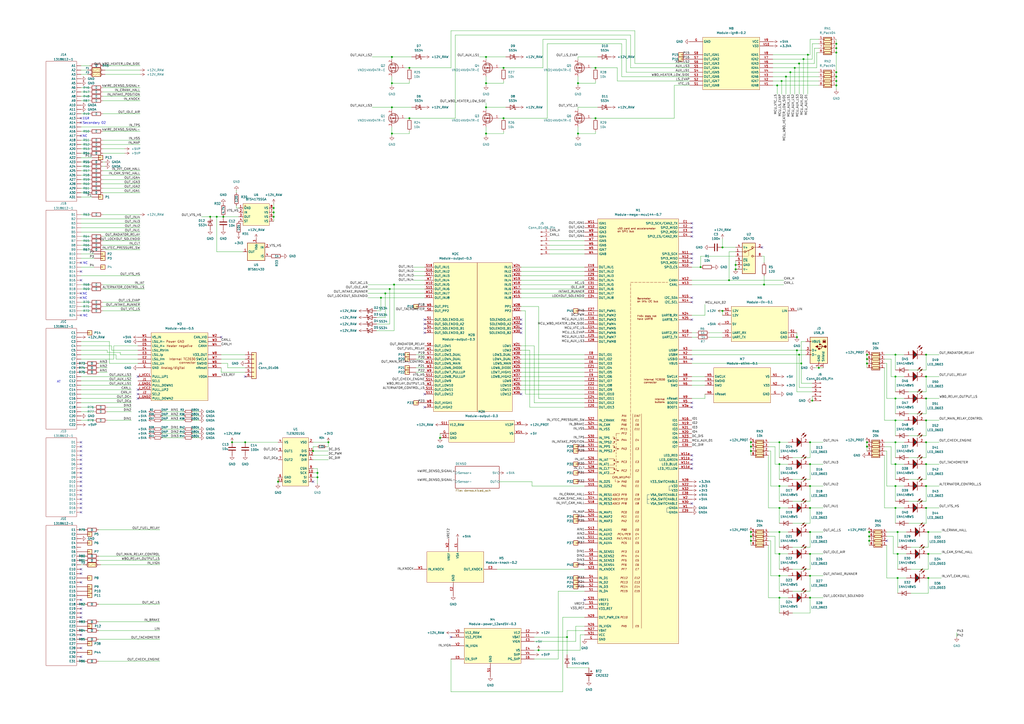
<source format=kicad_sch>
(kicad_sch (version 20250114) (generator "eeschema") (generator_version "9.0")
  (paper "A2")
  (lib_symbols
    (symbol "Connector:Conn_01x05_Pin" (pin_names (offset 1.016) (hide yes))
      (property "Reference" "J" (at 0 7.62 0))
      (property "Value" "Conn_01x05_Pin" (at 0 -7.62 0))
      (symbol "Conn_01x05_Pin_1_1"
        (pin passive line (at 5.08 5.08 180) (length 3.81) (name "Pin_1") (number "1"))
        (pin passive line (at 5.08 2.54 180) (length 3.81) (name "Pin_2") (number "2"))
        (pin passive line (at 5.08 0 180) (length 3.81) (name "Pin_3") (number "3"))
        (pin passive line (at 5.08 -2.54 180) (length 3.81) (name "Pin_4") (number "4"))
        (pin passive line (at 5.08 -5.08 180) (length 3.81) (name "Pin_5") (number "5"))
      )
    )
    (symbol "Connector:Conn_01x06_Pin" (pin_names (offset 1.016) (hide yes))
      (property "Reference" "J" (at 0 7.62 0))
      (property "Value" "Conn_01x06_Pin" (at 0 -10.16 0))
      (symbol "Conn_01x06_Pin_1_1"
        (pin passive line (at 5.08 5.08 180) (length 3.81) (name "Pin_1") (number "1"))
        (pin passive line (at 5.08 2.54 180) (length 3.81) (name "Pin_2") (number "2"))
        (pin passive line (at 5.08 0 180) (length 3.81) (name "Pin_3") (number "3"))
        (pin passive line (at 5.08 -2.54 180) (length 3.81) (name "Pin_4") (number "4"))
        (pin passive line (at 5.08 -5.08 180) (length 3.81) (name "Pin_5") (number "5"))
        (pin passive line (at 5.08 -7.62 180) (length 3.81) (name "Pin_6") (number "6"))
      )
    )
    (symbol "Connector_Generic:Conn_01x06" (pin_names (offset 1.016) (hide yes))
      (property "Reference" "J" (at 0 7.62 0))
      (property "Value" "Conn_01x06" (at 0 -10.16 0))
      (symbol "Conn_01x06_1_1"
        (pin passive line (at -5.08 5.08 0) (length 3.81) (name "Pin_1") (number "1"))
        (pin passive line (at -5.08 2.54 0) (length 3.81) (name "Pin_2") (number "2"))
        (pin passive line (at -5.08 0 0) (length 3.81) (name "Pin_3") (number "3"))
        (pin passive line (at -5.08 -2.54 0) (length 3.81) (name "Pin_4") (number "4"))
        (pin passive line (at -5.08 -5.08 0) (length 3.81) (name "Pin_5") (number "5"))
        (pin passive line (at -5.08 -7.62 0) (length 3.81) (name "Pin_6") (number "6"))
      )
    )
    (symbol "Device:Battery_Cell" (pin_numbers (hide yes)) (pin_names (offset 0) (hide yes))
      (property "Reference" "BT" (at 2.54 2.54 0))
      (property "Value" "Battery_Cell" (at 2.54 0 0))
      (symbol "Battery_Cell_1_1"
        (pin passive line (at 0 5.08 270) (length 2.54) (name "+") (number "1"))
        (pin passive line (at 0 -2.54 90) (length 2.54) (name "-") (number "2"))
      )
    )
    (symbol "Device:C" (pin_numbers (hide yes)) (pin_names (offset 0.254))
      (property "Reference" "C" (at 0.635 2.54 0))
      (property "Value" "C" (at 0.635 -2.54 0))
      (symbol "C_1_1"
        (pin passive line (at 0 3.81 270) (length 2.794) (name "~") (number "1"))
        (pin passive line (at 0 -3.81 90) (length 2.794) (name "~") (number "2"))
      )
    )
    (symbol "Device:R" (pin_numbers (hide yes)) (pin_names (offset 0))
      (property "Reference" "R" (at 2.032 0 90))
      (property "Value" "R" (at 0 0 90))
      (symbol "R_1_1"
        (pin passive line (at 0 3.81 270) (length 1.27) (name "~") (number "1"))
        (pin passive line (at 0 -3.81 90) (length 1.27) (name "~") (number "2"))
      )
    )
    (symbol "Device:R_Pack04" (pin_names (offset 0) (hide yes))
      (property "Reference" "RN" (at -7.62 0 90))
      (property "Value" "R_Pack04" (at 5.08 0 90))
      (symbol "R_Pack04_1_1"
        (pin passive line (at -5.08 5.08 270) (length 2.54) (name "R1.2") (number "8"))
        (pin passive line (at -5.08 -5.08 90) (length 2.54) (name "R1.1") (number "1"))
        (pin passive line (at -2.54 5.08 270) (length 2.54) (name "R2.2") (number "7"))
        (pin passive line (at -2.54 -5.08 90) (length 2.54) (name "R2.1") (number "2"))
        (pin passive line (at 0 5.08 270) (length 2.54) (name "R3.2") (number "6"))
        (pin passive line (at 0 -5.08 90) (length 2.54) (name "R3.1") (number "3"))
        (pin passive line (at 2.54 5.08 270) (length 2.54) (name "R4.2") (number "5"))
        (pin passive line (at 2.54 -5.08 90) (length 2.54) (name "R4.1") (number "4"))
      )
    )
    (symbol "Device:R_Small" (pin_numbers (hide yes)) (pin_names (offset 0.254) (hide yes))
      (property "Reference" "R" (at 0 0 90))
      (property "Value" "R_Small" (at 1.778 0 90))
      (symbol "R_Small_1_1"
        (pin passive line (at 0 2.54 270) (length 0.762) (name "~") (number "1"))
        (pin passive line (at 0 -2.54 90) (length 0.762) (name "~") (number "2"))
      )
    )
    (symbol "Diode:1N4148WS" (pin_numbers (hide yes)) (pin_names (hide yes))
      (property "Reference" "D" (at 0 2.54 0))
      (property "Value" "1N4148WS" (at 0 -2.54 0))
      (symbol "1N4148WS_1_1"
        (pin passive line (at -3.81 0 0) (length 2.54) (name "K") (number "1"))
        (pin passive line (at 3.81 0 180) (length 2.54) (name "A") (number "2"))
      )
    )
    (symbol "Diode:SS34" (pin_numbers (hide yes)) (pin_names (offset 1.016) (hide yes))
      (property "Reference" "D" (at 0 2.54 0))
      (property "Value" "SS34" (at 0 -2.54 0))
      (symbol "SS34_1_1"
        (pin passive line (at -3.81 0 0) (length 2.54) (name "K") (number "1"))
        (pin passive line (at 3.81 0 180) (length 2.54) (name "A") (number "2"))
      )
    )
    (symbol "EasyEDA:BTS4175SGA"
      (property "Reference" "U" (at 0 8.89 0))
      (property "Value" "BTS4175SGA" (at 0 -8.89 0))
      (symbol "BTS4175SGA_0_1"
        (pin unspecified line (at -10.16 3.81 0) (length 2.54) (name "GND") (number "1"))
        (pin unspecified line (at -10.16 1.27 0) (length 2.54) (name "IN") (number "2"))
        (pin unspecified line (at -10.16 -1.27 0) (length 2.54) (name "OUT") (number "3"))
        (pin unspecified line (at -10.16 -3.81 0) (length 2.54) (name "ST") (number "4"))
        (pin unspecified line (at 10.16 3.81 180) (length 2.54) (name "VS") (number "8"))
        (pin unspecified line (at 10.16 1.27 180) (length 2.54) (name "VS") (number "7"))
        (pin unspecified line (at 10.16 -1.27 180) (length 2.54) (name "VS") (number "6"))
        (pin unspecified line (at 10.16 -3.81 180) (length 2.54) (name "VS") (number "5"))
      )
    )
    (symbol "GND_1" (power) (pin_numbers (hide yes)) (pin_names (offset 0) (hide yes))
      (property "Value" "GND" (at 0 -3.81 0))
      (symbol "GND_1_1_1"
        (pin power_in line (at 0 0 270) (length 0) (name "~") (number "1"))
      )
    )
    (symbol "GND_10" (power) (pin_numbers (hide yes)) (pin_names (offset 0) (hide yes))
      (property "Value" "GND" (at 0 -3.81 0))
      (symbol "GND_10_1_1"
        (pin power_in line (at 0 0 270) (length 0) (name "~") (number "1"))
      )
    )
    (symbol "GND_11" (power) (pin_numbers (hide yes)) (pin_names (offset 0) (hide yes))
      (property "Value" "GND" (at 0 -3.81 0))
      (symbol "GND_11_1_1"
        (pin power_in line (at 0 0 270) (length 0) (name "~") (number "1"))
      )
    )
    (symbol "GND_12" (power) (pin_numbers (hide yes)) (pin_names (offset 0) (hide yes))
      (property "Value" "GND" (at 0 -3.81 0))
      (symbol "GND_12_1_1"
        (pin power_in line (at 0 0 270) (length 0) (name "~") (number "1"))
      )
    )
    (symbol "GND_13" (power) (pin_numbers (hide yes)) (pin_names (offset 0) (hide yes))
      (property "Value" "GND" (at 0 -3.81 0))
      (symbol "GND_13_1_1"
        (pin power_in line (at 0 0 270) (length 0) (name "~") (number "1"))
      )
    )
    (symbol "GND_14" (power) (pin_numbers (hide yes)) (pin_names (offset 0) (hide yes))
      (property "Value" "GND" (at 0 -3.81 0))
      (symbol "GND_14_1_1"
        (pin power_in line (at 0 0 270) (length 0) (name "~") (number "1"))
      )
    )
    (symbol "GND_15" (power) (pin_numbers (hide yes)) (pin_names (offset 0) (hide yes))
      (property "Value" "GND" (at 0 -3.81 0))
      (symbol "GND_15_1_1"
        (pin power_in line (at 0 0 270) (length 0) (name "~") (number "1"))
      )
    )
    (symbol "GND_16" (power) (pin_numbers (hide yes)) (pin_names (offset 0) (hide yes))
      (property "Value" "GND" (at 0 -3.81 0))
      (symbol "GND_16_1_1"
        (pin power_in line (at 0 0 270) (length 0) (name "~") (number "1"))
      )
    )
    (symbol "GND_17" (power) (pin_numbers (hide yes)) (pin_names (offset 0) (hide yes))
      (property "Value" "GND" (at 0 -3.81 0))
      (symbol "GND_17_1_1"
        (pin power_in line (at 0 0 270) (length 0) (name "~") (number "1"))
      )
    )
    (symbol "GND_18" (power) (pin_numbers (hide yes)) (pin_names (offset 0) (hide yes))
      (property "Value" "GND" (at 0 -3.81 0))
      (symbol "GND_18_1_1"
        (pin power_in line (at 0 0 270) (length 0) (name "~") (number "1"))
      )
    )
    (symbol "GND_19" (power) (pin_numbers (hide yes)) (pin_names (offset 0) (hide yes))
      (property "Value" "GND" (at 0 -3.81 0))
      (symbol "GND_19_1_1"
        (pin power_in line (at 0 0 270) (length 0) (name "~") (number "1"))
      )
    )
    (symbol "GND_2" (power) (pin_numbers (hide yes)) (pin_names (offset 0) (hide yes))
      (property "Value" "GND" (at 0 -3.81 0))
      (symbol "GND_2_1_1"
        (pin power_in line (at 0 0 270) (length 0) (name "~") (number "1"))
      )
    )
    (symbol "GND_20" (power) (pin_numbers (hide yes)) (pin_names (offset 0) (hide yes))
      (property "Value" "GND" (at 0 -3.81 0))
      (symbol "GND_20_1_1"
        (pin power_in line (at 0 0 270) (length 0) (name "~") (number "1"))
      )
    )
    (symbol "GND_21" (power) (pin_numbers (hide yes)) (pin_names (offset 0) (hide yes))
      (property "Value" "GND" (at 0 -3.81 0))
      (symbol "GND_21_1_1"
        (pin power_in line (at 0 0 270) (length 0) (name "~") (number "1"))
      )
    )
    (symbol "GND_3" (power) (pin_numbers (hide yes)) (pin_names (offset 0) (hide yes))
      (property "Value" "GND" (at 0 -3.81 0))
      (symbol "GND_3_1_1"
        (pin power_in line (at 0 0 270) (length 0) (name "~") (number "1"))
      )
    )
    (symbol "GND_4" (power) (pin_numbers (hide yes)) (pin_names (offset 0) (hide yes))
      (property "Value" "GND" (at 0 -3.81 0))
      (symbol "GND_4_1_1"
        (pin power_in line (at 0 0 270) (length 0) (name "~") (number "1"))
      )
    )
    (symbol "GND_5" (power) (pin_numbers (hide yes)) (pin_names (offset 0) (hide yes))
      (property "Value" "GND" (at 0 -3.81 0))
      (symbol "GND_5_1_1"
        (pin power_in line (at 0 0 270) (length 0) (name "~") (number "1"))
      )
    )
    (symbol "GND_6" (power) (pin_numbers (hide yes)) (pin_names (offset 0) (hide yes))
      (property "Value" "GND" (at 0 -3.81 0))
      (symbol "GND_6_1_1"
        (pin power_in line (at 0 0 270) (length 0) (name "~") (number "1"))
      )
    )
    (symbol "GND_7" (power) (pin_numbers (hide yes)) (pin_names (offset 0) (hide yes))
      (property "Value" "GND" (at 0 -3.81 0))
      (symbol "GND_7_1_1"
        (pin power_in line (at 0 0 270) (length 0) (name "~") (number "1"))
      )
    )
    (symbol "GND_8" (power) (pin_numbers (hide yes)) (pin_names (offset 0) (hide yes))
      (property "Value" "GND" (at 0 -3.81 0))
      (symbol "GND_8_1_1"
        (pin power_in line (at 0 0 270) (length 0) (name "~") (number "1"))
      )
    )
    (symbol "GND_9" (power) (pin_numbers (hide yes)) (pin_names (offset 0) (hide yes))
      (property "Value" "GND" (at 0 -3.81 0))
      (symbol "GND_9_1_1"
        (pin power_in line (at 0 0 270) (length 0) (name "~") (number "1"))
      )
    )
    (symbol "Power_Management:BTS6143D"
      (property "Reference" "U" (at -5.08 6.35 0))
      (property "Value" "BTS6143D" (at 8.89 6.35 0))
      (symbol "BTS6143D_1_1"
        (pin input line (at -7.62 2.54 0) (length 2.54) (name "IN") (number "2"))
        (pin output line (at -7.62 -2.54 0) (length 2.54) (name "IS") (number "4"))
        (pin power_in line (at 0 7.62 270) (length 2.54) (name "Vbb") (number "3"))
        (pin power_out line (at 7.62 0 180) (length 2.54) (name "OUT") (number "1"))
        (pin passive line (at 7.62 0 180) (length 2.54) (hide yes) (name "OUT") (number "5"))
      )
    )
    (symbol "TE_1318612-1:1318612-1" (pin_numbers (hide yes))
      (property "Reference" "J" (at 1.27 1.27 0))
      (property "Value" "1318612-1" (at 10.16 1.27 0))
      (symbol "1318612-1_1_1"
        (pin passive line (at -2.54 -2.54 0) (length 2.54) (name "A1") (number "A1"))
        (pin passive line (at -2.54 -5.08 0) (length 2.54) (name "A2") (number "A2"))
        (pin passive line (at -2.54 -7.62 0) (length 2.54) (name "A3") (number "A3"))
        (pin passive line (at -2.54 -10.16 0) (length 2.54) (name "A4") (number "A4"))
        (pin passive line (at -2.54 -12.7 0) (length 2.54) (name "A5") (number "A5"))
        (pin passive line (at -2.54 -15.24 0) (length 2.54) (name "A6") (number "A6"))
        (pin passive line (at -2.54 -17.78 0) (length 2.54) (name "A7") (number "A7"))
        (pin passive line (at -2.54 -20.32 0) (length 2.54) (name "A8") (number "A8"))
        (pin passive line (at -2.54 -22.86 0) (length 2.54) (name "A9") (number "A9"))
        (pin passive line (at -2.54 -25.4 0) (length 2.54) (name "A10") (number "A10"))
        (pin passive line (at -2.54 -27.94 0) (length 2.54) (name "A11") (number "A11"))
        (pin passive line (at -2.54 -30.48 0) (length 2.54) (name "A12") (number "A12"))
        (pin passive line (at -2.54 -33.02 0) (length 2.54) (name "A13") (number "A13"))
        (pin passive line (at -2.54 -35.56 0) (length 2.54) (name "A14") (number "A14"))
        (pin passive line (at -2.54 -38.1 0) (length 2.54) (name "A15") (number "A15"))
        (pin passive line (at -2.54 -40.64 0) (length 2.54) (name "A16") (number "A16"))
        (pin passive line (at -2.54 -43.18 0) (length 2.54) (name "A17") (number "A17"))
        (pin passive line (at -2.54 -45.72 0) (length 2.54) (name "A18") (number "A18"))
        (pin passive line (at -2.54 -48.26 0) (length 2.54) (name "A19") (number "A19"))
        (pin passive line (at -2.54 -50.8 0) (length 2.54) (name "A20") (number "A20"))
        (pin passive line (at -2.54 -53.34 0) (length 2.54) (name "A21") (number "A21"))
        (pin passive line (at -2.54 -55.88 0) (length 2.54) (name "A22") (number "A22"))
        (pin passive line (at -2.54 -58.42 0) (length 2.54) (name "A23") (number "A23"))
        (pin passive line (at -2.54 -60.96 0) (length 2.54) (name "A24") (number "A24"))
        (pin passive line (at -2.54 -63.5 0) (length 2.54) (name "A25") (number "A25"))
        (pin passive line (at -2.54 -66.04 0) (length 2.54) (name "A26") (number "A26"))
        (pin passive line (at -2.54 -68.58 0) (length 2.54) (name "A27") (number "A27"))
        (pin passive line (at -2.54 -71.12 0) (length 2.54) (name "A28") (number "A28"))
        (pin passive line (at -2.54 -73.66 0) (length 2.54) (name "A29") (number "A29"))
        (pin passive line (at -2.54 -76.2 0) (length 2.54) (name "A30") (number "A30"))
        (pin passive line (at -2.54 -78.74 0) (length 2.54) (name "A31") (number "A31"))
      )
      (symbol "1318612-1_2_1"
        (pin passive line (at -2.54 -2.54 0) (length 2.54) (name "B1") (number "B1"))
        (pin passive line (at -2.54 -5.08 0) (length 2.54) (name "B2") (number "B2"))
        (pin passive line (at -2.54 -7.62 0) (length 2.54) (name "B3") (number "B3"))
        (pin passive line (at -2.54 -10.16 0) (length 2.54) (name "B4") (number "B4"))
        (pin passive line (at -2.54 -12.7 0) (length 2.54) (name "B5") (number "B5"))
        (pin passive line (at -2.54 -15.24 0) (length 2.54) (name "B6") (number "B6"))
        (pin passive line (at -2.54 -17.78 0) (length 2.54) (name "B7") (number "B7"))
        (pin passive line (at -2.54 -20.32 0) (length 2.54) (name "B8") (number "B8"))
        (pin passive line (at -2.54 -22.86 0) (length 2.54) (name "B9") (number "B9"))
        (pin passive line (at -2.54 -25.4 0) (length 2.54) (name "B10") (number "B10"))
        (pin passive line (at -2.54 -27.94 0) (length 2.54) (name "B11") (number "B11"))
        (pin passive line (at -2.54 -30.48 0) (length 2.54) (name "B12") (number "B12"))
        (pin passive line (at -2.54 -33.02 0) (length 2.54) (name "B13") (number "B13"))
        (pin passive line (at -2.54 -35.56 0) (length 2.54) (name "B14") (number "B14"))
        (pin passive line (at -2.54 -38.1 0) (length 2.54) (name "B15") (number "B15"))
        (pin passive line (at -2.54 -40.64 0) (length 2.54) (name "B16") (number "B16"))
        (pin passive line (at -2.54 -43.18 0) (length 2.54) (name "B17") (number "B17"))
        (pin passive line (at -2.54 -45.72 0) (length 2.54) (name "B18") (number "B18"))
        (pin passive line (at -2.54 -48.26 0) (length 2.54) (name "B19") (number "B19"))
        (pin passive line (at -2.54 -50.8 0) (length 2.54) (name "B20") (number "B20"))
        (pin passive line (at -2.54 -53.34 0) (length 2.54) (name "B21") (number "B21"))
        (pin passive line (at -2.54 -55.88 0) (length 2.54) (name "B22") (number "B22"))
        (pin passive line (at -2.54 -58.42 0) (length 2.54) (name "B23") (number "B23"))
        (pin passive line (at -2.54 -60.96 0) (length 2.54) (name "B24") (number "B24"))
      )
      (symbol "1318612-1_3_1"
        (pin passive line (at -2.54 -2.54 0) (length 2.54) (name "C1") (number "C1"))
        (pin passive line (at -2.54 -5.08 0) (length 2.54) (name "C2") (number "C2"))
        (pin passive line (at -2.54 -7.62 0) (length 2.54) (name "C3") (number "C3"))
        (pin passive line (at -2.54 -10.16 0) (length 2.54) (name "C4") (number "C4"))
        (pin passive line (at -2.54 -12.7 0) (length 2.54) (name "C5") (number "C5"))
        (pin passive line (at -2.54 -15.24 0) (length 2.54) (name "C6") (number "C6"))
        (pin passive line (at -2.54 -17.78 0) (length 2.54) (name "C7") (number "C7"))
        (pin passive line (at -2.54 -20.32 0) (length 2.54) (name "C8") (number "C8"))
        (pin passive line (at -2.54 -22.86 0) (length 2.54) (name "C9") (number "C9"))
        (pin passive line (at -2.54 -25.4 0) (length 2.54) (name "C10") (number "C10"))
        (pin passive line (at -2.54 -27.94 0) (length 2.54) (name "C11") (number "C11"))
        (pin passive line (at -2.54 -30.48 0) (length 2.54) (name "C12") (number "C12"))
        (pin passive line (at -2.54 -33.02 0) (length 2.54) (name "C13") (number "C13"))
        (pin passive line (at -2.54 -35.56 0) (length 2.54) (name "C14") (number "C14"))
        (pin passive line (at -2.54 -38.1 0) (length 2.54) (name "C15") (number "C15"))
        (pin passive line (at -2.54 -40.64 0) (length 2.54) (name "C16") (number "C16"))
        (pin passive line (at -2.54 -43.18 0) (length 2.54) (name "C17") (number "C17"))
        (pin passive line (at -2.54 -45.72 0) (length 2.54) (name "C18") (number "C18"))
        (pin passive line (at -2.54 -48.26 0) (length 2.54) (name "C19") (number "C19"))
        (pin passive line (at -2.54 -50.8 0) (length 2.54) (name "C20") (number "C20"))
        (pin passive line (at -2.54 -53.34 0) (length 2.54) (name "C21") (number "C21"))
        (pin passive line (at -2.54 -55.88 0) (length 2.54) (name "C22") (number "C22"))
      )
      (symbol "1318612-1_4_1"
        (pin passive line (at -2.54 -2.54 0) (length 2.54) (name "D1") (number "D1"))
        (pin passive line (at -2.54 -5.08 0) (length 2.54) (name "D2") (number "D2"))
        (pin passive line (at -2.54 -7.62 0) (length 2.54) (name "D3") (number "D3"))
        (pin passive line (at -2.54 -10.16 0) (length 2.54) (name "D4") (number "D4"))
        (pin passive line (at -2.54 -12.7 0) (length 2.54) (name "D5") (number "D5"))
        (pin passive line (at -2.54 -15.24 0) (length 2.54) (name "D6") (number "D6"))
        (pin passive line (at -2.54 -17.78 0) (length 2.54) (name "D7") (number "D7"))
        (pin passive line (at -2.54 -20.32 0) (length 2.54) (name "D8") (number "D8"))
        (pin passive line (at -2.54 -22.86 0) (length 2.54) (name "D9") (number "D9"))
        (pin passive line (at -2.54 -25.4 0) (length 2.54) (name "D10") (number "D10"))
        (pin passive line (at -2.54 -27.94 0) (length 2.54) (name "D11") (number "D11"))
        (pin passive line (at -2.54 -30.48 0) (length 2.54) (name "D12") (number "D12"))
        (pin passive line (at -2.54 -33.02 0) (length 2.54) (name "D13") (number "D13"))
        (pin passive line (at -2.54 -35.56 0) (length 2.54) (name "D14") (number "D14"))
        (pin passive line (at -2.54 -38.1 0) (length 2.54) (name "D15") (number "D15"))
        (pin passive line (at -2.54 -40.64 0) (length 2.54) (name "D16") (number "D16"))
        (pin passive line (at -2.54 -43.18 0) (length 2.54) (name "D17") (number "D17"))
      )
      (symbol "1318612-1_5_1"
        (pin passive line (at -2.54 -2.54 0) (length 2.54) (name "E1") (number "E1"))
        (pin passive line (at -2.54 -5.08 0) (length 2.54) (name "E2") (number "E2"))
        (pin passive line (at -2.54 -7.62 0) (length 2.54) (name "E3") (number "E3"))
        (pin passive line (at -2.54 -10.16 0) (length 2.54) (name "E4") (number "E4"))
        (pin passive line (at -2.54 -12.7 0) (length 2.54) (name "E5") (number "E5"))
        (pin passive line (at -2.54 -15.24 0) (length 2.54) (name "E6") (number "E6"))
        (pin passive line (at -2.54 -17.78 0) (length 2.54) (name "E7") (number "E7"))
        (pin passive line (at -2.54 -20.32 0) (length 2.54) (name "E8") (number "E8"))
        (pin passive line (at -2.54 -22.86 0) (length 2.54) (name "E9") (number "E9"))
        (pin passive line (at -2.54 -25.4 0) (length 2.54) (name "E10") (number "E10"))
        (pin passive line (at -2.54 -27.94 0) (length 2.54) (name "E11") (number "E11"))
        (pin passive line (at -2.54 -30.48 0) (length 2.54) (name "E12") (number "E12"))
        (pin passive line (at -2.54 -33.02 0) (length 2.54) (name "E13") (number "E13"))
        (pin passive line (at -2.54 -35.56 0) (length 2.54) (name "E14") (number "E14"))
        (pin passive line (at -2.54 -38.1 0) (length 2.54) (name "E15") (number "E15"))
        (pin passive line (at -2.54 -40.64 0) (length 2.54) (name "E16") (number "E16"))
        (pin passive line (at -2.54 -43.18 0) (length 2.54) (name "E17") (number "E17"))
        (pin passive line (at -2.54 -45.72 0) (length 2.54) (name "E18") (number "E18"))
        (pin passive line (at -2.54 -48.26 0) (length 2.54) (name "E19") (number "E19"))
        (pin passive line (at -2.54 -50.8 0) (length 2.54) (name "E20") (number "E20"))
        (pin passive line (at -2.54 -53.34 0) (length 2.54) (name "E21") (number "E21"))
        (pin passive line (at -2.54 -55.88 0) (length 2.54) (name "E22") (number "E22"))
        (pin passive line (at -2.54 -58.42 0) (length 2.54) (name "E23") (number "E23"))
        (pin passive line (at -2.54 -60.96 0) (length 2.54) (name "E24") (number "E24"))
        (pin passive line (at -2.54 -63.5 0) (length 2.54) (name "E25") (number "E25"))
        (pin passive line (at -2.54 -66.04 0) (length 2.54) (name "E26") (number "E26"))
        (pin passive line (at -2.54 -68.58 0) (length 2.54) (name "E27") (number "E27"))
        (pin passive line (at -2.54 -71.12 0) (length 2.54) (name "E28") (number "E28"))
        (pin passive line (at -2.54 -73.66 0) (length 2.54) (name "E29") (number "E29"))
        (pin passive line (at -2.54 -76.2 0) (length 2.54) (name "E30") (number "E30"))
        (pin passive line (at -2.54 -78.74 0) (length 2.54) (name "E31") (number "E31"))
      )
    )
    (symbol "chips:DG470"
      (property "Reference" "U" (at 4.064 3.302 0))
      (property "Value" "DG470" (at 6.604 1.27 0))
      (symbol "DG470_1_1"
        (pin passive line (at 0 -2.54 0) (length 3.81) (name "V+") (number "4"))
        (pin passive line (at 0 -5.08 0) (length 2.54) (name "~") (number "1"))
        (pin input line (at 0 -7.62 0) (length 2.54) (name "~") (number "6"))
        (pin passive line (at 0 -10.16 0) (length 3.81) (name "~{EN}") (number "5"))
        (pin passive line (at 0 -12.7 0) (length 3.81) (name "GND") (number "3"))
        (pin passive line (at 0 -15.24 0) (length 3.81) (name "V-") (number "7"))
        (pin passive line (at 15.24 -2.54 180) (length 2.54) (name "~") (number "2"))
        (pin passive line (at 15.24 -7.62 180) (length 2.54) (name "~") (number "8"))
      )
    )
    (symbol "chips:TLE9201SG" (pin_names (offset 1.016))
      (property "Reference" "U" (at -1.27 3.81 0))
      (property "Value" "TLE9201SG" (at 2.54 1.27 0))
      (symbol "TLE9201SG_1_1"
        (pin passive line (at -5.08 -2.54 0) (length 2.54) (name "VSO") (number "2"))
        (pin passive line (at -5.08 -7.62 0) (length 2.54) (name "DIS") (number "11"))
        (pin passive line (at -5.08 -10.16 0) (length 2.54) (name "PWM") (number "12"))
        (pin passive line (at -5.08 -12.7 0) (length 2.54) (name "DIR") (number "1"))
        (pin passive line (at -5.08 -17.78 0) (length 2.54) (name "CSN") (number "9"))
        (pin passive line (at -5.08 -20.32 0) (length 2.54) (name "SCK") (number "10"))
        (pin passive line (at -5.08 -22.86 0) (length 2.54) (name "SI") (number "8"))
        (pin passive line (at -5.08 -25.4 0) (length 2.54) (name "SO") (number "3"))
        (pin passive line (at 15.24 -2.54 180) (length 2.54) (name "VS") (number "4"))
        (pin passive line (at 15.24 -7.62 180) (length 2.54) (name "OUT1") (number "5"))
        (pin passive line (at 15.24 -12.7 180) (length 2.54) (name "OUT2") (number "7"))
        (pin passive line (at 15.24 -22.86 180) (length 2.54) (name "GND") (number "6"))
        (pin passive line (at 15.24 -25.4 180) (length 2.54) (name "GND") (number "13"))
      )
    )
    (symbol "hellen-one-common:Fuse-Pad-Pad" (pin_numbers (hide yes)) (pin_names (offset 0.762) (hide yes))
      (property "Reference" "F" (at 0 2.54 0))
      (symbol "Fuse-Pad-Pad_0_1"
        (pin passive line (at -5.08 0 0) (length 2.54) (name "1") (number "1"))
        (pin passive line (at 5.08 0 180) (length 2.54) (name "2") (number "2"))
      )
    )
    (symbol "hellen-one-common:Pad" (pin_numbers (hide yes)) (pin_names (offset 1.016) (hide yes))
      (property "Reference" "P" (at 2.54 0 0))
      (symbol "Pad_1_1"
        (pin passive line (at -5.08 0 0) (length 3.81) (name "Pin_1") (number "1"))
      )
    )
    (symbol "ign8:Module-ign8-0.2"
      (property "Reference" "M" (at 0 0 0))
      (property "Value" "Module-ign8-0.2" (at 0 0 0))
      (symbol "Module-ign8-0.2_1_0"
        (pin passive line (at -7.62 -2.54 0) (length 7.62) (name "VCC") (number "V9"))
        (pin passive line (at -7.62 -5.08 0) (length 7.62) (name "V33") (number "V10"))
        (pin passive line (at -7.62 -10.16 0) (length 7.62) (name "IGN1") (number "V8"))
        (pin passive line (at -7.62 -12.7 0) (length 7.62) (name "IGN2") (number "V7"))
        (pin passive line (at -7.62 -15.24 0) (length 7.62) (name "IGN3") (number "V6"))
        (pin passive line (at -7.62 -17.78 0) (length 7.62) (name "IGN4") (number "V5"))
        (pin passive line (at -7.62 -20.32 0) (length 7.62) (name "IGN5") (number "V4"))
        (pin passive line (at -7.62 -22.86 0) (length 7.62) (name "IGN6") (number "V3"))
        (pin passive line (at -7.62 -25.4 0) (length 7.62) (name "IGN7") (number "V2"))
        (pin passive line (at -7.62 -27.94 0) (length 7.62) (name "IGN8") (number "V1"))
        (pin passive line (at 40.64 -2.54 180) (length 7.62) (name "GND") (number "G"))
        (pin passive line (at 40.64 -10.16 180) (length 7.62) (name "OUT_IGN1") (number "S8"))
        (pin passive line (at 40.64 -12.7 180) (length 7.62) (name "OUT_IGN2") (number "S7"))
        (pin passive line (at 40.64 -15.24 180) (length 7.62) (name "OUT_IGN3") (number "S6"))
        (pin passive line (at 40.64 -17.78 180) (length 7.62) (name "OUT_IGN4") (number "S5"))
        (pin passive line (at 40.64 -20.32 180) (length 7.62) (name "OUT_IGN5") (number "S4"))
        (pin passive line (at 40.64 -22.86 180) (length 7.62) (name "OUT_IGN6") (number "S3"))
        (pin passive line (at 40.64 -25.4 180) (length 7.62) (name "OUT_IGN7") (number "S2"))
        (pin passive line (at 40.64 -27.94 180) (length 7.62) (name "OUT_IGN8") (number "S1"))
      )
    )
    (symbol "knock:Module-knock-0.2"
      (property "Reference" "M" (at 0 0 0))
      (property "Value" "Module-knock-0.2" (at 0 0 0))
      (symbol "Module-knock-0.2_1_0"
        (pin passive line (at -7.62 -10.16 0) (length 7.62) (name "IN_KNOCK") (number "W1"))
        (pin passive line (at 12.7 7.62 270) (length 7.62) (name "VREF") (number "W2"))
        (pin passive line (at 15.24 -25.4 90) (length 7.62) (name "GND") (number "E2"))
        (pin passive line (at 17.78 7.62 270) (length 7.62) (name "V5A") (number "E1"))
        (pin passive line (at 40.64 -10.16 180) (length 7.62) (name "OUT_KNOCK") (number "E3"))
      )
    )
    (symbol "lin:Module-lin-0.1"
      (property "Reference" "M" (at 0 0 0))
      (property "Value" "Module-lin-0.1" (at 0 0 0))
      (symbol "Module-lin-0.1_1_0"
        (pin passive line (at -5.08 -2.54 0) (length 5.08) (name "12V") (number "N1"))
        (pin passive line (at -5.08 -5.08 0) (length 5.08) (name "12V") (number "V1"))
        (pin passive line (at -5.08 -10.16 0) (length 5.08) (name "5V") (number "V3"))
        (pin passive line (at -5.08 -15.24 0) (length 5.08) (name "UART_RX") (number "V2"))
        (pin passive line (at -5.08 -17.78 0) (length 5.08) (name "UART_TX") (number "V5"))
        (pin passive line (at 38.1 -2.54 180) (length 5.08) (name "LIN") (number "V4"))
        (pin passive line (at 38.1 -15.24 180) (length 5.08) (name "GND") (number "S1"))
        (pin passive line (at 38.1 -17.78 180) (length 5.08) (name "GND") (number "E1"))
      )
    )
    (symbol "mega-mcu144:Module-mega-mcu144-0.7"
      (property "Reference" "M1000" (at 7.62 2.54 0))
      (property "Value" "Module-mega-mcu144-0.7" (at 7.62 -246.38 0))
      (symbol "Module-mega-mcu144-0.7_1_0"
        (text "ADC3" (at 18.288 -157.48 0) (effects (font (size 1.1 1.1) (italic yes))))
        (text "ADC3" (at 18.288 -160.02 0) (effects (font (size 1.1 1.1) (italic yes))))
        (text "ADC3" (at 18.288 -162.56 0) (effects (font (size 1.1 1.1) (italic yes))))
        (text "uSD card and accelerometer \non SPI1 bus" (at 19.05 -3.81 0) (effects (font (size 1.016 1.016)) (justify left)))
        (text "CAN_WKUP" (at 20.32 -147.32 0) (effects (font (size 1.1 1.1) (italic yes))))
        (text "PIN" (at 22.86 -111.76 0) (effects (font (size 1.1 1.1) (italic yes))))
        (text "PB1" (at 22.86 -114.3 0) (effects (font (size 1.1 1.1) (italic yes))))
        (text "PA6" (at 22.86 -116.84 0) (effects (font (size 1.1 1.1) (italic yes))))
        (text "PF11" (at 22.86 -119.38 0) (effects (font (size 1.1 1.1) (italic yes))))
        (text "PF2" (at 22.86 -121.92 0) (effects (font (size 1.1 1.1) (italic yes))))
        (text "PA4" (at 22.86 -125.73 0) (effects (font (size 1.1 1.1) (italic yes))))
        (text "PA3" (at 22.86 -130.81 0) (effects (font (size 1.1 1.1) (italic yes))))
        (text "PC3" (at 22.86 -138.43 0) (effects (font (size 1.1 1.1) (italic yes))))
        (text "PC2" (at 22.86 -143.51 0) (effects (font (size 1.1 1.1) (italic yes))))
        (text "PA0" (at 22.86 -149.86 0) (effects (font (size 1.1 1.1) (italic yes))))
        (text "PA1" (at 22.86 -152.4 0) (effects (font (size 1.1 1.1) (italic yes))))
        (text "PF9" (at 22.86 -157.48 0) (effects (font (size 1.1 1.1) (italic yes))))
        (text "PF10" (at 22.86 -160.02 0) (effects (font (size 1.1 1.1) (italic yes))))
        (text "PF8" (at 22.86 -162.56 0) (effects (font (size 1.1 1.1) (italic yes))))
        (text "PC0" (at 22.86 -167.64 0) (effects (font (size 1.1 1.1) (italic yes))))
        (text "PC1" (at 22.86 -170.18 0) (effects (font (size 1.1 1.1) (italic yes))))
        (text "PA2" (at 22.86 -172.72 0) (effects (font (size 1.1 1.1) (italic yes))))
        (text "PB0" (at 22.86 -177.8 0) (effects (font (size 1.1 1.1) (italic yes))))
        (text "PC4/PE9" (at 22.86 -180.34 0) (effects (font (size 1.1 1.1) (italic yes))))
        (text "PA7/PE11" (at 22.86 -182.88 0) (effects (font (size 1.1 1.1) (italic yes))))
        (text "PC5" (at 22.86 -185.42 0) (effects (font (size 1.1 1.1) (italic yes))))
        (text "PF3" (at 22.86 -190.5 0) (effects (font (size 1.1 1.1) (italic yes))))
        (text "PF4" (at 22.86 -193.04 0) (effects (font (size 1.1 1.1) (italic yes))))
        (text "PF5" (at 22.86 -195.58 0) (effects (font (size 1.1 1.1) (italic yes))))
        (text "PF6" (at 22.86 -198.12 0) (effects (font (size 1.1 1.1) (italic yes))))
        (text "PF7" (at 22.86 -200.66 0) (effects (font (size 1.1 1.1) (italic yes))))
        (text "PE12" (at 22.86 -205.74 0) (effects (font (size 1.1 1.1) (italic yes))))
        (text "PE13" (at 22.86 -208.28 0) (effects (font (size 1.1 1.1) (italic yes))))
        (text "PE14" (at 22.86 -210.82 0) (effects (font (size 1.1 1.1) (italic yes))))
        (text "PE15" (at 22.86 -213.36 0) (effects (font (size 1.1 1.1) (italic yes))))
        (text "PE10" (at 22.86 -228.6 0) (effects (font (size 1.1 1.1) (italic yes))))
        (text "PA5" (at 22.86 -233.68 0) (effects (font (size 1.1 1.1) (italic yes))))
        (text "Barometer\non this I2C bus" (at 30.48 -44.45 0) (effects (font (size 1.016 1.016)) (justify left)))
        (text "F40x does not\nhave UART8" (at 30.48 -54.61 0) (effects (font (size 1.016 1.016)) (justify left)))
        (text "EINT" (at 30.48 -111.76 0) (effects (font (size 1.1 1.1) (italic yes))))
        (text "E1" (at 30.48 -114.3 0) (effects (font (size 1.1 1.1) (italic yes))))
        (text "E6" (at 30.48 -116.84 0) (effects (font (size 1.1 1.1) (italic yes))))
        (text "E11" (at 30.48 -119.38 0) (effects (font (size 1.1 1.1) (italic yes))))
        (text "E4" (at 30.48 -125.73 0) (effects (font (size 1.1 1.1) (italic yes))))
        (text "E3" (at 30.48 -130.81 0) (effects (font (size 1.1 1.1) (italic yes))))
        (text "E3" (at 30.48 -138.43 0) (effects (font (size 1.1 1.1) (italic yes))))
        (text "E2" (at 30.48 -143.51 0) (effects (font (size 1.1 1.1) (italic yes))))
        (text "E0" (at 30.48 -149.86 0) (effects (font (size 1.1 1.1) (italic yes))))
        (text "E1" (at 30.48 -152.4 0) (effects (font (size 1.1 1.1) (italic yes))))
        (text "E9" (at 30.48 -157.48 0) (effects (font (size 1.1 1.1) (italic yes))))
        (text "E10" (at 30.48 -160.02 0) (effects (font (size 1.1 1.1) (italic yes))))
        (text "E8" (at 30.48 -162.56 0) (effects (font (size 1.1 1.1) (italic yes))))
        (text "E0" (at 30.48 -167.64 0) (effects (font (size 1.1 1.1) (italic yes))))
        (text "E1" (at 30.48 -170.18 0) (effects (font (size 1.1 1.1) (italic yes))))
        (text "E2" (at 30.48 -172.72 0) (effects (font (size 1.1 1.1) (italic yes))))
        (text "E0" (at 30.48 -177.8 0) (effects (font (size 1.1 1.1) (italic yes))))
        (text "E4" (at 30.48 -180.34 0) (effects (font (size 1.1 1.1) (italic yes))))
        (text "E7" (at 30.48 -182.88 0) (effects (font (size 1.1 1.1) (italic yes))))
        (text "E5" (at 30.48 -185.42 0) (effects (font (size 1.1 1.1) (italic yes))))
        (text "E3" (at 30.48 -190.5 0) (effects (font (size 1.1 1.1) (italic yes))))
        (text "E4" (at 30.48 -193.04 0) (effects (font (size 1.1 1.1) (italic yes))))
        (text "E5" (at 30.48 -195.58 0) (effects (font (size 1.1 1.1) (italic yes))))
        (text "E6" (at 30.48 -198.12 0) (effects (font (size 1.1 1.1) (italic yes))))
        (text "E7" (at 30.48 -200.66 0) (effects (font (size 1.1 1.1) (italic yes))))
        (text "E12" (at 30.48 -205.74 0) (effects (font (size 1.1 1.1) (italic yes))))
        (text "E13" (at 30.48 -208.28 0) (effects (font (size 1.1 1.1) (italic yes))))
        (text "E14" (at 30.48 -210.82 0) (effects (font (size 1.1 1.1) (italic yes))))
        (text "E15" (at 30.48 -213.36 0) (effects (font (size 1.1 1.1) (italic yes))))
        (text "E5" (at 30.48 -233.68 0) (effects (font (size 1.1 1.1) (italic yes))))
        (text "Internal TC2030\nconnector" (at 34.29 -91.44 0) (effects (font (size 1.016 1.016)) (justify left)))
        (text "Internal\nbuttons" (at 40.64 -102.87 0) (effects (font (size 1.016 1.016)) (justify left)))
        (pin passive line (at 0 0 0) (length 7.62) (name "IGN1") (number "W11"))
        (pin passive line (at 0 -2.54 0) (length 7.62) (name "IGN2") (number "W10"))
        (pin passive line (at 0 -5.08 0) (length 7.62) (name "IGN3") (number "W9"))
        (pin passive line (at 0 -7.62 0) (length 7.62) (name "IGN4") (number "W8"))
        (pin passive line (at 0 -10.16 0) (length 7.62) (name "IGN5") (number "W7"))
        (pin passive line (at 0 -12.7 0) (length 7.62) (name "IGN6") (number "W6"))
        (pin passive line (at 0 -15.24 0) (length 7.62) (name "IGN7") (number "W5"))
        (pin passive line (at 0 -17.78 0) (length 7.62) (name "IGN8") (number "W4"))
        (pin passive line (at 0 -25.4 0) (length 7.62) (name "OUT_INJ1") (number "E19"))
        (pin passive line (at 0 -27.94 0) (length 7.62) (name "OUT_INJ2") (number "E18"))
        (pin passive line (at 0 -30.48 0) (length 7.62) (name "OUT_INJ3") (number "E29"))
        (pin passive line (at 0 -33.02 0) (length 7.62) (name "OUT_INJ4") (number "E30"))
        (pin passive line (at 0 -35.56 0) (length 7.62) (name "OUT_INJ5") (number "E31"))
        (pin passive line (at 0 -38.1 0) (length 7.62) (name "OUT_INJ6") (number "E32"))
        (pin passive line (at 0 -40.64 0) (length 7.62) (name "OUT_INJ7") (number "E33"))
        (pin passive line (at 0 -43.18 0) (length 7.62) (name "OUT_INJ8") (number "E34"))
        (pin passive line (at 0 -50.8 0) (length 7.62) (name "OUT_PWM1") (number "E27"))
        (pin passive line (at 0 -53.34 0) (length 7.62) (name "OUT_PWM2") (number "E17"))
        (pin passive line (at 0 -55.88 0) (length 7.62) (name "OUT_PWM3") (number "E16"))
        (pin passive line (at 0 -58.42 0) (length 7.62) (name "OUT_PWM4") (number "E15"))
        (pin passive line (at 0 -60.96 0) (length 7.62) (name "OUT_PWM5") (number "E14"))
        (pin passive line (at 0 -63.5 0) (length 7.62) (name "OUT_PWM6") (number "E26"))
        (pin passive line (at 0 -66.04 0) (length 7.62) (name "OUT_PWM7") (number "E25"))
        (pin passive line (at 0 -68.58 0) (length 7.62) (name "OUT_PWM8") (number "E28"))
        (pin passive line (at 0 -76.2 0) (length 7.62) (name "OUT_IO1") (number "E8"))
        (pin passive line (at 0 -78.74 0) (length 7.62) (name "OUT_IO2") (number "E12"))
        (pin passive line (at 0 -81.28 0) (length 7.62) (name "OUT_IO3") (number "E6"))
        (pin passive line (at 0 -83.82 0) (length 7.62) (name "OUT_IO4") (number "E21"))
        (pin passive line (at 0 -86.36 0) (length 7.62) (name "OUT_IO5") (number "E7"))
        (pin passive line (at 0 -88.9 0) (length 7.62) (name "OUT_IO6") (number "E9"))
        (pin passive line (at 0 -91.44 0) (length 7.62) (name "OUT_IO7") (number "E23"))
        (pin passive line (at 0 -93.98 0) (length 7.62) (name "OUT_IO8") (number "E22"))
        (pin passive line (at 0 -96.52 0) (length 7.62) (name "OUT_IO9") (number "E11"))
        (pin passive line (at 0 -99.06 0) (length 7.62) (name "OUT_IO10") (number "E10"))
        (pin passive line (at 0 -101.6 0) (length 7.62) (name "OUT_IO11") (number "E24"))
        (pin passive line (at 0 -104.14 0) (length 7.62) (name "OUT_IO12") (number "E13"))
        (pin passive line (at 0 -106.68 0) (length 7.62) (name "OUT_IO13") (number "E20"))
        (pin passive line (at 0 -114.3 0) (length 7.62) (name "IN_CRANK") (number "S22"))
        (pin passive line (at 0 -116.84 0) (length 7.62) (name "IN_CAM") (number "S24"))
        (pin passive line (at 0 -119.38 0) (length 7.62) (name "IN_VSS") (number "S25"))
        (pin passive line (at 0 -124.46 0) (length 7.62) (name "IN_TPS") (number "S30"))
        (pin passive line (at 0 -127 0) (length 7.62) (name "IN_TPS2") (number "S32"))
        (pin passive line (at 0 -129.54 0) (length 7.62) (name "IN_PPS") (number "S31"))
        (pin passive line (at 0 -132.08 0) (length 7.62) (name "IN_PPS2") (number "S33"))
        (pin passive line (at 0 -137.16 0) (length 7.62) (name "IN_IAT") (number "S26"))
        (pin passive line (at 0 -139.7 0) (length 7.62) (name "IN_AT1") (number "S27"))
        (pin passive line (at 0 -142.24 0) (length 7.62) (name "IN_CLT") (number "S28"))
        (pin passive line (at 0 -144.78 0) (length 7.62) (name "IN_AT2") (number "S29"))
        (pin passive line (at 0 -149.86 0) (length 7.62) (name "IN_O2S") (number "S16"))
        (pin passive line (at 0 -152.4 0) (length 7.62) (name "IN_O2S2") (number "S15"))
        (pin passive line (at 0 -157.48 0) (length 7.62) (name "IN_RES1") (number "S17"))
        (pin passive line (at 0 -160.02 0) (length 7.62) (name "IN_RES2") (number "S14"))
        (pin passive line (at 0 -162.56 0) (length 7.62) (name "IN_RES3") (number "S18"))
        (pin passive line (at 0 -167.64 0) (length 7.62) (name "IN_MAP1") (number "S21"))
        (pin passive line (at 0 -170.18 0) (length 7.62) (name "IN_MAP2") (number "S20"))
        (pin passive line (at 0 -172.72 0) (length 7.62) (name "IN_MAP3") (number "S19"))
        (pin passive line (at 0 -177.8 0) (length 7.62) (name "IN_AUX1") (number "S13"))
        (pin passive line (at 0 -180.34 0) (length 7.62) (name "IN_AUX2") (number "S12"))
        (pin passive line (at 0 -182.88 0) (length 7.62) (name "IN_AUX3") (number "S11"))
        (pin passive line (at 0 -185.42 0) (length 7.62) (name "IN_AUX4") (number "S10"))
        (pin passive line (at 0 -190.5 0) (length 7.62) (name "IN_SENS1") (number "S9"))
        (pin passive line (at 0 -193.04 0) (length 7.62) (name "IN_SENS2") (number "S8"))
        (pin passive line (at 0 -195.58 0) (length 7.62) (name "IN_SENS3") (number "S7"))
        (pin passive line (at 0 -198.12 0) (length 7.62) (name "IN_SENS4") (number "S6"))
        (pin passive line (at 0 -200.66 0) (length 7.62) (name "IN_KNOCK") (number "S23"))
        (pin passive line (at 0 -205.74 0) (length 7.62) (name "IN_D1") (number "S4"))
        (pin passive line (at 0 -208.28 0) (length 7.62) (name "IN_D2") (number "S3"))
        (pin passive line (at 0 -210.82 0) (length 7.62) (name "IN_D3") (number "S2"))
        (pin passive line (at 0 -213.36 0) (length 7.62) (name "IN_D4") (number "S1"))
        (pin passive line (at 0 -218.44 0) (length 7.62) (name "VREF1") (number "S35"))
        (pin passive line (at 0 -220.98 0) (length 7.62) (name "VREF2") (number "S5"))
        (pin passive line (at 0 -223.52 0) (length 7.62) (name "V33_REF") (number "W3"))
        (pin passive line (at 0 -228.6 0) (length 7.62) (name "OUT_PWR_EN") (number "N29"))
        (pin passive line (at 0 -233.68 0) (length 7.62) (name "IN_VIGN") (number "N26"))
        (pin passive line (at 0 -236.22 0) (length 7.62) (name "VBAT") (number "N27"))
        (pin passive line (at 0 -238.76 0) (length 7.62) (name "VCC") (number "N31"))
        (pin passive line (at 0 -241.3 0) (length 7.62) (name "GND") (number "G"))
        (pin passive line (at 62.23 0 180) (length 7.62) (name "SPI2_SCK/CAN2_TX") (number "E1"))
        (pin passive line (at 62.23 -2.54 180) (length 7.62) (name "SPI2_MISO") (number "E2"))
        (pin passive line (at 62.23 -5.08 180) (length 7.62) (name "SPI2_MOSI") (number "E3"))
        (pin passive line (at 62.23 -7.62 180) (length 7.62) (name "SPI2_CS/CAN2_RX") (number "E4"))
        (pin passive line (at 62.23 -17.78 180) (length 7.62) (name "SPI3_SCK") (number "N11"))
        (pin passive line (at 62.23 -20.32 180) (length 7.62) (name "SPI3_MISO") (number "N12"))
        (pin passive line (at 62.23 -22.86 180) (length 7.62) (name "SPI3_MOSI") (number "N13"))
        (pin passive line (at 62.23 -25.4 180) (length 7.62) (name "SPI3_CS") (number "N10"))
        (pin passive line (at 62.23 -33.02 180) (length 7.62) (name "CANH") (number "W12"))
        (pin passive line (at 62.23 -35.56 180) (length 7.62) (name "CANL") (number "W13"))
        (pin passive line (at 62.23 -43.18 180) (length 7.62) (name "I2C_SDA") (number "N15"))
        (pin passive line (at 62.23 -45.72 180) (length 7.62) (name "I2C_SCL") (number "N14"))
        (pin passive line (at 62.23 -53.34 180) (length 7.62) (name "UART8_RX") (number "N24"))
        (pin passive line (at 62.23 -55.88 180) (length 7.62) (name "UART8_TX") (number "N25"))
        (pin passive line (at 62.23 -63.5 180) (length 7.62) (name "UART2_RX") (number "N18"))
        (pin passive line (at 62.23 -66.04 180) (length 7.62) (name "UART2_TX") (number "N17"))
        (pin passive line (at 62.23 -73.66 180) (length 7.62) (name "USBP") (number "N3"))
        (pin passive line (at 62.23 -76.2 180) (length 7.62) (name "USBM") (number "N2"))
        (pin passive line (at 62.23 -78.74 180) (length 7.62) (name "USBID") (number "N1"))
        (pin passive line (at 62.23 -81.28 180) (length 7.62) (name "VBUS") (number "N4"))
        (pin passive line (at 62.23 -88.9 180) (length 7.62) (name "SWCLK") (number "N8"))
        (pin passive line (at 62.23 -91.44 180) (length 7.62) (name "SWDIO") (number "N7"))
        (pin passive line (at 62.23 -93.98 180) (length 7.62) (name "SWO") (number "N6"))
        (pin passive line (at 62.23 -101.6 180) (length 7.62) (name "nReset") (number "N9"))
        (pin passive line (at 62.23 -104.14 180) (length 7.62) (name "BOOT0") (number "N5"))
        (pin passive line (at 62.23 -106.68 180) (length 7.62) (name "BOOT1") (number "W3a"))
        (pin passive line (at 62.23 -114.3 180) (length 7.62) (name "IO1") (number "N16"))
        (pin passive line (at 62.23 -116.84 180) (length 7.62) (name "IO2") (number "N19"))
        (pin passive line (at 62.23 -119.38 180) (length 7.62) (name "IO3") (number "N21"))
        (pin passive line (at 62.23 -121.92 180) (length 7.62) (name "IO4") (number "N20"))
        (pin passive line (at 62.23 -124.46 180) (length 7.62) (name "IO5") (number "N23"))
        (pin passive line (at 62.23 -127 180) (length 7.62) (name "IO6") (number "E35"))
        (pin passive line (at 62.23 -129.54 180) (length 7.62) (name "IO7") (number "E36"))
        (pin passive line (at 62.23 -134.62 180) (length 7.62) (name "LED_RED") (number "W11a"))
        (pin passive line (at 62.23 -137.16 180) (length 7.62) (name "LED_GREEN") (number "W11b"))
        (pin passive line (at 62.23 -139.7 180) (length 7.62) (name "LED_BLUE") (number "W11c"))
        (pin passive line (at 62.23 -142.24 180) (length 7.62) (name "LED_YELLOW") (number "W11d"))
        (pin passive line (at 62.23 -149.86 180) (length 7.62) (name "V33_SWITCHABLE") (number "N28"))
        (pin passive line (at 62.23 -152.4 180) (length 7.62) (name "V33") (number "N22"))
        (pin passive line (at 62.23 -154.94 180) (length 7.62) (name "V33") (number "N32"))
        (pin passive line (at 62.23 -157.48 180) (length 7.62) (name "V5A_SWITCHABLE") (number "E38"))
        (pin passive line (at 62.23 -160.02 180) (length 7.62) (name "V5A_SWITCHABLE") (number "W2"))
        (pin passive line (at 62.23 -162.56 180) (length 7.62) (name "V5A_SWITCHABLE") (number "N30"))
        (pin passive line (at 62.23 -165.1 180) (length 7.62) (name "GNDA") (number "W1"))
        (pin passive line (at 62.23 -167.64 180) (length 7.62) (name "GNDA") (number "E39"))
      )
    )
    (symbol "misc:+12V_PROT" (power) (pin_names (offset 0))
      (property "Value" "+12V_PROT" (at 0 3.556 0))
      (symbol "+12V_PROT_1_1"
        (pin power_in line (at 0 0 90) (length 0) (hide yes) (name "+12V_PROT") (number "1"))
      )
    )
    (symbol "misc:+12V_RAW" (power) (pin_names (offset 0))
      (property "Value" "+12V_RAW" (at 0 3.556 0))
      (symbol "+12V_RAW_1_1"
        (pin power_in line (at 0 0 90) (length 0) (hide yes) (name "+12V_RAW") (number "1"))
      )
    )
    (symbol "misc:LED_0603"
      (property "Reference" "D" (at 0 2.54 0))
      (property "Value" "LED_0603" (at 0 -3.81 0))
      (symbol "LED_0603_1_0"
        (pin passive line (at -5.08 0 0) (length 5.08) (name "A") (number "1"))
        (pin passive line (at 7.62 0 180) (length 5.08) (name "K") (number "2"))
      )
    )
    (symbol "misc:Pad" (pin_numbers (hide yes)) (pin_names (offset 1.016) (hide yes))
      (property "Reference" "P" (at 2.54 0 0))
      (symbol "Pad_1_1"
        (pin passive line (at -5.08 0 0) (length 3.81) (name "Pin_1") (number "1"))
      )
    )
    (symbol "misc:USB_B" (pin_names (offset 1.016))
      (property "Reference" "J" (at -5.08 11.43 0))
      (property "Value" "USB_B" (at -5.08 8.89 0))
      (symbol "USB_B_1_1"
        (pin passive line (at -2.54 -10.16 90) (length 2.54) (name "Shield") (number "5"))
        (pin power_out line (at 0 -10.16 90) (length 2.54) (name "GND") (number "4"))
        (pin power_out line (at 7.62 5.08 180) (length 2.54) (name "VBUS") (number "1"))
        (pin bidirectional line (at 7.62 0 180) (length 2.54) (name "D+") (number "3"))
        (pin bidirectional line (at 7.62 -2.54 180) (length 2.54) (name "D-") (number "2"))
      )
    )
    (symbol "output:Module-output-0.3"
      (property "Reference" "M" (at 0 0 0))
      (property "Value" "Module-output-0.3" (at 0 0 0))
      (symbol "Module-output-0.3_1_0"
        (pin passive line (at -5.08 -2.54 0) (length 5.08) (name "V12_RAW") (number "S11"))
        (pin passive line (at -5.08 -7.62 0) (length 5.08) (name "GND") (number "G"))
        (pin passive line (at -5.08 -10.16 0) (length 5.08) (name "GND") (number "S3"))
        (pin passive line (at 43.18 -2.54 180) (length 5.08) (name "V12P") (number "W5"))
        (pin passive line (at 43.18 -7.62 180) (length 5.08) (name "V5") (number "W14"))
      )
      (symbol "Module-output-0.3_2_0"
        (pin passive line (at -5.08 -2.54 0) (length 5.08) (name "INJ1") (number "W24"))
        (pin passive line (at -5.08 -5.08 0) (length 5.08) (name "INJ2") (number "W23"))
        (pin passive line (at -5.08 -7.62 0) (length 5.08) (name "INJ3") (number "W20"))
        (pin passive line (at -5.08 -10.16 0) (length 5.08) (name "INJ4") (number "W19"))
        (pin passive line (at -5.08 -12.7 0) (length 5.08) (name "INJ5") (number "W18"))
        (pin passive line (at -5.08 -15.24 0) (length 5.08) (name "INJ6") (number "W17"))
        (pin passive line (at -5.08 -17.78 0) (length 5.08) (name "INJ7") (number "W16"))
        (pin passive line (at -5.08 -20.32 0) (length 5.08) (name "INJ8") (number "W15"))
        (pin passive line (at -5.08 -25.4 0) (length 5.08) (name "PP1") (number "W28"))
        (pin passive line (at -5.08 -27.94 0) (length 5.08) (name "PP2") (number "W22"))
        (pin passive line (at -5.08 -33.02 0) (length 5.08) (name "SOLENOID_A1") (number "W33"))
        (pin passive line (at -5.08 -35.56 0) (length 5.08) (name "SOLENOID_A2") (number "W32"))
        (pin passive line (at -5.08 -38.1 0) (length 5.08) (name "SOLENOID_B1") (number "W31"))
        (pin passive line (at -5.08 -40.64 0) (length 5.08) (name "SOLENOID_B2") (number "W30"))
        (pin passive line (at -5.08 -48.26 0) (length 5.08) (name "LOW1") (number "W21"))
        (pin passive line (at -5.08 -50.8 0) (length 5.08) (name "LOW2") (number "W29"))
        (pin passive line (at -5.08 -53.34 0) (length 5.08) (name "LOW3_DUAL") (number "W38"))
        (pin passive line (at -5.08 -55.88 0) (length 5.08) (name "LOW4_DUAL") (number "W34"))
        (pin passive line (at -5.08 -58.42 0) (length 5.08) (name "LOW5_MAIN") (number "W40"))
        (pin passive line (at -5.08 -60.96 0) (length 5.08) (name "LOW6_DIODE") (number "W25"))
        (pin passive line (at -5.08 -63.5 0) (length 5.08) (name "LOW7_HIGH1") (number "W39"))
        (pin passive line (at -5.08 -66.04 0) (length 5.08) (name "LOW8_HIGH2") (number "W37"))
        (pin passive line (at -5.08 -68.58 0) (length 5.08) (name "LOW9") (number "W27"))
        (pin passive line (at -5.08 -71.12 0) (length 5.08) (name "LOW10") (number "W26"))
        (pin passive line (at -5.08 -73.66 0) (length 5.08) (name "LOW11") (number "W35"))
        (pin passive line (at -5.08 -76.2 0) (length 5.08) (name "LOW12") (number "W36"))
      )
      (symbol "Module-output-0.3_3_0"
        (pin passive line (at 30.48 -2.54 180) (length 5.08) (name "OUT_INJ1") (number "S18"))
        (pin passive line (at 30.48 -5.08 180) (length 5.08) (name "OUT_INJ2") (number "S16"))
        (pin passive line (at 30.48 -7.62 180) (length 5.08) (name "OUT_INJ3") (number "S17"))
        (pin passive line (at 30.48 -10.16 180) (length 5.08) (name "OUT_INJ4") (number "W7"))
        (pin passive line (at 30.48 -12.7 180) (length 5.08) (name "OUT_INJ5") (number "W10"))
        (pin passive line (at 30.48 -15.24 180) (length 5.08) (name "OUT_INJ6") (number "S15"))
        (pin passive line (at 30.48 -17.78 180) (length 5.08) (name "OUT_INJ7") (number "W12"))
        (pin passive line (at 30.48 -20.32 180) (length 5.08) (name "OUT_INJ8") (number "W11"))
        (pin passive line (at 30.48 -25.4 180) (length 5.08) (name "OUT_PP1") (number "W6"))
        (pin passive line (at 30.48 -27.94 180) (length 5.08) (name "OUT_PP2") (number "S6"))
        (pin passive line (at 30.48 -33.02 180) (length 5.08) (name "OUT_SOLENOID_A1") (number "S1"))
        (pin passive line (at 30.48 -35.56 180) (length 5.08) (name "OUT_SOLENOID_A2") (number "S2"))
        (pin passive line (at 30.48 -38.1 180) (length 5.08) (name "OUT_SOLENOID_B1") (number "S4"))
        (pin passive line (at 30.48 -40.64 180) (length 5.08) (name "OUT_SOLENOID_B2") (number "S5"))
        (pin passive line (at 30.48 -48.26 180) (length 5.08) (name "OUT_LOW1") (number "S8"))
        (pin passive line (at 30.48 -50.8 180) (length 5.08) (name "OUT_LOW2") (number "W1"))
        (pin passive line (at 30.48 -53.34 180) (length 5.08) (name "OUT_LOW3_DUAL") (number "S7"))
        (pin passive line (at 30.48 -55.88 180) (length 5.08) (name "OUT_LOW4_DUAL") (number "W4"))
        (pin passive line (at 30.48 -58.42 180) (length 5.08) (name "OUT_LOW5_MAIN") (number "W13"))
        (pin passive line (at 30.48 -60.96 180) (length 5.08) (name "OUT_LOW6_DIODE") (number "W3"))
        (pin passive line (at 30.48 -63.5 180) (length 5.08) (name "OUT_LOW7_PULLUP") (number "W9"))
        (pin passive line (at 30.48 -66.04 180) (length 5.08) (name "OUT_LOW8_PULLUP") (number "S12"))
        (pin passive line (at 30.48 -68.58 180) (length 5.08) (name "OUT_LOW9") (number "S14"))
        (pin passive line (at 30.48 -71.12 180) (length 5.08) (name "OUT_LOW10") (number "W2"))
        (pin passive line (at 30.48 -73.66 180) (length 5.08) (name "OUT_LOW11") (number "S10"))
        (pin passive line (at 30.48 -76.2 180) (length 5.08) (name "OUT_LOW12") (number "S13"))
        (pin passive line (at 30.48 -81.28 180) (length 5.08) (name "OUT_HIGH1") (number "W8"))
        (pin passive line (at 30.48 -83.82 180) (length 5.08) (name "OUT_HIGH2") (number "S9"))
      )
    )
    (symbol "power:+12V" (power) (pin_numbers (hide yes)) (pin_names (offset 0) (hide yes))
      (property "Value" "+12V" (at 0 3.556 0))
      (symbol "+12V_1_1"
        (pin power_in line (at 0 0 90) (length 0) (name "~") (number "1"))
      )
    )
    (symbol "power:+3.3VA" (power) (pin_numbers (hide yes)) (pin_names (offset 0) (hide yes))
      (property "Value" "+3.3VA" (at 0 3.556 0))
      (symbol "+3.3VA_1_1"
        (pin power_in line (at 0 0 90) (length 0) (name "~") (number "1"))
      )
    )
    (symbol "power:+3V3" (power) (pin_numbers (hide yes)) (pin_names (offset 0) (hide yes))
      (property "Value" "+3V3" (at 0 3.556 0))
      (symbol "+3V3_1_1"
        (pin power_in line (at 0 0 90) (length 0) (name "~") (number "1"))
      )
    )
    (symbol "power:+5V" (power) (pin_numbers (hide yes)) (pin_names (offset 0) (hide yes))
      (property "Value" "+5V" (at 0 3.556 0))
      (symbol "+5V_1_1"
        (pin power_in line (at 0 0 90) (length 0) (name "~") (number "1"))
      )
    )
    (symbol "power:+5VA" (power) (pin_numbers (hide yes)) (pin_names (offset 0) (hide yes))
      (property "Value" "+5VA" (at 0 3.556 0))
      (symbol "+5VA_1_1"
        (pin power_in line (at 0 0 90) (length 0) (name "~") (number "1"))
      )
    )
    (symbol "power:+5VP" (power) (pin_numbers (hide yes)) (pin_names (offset 0) (hide yes))
      (property "Value" "+5VP" (at 0 3.556 0))
      (symbol "+5VP_1_1"
        (pin power_in line (at 0 0 90) (length 0) (name "~") (number "1"))
      )
    )
    (symbol "power:GND" (power) (pin_names (offset 0))
      (property "Value" "GND" (at 0 -3.81 0))
      (symbol "GND_1_1"
        (pin power_in line (at 0 0 270) (length 0) (hide yes) (name "GND") (number "1"))
      )
    )
    (symbol "power:GNDA" (power) (pin_numbers (hide yes)) (pin_names (offset 0) (hide yes))
      (property "Value" "GNDA" (at 0 -3.81 0))
      (symbol "GNDA_1_1"
        (pin power_in line (at 0 0 270) (length 0) (name "~") (number "1"))
      )
    )
    (symbol "power_12and5V:Module-power_12and5V-0.3"
      (property "Reference" "M" (at 1.27 1.27 0))
      (property "Value" "Module-power_12and5V-0.3" (at -1.27 3.81 0))
      (symbol "Module-power_12and5V-0.3_1_0"
        (pin passive line (at -7.62 -2.54 0) (length 7.62) (name "V12_RAW") (number "V3"))
        (pin passive line (at -7.62 -5.08 0) (length 7.62) (name "V12_PERM") (number "V1"))
        (pin passive line (at -7.62 -10.16 0) (length 7.62) (name "IN_VIGN") (number "V2"))
        (pin passive line (at -7.62 -17.78 0) (length 7.62) (name "EN_5VP") (number "E5"))
        (pin passive line (at 15.24 -27.94 90) (length 7.62) (name "GND") (number "S1"))
        (pin passive line (at 40.64 -2.54 180) (length 7.62) (name "V12") (number "E2"))
        (pin passive line (at 40.64 -5.08 180) (length 7.62) (name "VBAT") (number "E1"))
        (pin passive line (at 40.64 -7.62 180) (length 7.62) (name "VIGN") (number "E3"))
        (pin passive line (at 40.64 -12.7 180) (length 7.62) (name "V5") (number "E4"))
        (pin passive line (at 40.64 -15.24 180) (length 7.62) (name "5VP") (number "V4"))
        (pin passive line (at 40.64 -17.78 180) (length 7.62) (name "PG_5VP") (number "E6"))
      )
    )
    (symbol "semiconductors:VND14NV04TR-E" (pin_names (hide yes))
      (property "Reference" "Q" (at 5.08 1.905 0))
      (property "Value" "VND14NV04TR-E" (at 5.08 0 0))
      (symbol "VND14NV04TR-E_1_1"
        (pin input line (at -5.08 0 0) (length 2.54) (name "G") (number "1"))
        (pin passive line (at 2.54 5.08 270) (length 2.54) (name "D") (number "2"))
        (pin passive line (at 2.54 -5.08 90) (length 2.54) (name "S") (number "3"))
      )
    )
    (symbol "stlink:Module-stlink-0.1"
      (property "Reference" "M" (at 0 0 0))
      (property "Value" "Module-stlink-0.1" (at 0 0 0))
      (symbol "Module-stlink-0.1_1_0"
        (pin passive line (at -5.08 -5.08 0) (length 5.08) (name "SWCLK") (number "N5"))
        (pin passive line (at -5.08 -7.62 0) (length 5.08) (name "SWDIO") (number "N4"))
        (pin passive line (at -5.08 -10.16 0) (length 5.08) (name "SWO") (number "N3"))
        (pin passive line (at -5.08 -15.24 0) (length 5.08) (name "nReset") (number "N6"))
        (pin passive line (at 38.1 -5.08 180) (length 5.08) (name "V5") (number "N1"))
        (pin passive line (at 38.1 -10.16 180) (length 5.08) (name "V33") (number "N2"))
        (pin passive line (at 38.1 -15.24 180) (length 5.08) (name "GND") (number "G"))
      )
    )
    (symbol "wbo:Module-wbo-0.5"
      (property "Reference" "M" (at 1.27 1.27 0))
      (property "Value" "Module-wbo-0.5" (at 8.89 -40.64 0))
      (symbol "Module-wbo-0.5_0_0"
        (text "Heater negative" (at 16.51 -7.62 0) (effects (font (size 1.27 1.27))))
        (text "Power GND" (at 19.05 -5.08 0) (effects (font (size 1.27 1.27))))
        (text "Analog/digital" (at 20.32 -20.32 0) (effects (font (size 1.27 1.27))))
      )
      (symbol "Module-wbo-0.5_1_0"
        (text "Internal TC2030\nconnector" (at 7.1222 -16.2666 0) (effects (font (size 1.27 1.27)) (justify left)))
        (pin passive line (at -7.62 -2.54 0) (length 7.62) (name "CAN_VIO") (number "W2"))
        (pin passive line (at -7.62 -5.08 0) (length 7.62) (name "CANL") (number "W3"))
        (pin passive line (at -7.62 -7.62 0) (length 7.62) (name "CANH") (number "W4"))
        (pin passive line (at -7.62 -12.7 0) (length 7.62) (name "V33_OUT") (number "W8"))
        (pin passive line (at -7.62 -15.24 0) (length 7.62) (name "SWCLK") (number "W7"))
        (pin passive line (at -7.62 -17.78 0) (length 7.62) (name "SWDIO") (number "W6"))
        (pin passive line (at -7.62 -20.32 0) (length 7.62) (name "nReset") (number "W5"))
        (pin passive line (at -7.62 -25.4 0) (length 7.62) (name "VDDA") (number "W9"))
        (pin passive line (at 40.64 -2.54 180) (length 7.62) (name "V5_IN") (number "W1"))
        (pin passive line (at 40.64 -5.08 180) (length 7.62) (name "LSU_H-") (number "E6"))
        (pin passive line (at 40.64 -7.62 180) (length 7.62) (name "LSU_H+") (number "E5"))
        (pin passive line (at 40.64 -10.16 180) (length 7.62) (name "LSU_Rtrim") (number "E4"))
        (pin passive line (at 40.64 -12.7 180) (length 7.62) (name "LSU_Ip") (number "E3"))
        (pin passive line (at 40.64 -15.24 180) (length 7.62) (name "LSU_Vm") (number "E2"))
        (pin passive line (at 40.64 -17.78 180) (length 7.62) (name "LSU_Un") (number "E1"))
        (pin passive line (at 40.64 -20.32 180) (length 7.62) (name "GND") (number "G"))
        (pin passive line (at 40.64 -25.4 180) (length 7.62) (name "PULL_UP1") (number "J_VCC1"))
        (pin passive line (at 40.64 -27.94 180) (length 7.62) (name "SEL1") (number "J1"))
        (pin passive line (at 40.64 -30.48 180) (length 7.62) (name "PULL_DOWN1") (number "J_GND1"))
        (pin passive line (at 40.64 -33.02 180) (length 7.62) (name "PULL_UP2") (number "J_VCC2"))
        (pin passive line (at 40.64 -35.56 180) (length 7.62) (name "SEL2") (number "J2"))
        (pin passive line (at 40.64 -38.1 180) (length 7.62) (name "PULL_DOWN2") (number "J_GND2"))
      )
    )
  )
  (text "Secondary O2" (at 48.006 71.374 0) (effects (font (size 1.27 1.27)) (justify left)))
  (text "NC" (at 49.53 152.654 0) (effects (font (size 1.27 1.27))))
  (text "NC" (at 49.276 172.974 0) (effects (font (size 1.27 1.27))))
  (text "EGR" (at 48.006 68.834 0) (effects (font (size 1.27 1.27)) (justify left)))
  (text "NC" (at 49.276 78.994 0) (effects (font (size 1.27 1.27))))
  (text "NC" (at 49.53 183.134 0) (effects (font (size 1.27 1.27))))
  (text "NC" (at 49.276 170.434 0) (effects (font (size 1.27 1.27))))
  (text "AT" (at 33.02 222.25 0) (effects (font (size 1.27 1.27)) (justify left bottom)))
  (junction (at 452.12 269.24))
  (junction (at 335.28 77.47))
  (junction (at 184.15 276.86))
  (junction (at 237.49 68.58))
  (junction (at 255.27 254))
  (junction (at 502.92 210.82))
  (junction (at 435.61 256.54))
  (junction (at 435.61 313.69))
  (junction (at 335.28 48.26))
  (junction (at 281.94 77.47))
  (junction (at 469.9 334.01))
  (junction (at 452.12 308.61))
  (junction (at 502.92 208.28))
  (junction (at 537.21 256.54))
  (junction (at 452.12 294.64))
  (junction (at 502.92 256.54))
  (junction (at 406.4 154.94))
  (junction (at 227.33 48.26))
  (junction (at 422.91 162.56))
  (junction (at 452.12 346.71))
  (junction (at 469.9 308.61))
  (junction (at 537.21 205.74))
  (junction (at 435.61 308.61))
  (junction (at 463.55 205.74))
  (junction (at 469.9 294.64))
  (junction (at 121.92 125.73))
  (junction (at 419.1 180.34))
  (junction (at 519.43 294.64))
  (junction (at 504.19 313.69))
  (junction (at 519.43 231.14))
  (junction (at 502.92 259.08))
  (junction (at 469.9 269.24))
  (junction (at 485.14 46.99))
  (junction (at 161.29 279.4))
  (junction (at 537.21 243.84))
  (junction (at 462.28 203.2))
  (junction (at 485.14 44.45))
  (junction (at 469.9 321.31))
  (junction (at 134.62 256.54))
  (junction (at 485.14 27.94))
  (junction (at 426.72 153.67))
  (junction (at 184.15 274.32))
  (junction (at 345.44 68.58))
  (junction (at 158.75 120.65))
  (junction (at 227.33 77.47))
  (junction (at 328.93 369.57))
  (junction (at 142.24 256.54))
  (junction (at 537.21 231.14))
  (junction (at 464.82 210.82))
  (junction (at 281.94 33.02))
  (junction (at 519.43 218.44))
  (junction (at 463.55 36.83))
  (junction (at 220.98 172.72))
  (junction (at 485.14 30.48))
  (junction (at 435.61 311.15))
  (junction (at 537.21 269.24))
  (junction (at 443.23 165.1))
  (junction (at 519.43 269.24))
  (junction (at 504.19 311.15))
  (junction (at 468.63 31.75))
  (junction (at 537.21 218.44))
  (junction (at 537.21 281.94))
  (junction (at 461.01 39.37))
  (junction (at 227.33 62.23))
  (junction (at 237.49 39.37))
  (junction (at 292.1 68.58))
  (junction (at 312.42 377.19))
  (junction (at 435.61 261.62))
  (junction (at 426.72 156.21))
  (junction (at 452.12 334.01))
  (junction (at 226.06 167.64))
  (junction (at 281.94 62.23))
  (junction (at 462.28 195.58))
  (junction (at 538.48 308.61))
  (junction (at 519.43 205.74))
  (junction (at 129.54 125.73))
  (junction (at 485.14 25.4))
  (junction (at 469.9 256.54))
  (junction (at 538.48 321.31))
  (junction (at 485.14 49.53))
  (junction (at 469.9 281.94))
  (junction (at 228.6 165.1))
  (junction (at 292.1 39.37))
  (junction (at 223.52 170.18))
  (junction (at 471.17 232.41))
  (junction (at 502.92 205.74))
  (junction (at 458.47 41.91))
  (junction (at 519.43 256.54))
  (junction (at 520.7 308.61))
  (junction (at 519.43 243.84))
  (junction (at 435.61 259.08))
  (junction (at 537.21 294.64))
  (junction (at 520.7 321.31))
  (junction (at 125.73 125.73))
  (junction (at 281.94 48.26))
  (junction (at 345.44 39.37))
  (junction (at 452.12 321.31))
  (junction (at 158.75 125.73))
  (junction (at 538.48 335.28))
  (junction (at 450.85 49.53))
  (junction (at 227.33 33.02))
  (junction (at 455.93 44.45))
  (junction (at 504.19 308.61))
  (junction (at 469.9 346.71))
  (junction (at 453.39 46.99))
  (junction (at 485.14 41.91))
  (junction (at 190.5 256.54))
  (junction (at 452.12 281.94))
  (junction (at 474.98 213.36))
  (junction (at 466.09 34.29))
  (junction (at 520.7 335.28))
  (junction (at 452.12 256.54))
  (junction (at 419.1 143.51))
  (junction (at 519.43 281.94))
  (junction (at 181.61 261.62))
  (junction (at 158.75 123.19))
  (no_connect (at 246.38 236.22))
  (no_connect (at 246.38 185.42))
  (no_connect (at 80.01 231.14))
  (no_connect (at 46.99 297.18))
  (no_connect (at 46.99 157.48))
  (no_connect (at 142.24 218.44))
  (no_connect (at 401.32 137.16))
  (no_connect (at 401.32 266.7))
  (no_connect (at 46.99 281.94))
  (no_connect (at 46.99 170.18))
  (no_connect (at 46.99 337.82))
  (no_connect (at 302.26 187.96))
  (no_connect (at 46.99 347.98))
  (no_connect (at 46.99 162.56))
  (no_connect (at 46.99 330.2))
  (no_connect (at 80.01 226.06))
  (no_connect (at 46.99 78.74))
  (no_connect (at 302.26 193.04))
  (no_connect (at 246.38 193.04))
  (no_connect (at 46.99 355.6))
  (no_connect (at 46.99 271.78))
  (no_connect (at 302.26 185.42))
  (no_connect (at 80.01 228.6))
  (no_connect (at 46.99 172.72))
  (no_connect (at 246.38 228.6))
  (no_connect (at 401.32 175.26))
  (no_connect (at 401.32 271.78))
  (no_connect (at 401.32 149.86))
  (no_connect (at 46.99 256.54))
  (no_connect (at 401.32 269.24))
  (no_connect (at 261.62 369.57))
  (no_connect (at 401.32 264.16))
  (no_connect (at 46.99 182.88))
  (no_connect (at 401.32 152.4))
  (no_connect (at 46.99 294.64))
  (no_connect (at 401.32 208.28))
  (no_connect (at 46.99 353.06))
  (no_connect (at 46.99 368.3))
  (no_connect (at 246.38 190.5))
  (no_connect (at 401.32 233.68))
  (no_connect (at 46.99 152.4))
  (no_connect (at 401.32 147.32))
  (no_connect (at 80.01 218.44))
  (no_connect (at 302.26 228.6))
  (no_connect (at 46.99 279.4))
  (no_connect (at 246.38 187.96))
  (no_connect (at 339.09 347.98))
  (no_connect (at 401.32 134.62))
  (no_connect (at 401.32 172.72))
  (no_connect (at 46.99 381))
  (no_connect (at 46.99 266.7))
  (no_connect (at 46.99 274.32))
  (no_connect (at 46.99 287.02))
  (no_connect (at 441.96 143.51))
  (no_connect (at 46.99 261.62))
  (no_connect (at 46.99 358.14))
  (no_connect (at 46.99 264.16))
  (no_connect (at 46.99 375.92))
  (no_connect (at 46.99 269.24))
  (no_connect (at 401.32 185.42))
  (no_connect (at 302.26 190.5))
  (no_connect (at 46.99 292.1))
  (no_connect (at 46.99 289.56))
  (no_connect (at 401.32 132.08))
  (no_connect (at 401.32 129.54))
  (no_connect (at 46.99 284.48))
  (no_connect (at 401.32 236.22))
  (no_connect (at 46.99 71.12))
  (no_connect (at 46.99 259.08))
  (no_connect (at 46.99 276.86))
  (no_connect (at 181.61 279.4))
  (no_connect (at 128.27 195.58))
  (no_connect (at 401.32 292.1))
  (no_connect (at 46.99 332.74))
  (no_connect (at 46.99 68.58))
  (no_connect (at 514.35 313.69))
  (wire (pts (xy 227.33 44.45) (xy 227.33 48.26)))
  (wire (pts (xy 358.14 46.99) (xy 358.14 39.37)))
  (wire (pts (xy 448.31 34.29) (xy 466.09 34.29)))
  (wire (pts (xy 64.77 203.2) (xy 80.01 203.2)))
  (wire (pts (xy 426.72 143.51) (xy 419.1 143.51)))
  (wire (pts (xy 213.36 170.18) (xy 223.52 170.18)))
  (wire (pts (xy 304.8 228.6) (xy 304.8 180.34)))
  (wire (pts (xy 218.44 187.96) (xy 226.06 187.96)))
  (wire (pts (xy 81.28 50.8) (xy 59.69 50.8)))
  (wire (pts (xy 452.12 321.31) (xy 457.2 321.31)))
  (wire (pts (xy 63.5 210.82) (xy 80.01 210.82)))
  (wire (pts (xy 227.33 48.26) (xy 237.49 48.26)))
  (wire (pts (xy 519.43 231.14) (xy 524.51 231.14)))
  (wire (pts (xy 278.13 33.02) (xy 281.94 33.02)))
  (wire (pts (xy 220.98 180.34) (xy 220.98 172.72)))
  (wire (pts (xy 59.69 124.46) (xy 81.28 124.46)))
  (wire (pts (xy 312.42 231.14) (xy 339.09 231.14)))
  (wire (pts (xy 469.9 281.94) (xy 477.52 281.94)))
  (wire (pts (xy 227.33 62.23) (xy 227.33 63.5)))
  (wire (pts (xy 125.73 146.05) (xy 140.97 146.05)))
  (wire (pts (xy 46.99 180.34) (xy 52.07 180.34)))
  (wire (pts (xy 334.01 363.22) (xy 339.09 363.22)))
  (wire (pts (xy 458.47 41.91) (xy 458.47 54.61)))
  (wire (pts (xy 281.94 48.26) (xy 292.1 48.26)))
  (wire (pts (xy 228.6 165.1) (xy 246.38 165.1)))
  (wire (pts (xy 519.43 240.03) (xy 519.43 231.14)))
  (wire (pts (xy 302.26 218.44) (xy 339.09 218.44)))
  (wire (pts (xy 184.15 276.86) (xy 184.15 280.67)))
  (wire (pts (xy 46.99 198.12) (xy 63.5 198.12)))
  (wire (pts (xy 308.61 279.4) (xy 289.56 279.4)))
  (wire (pts (xy 435.61 256.54) (xy 435.61 259.08)))
  (wire (pts (xy 538.48 317.5) (xy 528.32 317.5)))
  (wire (pts (xy 452.12 346.71) (xy 457.2 346.71)))
  (wire (pts (xy 401.32 162.56) (xy 422.91 162.56)))
  (wire (pts (xy 111.76 243.84) (xy 115.57 243.84)))
  (wire (pts (xy 445.77 308.61) (xy 452.12 308.61)))
  (wire (pts (xy 288.29 330.2) (xy 339.09 330.2)))
  (wire (pts (xy 128.27 215.9) (xy 142.24 215.9)))
  (wire (pts (xy 241.3 213.36) (xy 246.38 213.36)))
  (wire (pts (xy 452.12 330.2) (xy 452.12 321.31)))
  (wire (pts (xy 46.99 238.76) (xy 54.61 238.76)))
  (wire (pts (xy 227.33 48.26) (xy 227.33 49.53)))
  (wire (pts (xy 537.21 227.33) (xy 527.05 227.33)))
  (wire (pts (xy 46.99 129.54) (xy 81.28 129.54)))
  (wire (pts (xy 317.5 25.4) (xy 317.5 68.58)))
  (wire (pts (xy 468.63 31.75) (xy 469.9 31.75)))
  (wire (pts (xy 469.9 308.61) (xy 477.52 308.61)))
  (wire (pts (xy 455.93 44.45) (xy 448.31 44.45)))
  (wire (pts (xy 469.9 281.94) (xy 469.9 290.83)))
  (wire (pts (xy 408.94 218.44) (xy 401.32 218.44)))
  (wire (pts (xy 346.71 33.02) (xy 335.28 33.02)))
  (wire (pts (xy 46.99 228.6) (xy 76.2 228.6)))
  (wire (pts (xy 537.21 256.54) (xy 544.83 256.54)))
  (wire (pts (xy 111.76 251.46) (xy 115.57 251.46)))
  (wire (pts (xy 537.21 231.14) (xy 537.21 240.03)))
  (wire (pts (xy 469.9 321.31) (xy 469.9 330.2)))
  (wire (pts (xy 445.77 294.64) (xy 452.12 294.64)))
  (wire (pts (xy 111.76 241.3) (xy 115.57 241.3)))
  (wire (pts (xy 345.44 46.99) (xy 345.44 48.26)))
  (wire (pts (xy 292.1 39.37) (xy 314.96 39.37)))
  (wire (pts (xy 302.26 226.06) (xy 339.09 226.06)))
  (wire (pts (xy 158.75 125.73) (xy 158.75 128.27)))
  (wire (pts (xy 453.39 46.99) (xy 453.39 54.61)))
  (wire (pts (xy 537.21 269.24) (xy 537.21 278.13)))
  (wire (pts (xy 537.21 205.74) (xy 544.83 205.74)))
  (wire (pts (xy 537.21 290.83) (xy 527.05 290.83)))
  (wire (pts (xy 215.9 33.02) (xy 227.33 33.02)))
  (wire (pts (xy 289.56 39.37) (xy 292.1 39.37)))
  (wire (pts (xy 514.35 281.94) (xy 519.43 281.94)))
  (wire (pts (xy 365.76 20.32) (xy 264.16 20.32)))
  (wire (pts (xy 538.48 308.61) (xy 538.48 317.5)))
  (wire (pts (xy 513.08 264.16) (xy 513.08 294.64)))
  (wire (pts (xy 246.38 160.02) (xy 240.03 160.02)))
  (wire (pts (xy 60.96 93.98) (xy 59.69 93.98)))
  (wire (pts (xy 447.04 261.62) (xy 447.04 281.94)))
  (wire (pts (xy 391.16 49.53) (xy 400.05 49.53)))
  (wire (pts (xy 46.99 55.88) (xy 52.07 55.88)))
  (wire (pts (xy 302.26 165.1) (xy 339.09 165.1)))
  (wire (pts (xy 452.12 294.64) (xy 457.2 294.64)))
  (wire (pts (xy 419.1 180.34) (xy 419.1 182.88)))
  (wire (pts (xy 514.35 261.62) (xy 514.35 281.94)))
  (wire (pts (xy 422.91 146.05) (xy 422.91 162.56)))
  (wire (pts (xy 519.43 218.44) (xy 524.51 218.44)))
  (wire (pts (xy 58.42 327.66) (xy 92.71 327.66)))
  (wire (pts (xy 137.16 120.65) (xy 138.43 120.65)))
  (wire (pts (xy 46.99 243.84) (xy 54.5924 243.84)))
  (wire (pts (xy 46.99 175.26) (xy 52.07 175.26)))
  (wire (pts (xy 59.69 167.64) (xy 83.82 167.64)))
  (wire (pts (xy 452.12 317.5) (xy 452.12 308.61)))
  (wire (pts (xy 537.21 205.74) (xy 537.21 214.63)))
  (wire (pts (xy 416.56 180.34) (xy 419.1 180.34)))
  (wire (pts (xy 226.06 187.96) (xy 226.06 167.64)))
  (wire (pts (xy 46.99 132.08) (xy 81.28 132.08)))
  (wire (pts (xy 326.39 358.14) (xy 326.39 401.32)))
  (wire (pts (xy 452.12 290.83) (xy 452.12 281.94)))
  (wire (pts (xy 111.76 238.76) (xy 115.57 238.76)))
  (wire (pts (xy 335.28 44.45) (xy 335.28 48.26)))
  (wire (pts (xy 537.21 218.44) (xy 537.21 227.33)))
  (wire (pts (xy 57.15 325.12) (xy 92.71 325.12)))
  (wire (pts (xy 519.43 278.13) (xy 519.43 269.24)))
  (wire (pts (xy 234.95 68.58) (xy 237.49 68.58)))
  (wire (pts (xy 307.34 236.22) (xy 307.34 203.2)))
  (wire (pts (xy 62.2124 243.84) (xy 76.2 243.84)))
  (wire (pts (xy 59.69 104.14) (xy 81.28 104.14)))
  (wire (pts (xy 302.26 205.74) (xy 339.09 205.74)))
  (wire (pts (xy 469.9 290.83) (xy 459.74 290.83)))
  (wire (pts (xy 46.99 142.24) (xy 52.07 142.24)))
  (wire (pts (xy 59.6769 109.22) (xy 81.28 109.22)))
  (wire (pts (xy 452.12 303.53) (xy 452.12 294.64)))
  (wire (pts (xy 469.9 308.61) (xy 469.9 317.5)))
  (wire (pts (xy 184.15 271.78) (xy 184.15 274.32)))
  (wire (pts (xy 419.1 138.43) (xy 419.1 143.51)))
  (wire (pts (xy 227.33 77.47) (xy 227.33 78.74)))
  (wire (pts (xy 513.08 208.28) (xy 516.89 208.28)))
  (wire (pts (xy 46.99 86.36) (xy 52.07 86.36)))
  (wire (pts (xy 520.7 335.28) (xy 525.78 335.28)))
  (wire (pts (xy 537.21 269.24) (xy 544.83 269.24)))
  (wire (pts (xy 237.49 39.37) (xy 261.62 39.37)))
  (wire (pts (xy 46.99 111.76) (xy 52.07 111.76)))
  (wire (pts (xy 342.9 68.58) (xy 345.44 68.58)))
  (wire (pts (xy 289.56 68.58) (xy 292.1 68.58)))
  (wire (pts (xy 537.21 218.44) (xy 544.83 218.44)))
  (wire (pts (xy 345.44 39.37) (xy 358.14 39.37)))
  (wire (pts (xy 308.61 281.94) (xy 308.61 279.4)))
  (wire (pts (xy 502.92 208.28) (xy 502.92 210.82)))
  (wire (pts (xy 62.23 203.2) (xy 46.99 203.2)))
  (wire (pts (xy 502.92 259.08) (xy 502.92 261.62)))
  (wire (pts (xy 46.99 109.22) (xy 52.0569 109.22)))
  (wire (pts (xy 455.93 44.45) (xy 455.93 54.61)))
  (wire (pts (xy 336.55 368.3) (xy 339.09 368.3)))
  (wire (pts (xy 46.99 73.66) (xy 81.28 73.66)))
  (wire (pts (xy 318.77 144.78) (xy 339.09 144.78)))
  (wire (pts (xy 46.99 76.2) (xy 52.07 76.2)))
  (wire (pts (xy 46.99 137.16) (xy 52.07 137.16)))
  (wire (pts (xy 519.43 303.53) (xy 519.43 294.64)))
  (wire (pts (xy 469.9 278.13) (xy 459.74 278.13)))
  (wire (pts (xy 46.99 360.68) (xy 49.53 360.68)))
  (wire (pts (xy 471.17 25.4) (xy 471.17 34.29)))
  (wire (pts (xy 422.91 162.56) (xy 454.66 162.56)))
  (wire (pts (xy 450.85 49.53) (xy 450.85 54.61)))
  (wire (pts (xy 485.14 44.45) (xy 485.14 46.99)))
  (wire (pts (xy 408.94 228.6) (xy 408.94 231.14)))
  (wire (pts (xy 46.99 38.1) (xy 52.07 38.1)))
  (wire (pts (xy 345.44 76.2) (xy 345.44 77.47)))
  (wire (pts (xy 469.9 294.64) (xy 477.52 294.64)))
  (wire (pts (xy 309.88 200.66) (xy 309.88 233.68)))
  (wire (pts (xy 513.08 205.74) (xy 519.43 205.74)))
  (wire (pts (xy 62.23 204.47) (xy 62.23 203.2)))
  (wire (pts (xy 80.01 205.74) (xy 69.85 205.74)))
  (wire (pts (xy 443.23 160.02) (xy 443.23 165.1)))
  (wire (pts (xy 537.21 265.43) (xy 527.05 265.43)))
  (wire (pts (xy 46.99 327.66) (xy 48.26 327.66)))
  (wire (pts (xy 302.26 177.8) (xy 312.42 177.8)))
  (wire (pts (xy 447.04 281.94) (xy 452.12 281.94)))
  (wire (pts (xy 406.4 148.59) (xy 406.4 154.94)))
  (wire (pts (xy 304.8 180.34) (xy 302.26 180.34)))
  (wire (pts (xy 237.49 68.58) (xy 264.16 68.58)))
  (wire (pts (xy 46.99 104.14) (xy 52.07 104.14)))
  (wire (pts (xy 59.69 137.16) (xy 81.28 137.16)))
  (wire (pts (xy 537.21 303.53) (xy 527.05 303.53)))
  (wire (pts (xy 59.69 142.24) (xy 81.28 142.24)))
  (wire (pts (xy 62.23 238.76) (xy 76.2 238.76)))
  (wire (pts (xy 363.22 22.86) (xy 314.96 22.86)))
  (wire (pts (xy 213.36 165.1) (xy 228.6 165.1)))
  (wire (pts (xy 46.99 226.06) (xy 76.2 226.06)))
  (wire (pts (xy 46.99 233.68) (xy 76.2 233.68)))
  (wire (pts (xy 472.44 27.94) (xy 474.98 27.94)))
  (wire (pts (xy 485.14 25.4) (xy 485.14 27.94)))
  (wire (pts (xy 468.63 31.75) (xy 468.63 54.61)))
  (wire (pts (xy 46.99 127) (xy 81.28 127)))
  (wire (pts (xy 449.58 321.31) (xy 452.12 321.31)))
  (wire (pts (xy 302.26 220.98) (xy 339.09 220.98)))
  (wire (pts (xy 408.94 231.14) (xy 401.32 231.14)))
  (wire (pts (xy 339.09 365.76) (xy 328.93 365.76)))
  (wire (pts (xy 246.38 162.56) (xy 240.03 162.56)))
  (wire (pts (xy 246.38 154.94) (xy 240.03 154.94)))
  (wire (pts (xy 514.35 311.15) (xy 518.16 311.15)))
  (wire (pts (xy 452.12 256.54) (xy 457.2 256.54)))
  (wire (pts (xy 538.48 308.61) (xy 546.1 308.61)))
  (wire (pts (xy 335.28 77.47) (xy 335.28 78.74)))
  (wire (pts (xy 69.85 204.47) (xy 62.23 204.47)))
  (wire (pts (xy 452.12 355.6) (xy 452.12 346.71)))
  (wire (pts (xy 365.76 39.37) (xy 365.76 20.32)))
  (wire (pts (xy 358.14 46.99) (xy 400.05 46.99)))
  (wire (pts (xy 62.23 236.22) (xy 76.2 236.22)))
  (wire (pts (xy 302.26 162.56) (xy 339.09 162.56)))
  (wire (pts (xy 469.9 355.6) (xy 459.74 355.6)))
  (wire (pts (xy 80.01 200.66) (xy 66.04 200.66)))
  (wire (pts (xy 520.7 330.2) (xy 520.7 321.31)))
  (wire (pts (xy 93.98 254) (xy 106.68 254)))
  (wire (pts (xy 181.61 259.08) (xy 181.61 261.62)))
  (wire (pts (xy 46.99 236.22) (xy 54.61 236.22)))
  (wire (pts (xy 519.43 205.74) (xy 524.51 205.74)))
  (wire (pts (xy 435.61 313.69) (xy 435.61 316.23)))
  (wire (pts (xy 158.75 120.65) (xy 158.75 123.19)))
  (wire (pts (xy 181.61 264.16) (xy 190.5 264.16)))
  (wire (pts (xy 426.72 146.05) (xy 422.91 146.05)))
  (wire (pts (xy 293.37 33.02) (xy 281.94 33.02)))
  (wire (pts (xy 59.69 165.1) (xy 83.82 165.1)))
  (wire (pts (xy 538.48 344.17) (xy 528.32 344.17)))
  (wire (pts (xy 59.69 111.76) (xy 81.28 111.76)))
  (wire (pts (xy 469.9 294.64) (xy 469.9 303.53)))
  (wire (pts (xy 226.06 167.64) (xy 246.38 167.64)))
  (wire (pts (xy 190.5 256.54) (xy 190.5 259.08)))
  (wire (pts (xy 281.94 73.66) (xy 281.94 77.47)))
  (wire (pts (xy 401.32 195.58) (xy 403.86 195.58)))
  (wire (pts (xy 46.99 218.44) (xy 76.2 218.44)))
  (wire (pts (xy 464.82 198.12) (xy 467.36 198.12)))
  (wire (pts (xy 312.42 377.19) (xy 336.55 377.19)))
  (wire (pts (xy 302.26 223.52) (xy 339.09 223.52)))
  (wire (pts (xy 46.99 149.86) (xy 54.61 149.86)))
  (wire (pts (xy 474.98 41.91) (xy 458.47 41.91)))
  (wire (pts (xy 59.69 66.04) (xy 81.28 66.04)))
  (wire (pts (xy 463.55 36.83) (xy 463.55 54.61)))
  (wire (pts (xy 261.62 17.78) (xy 261.62 39.37)))
  (wire (pts (xy 57.15 213.36) (xy 62.23 213.36)))
  (wire (pts (xy 472.44 213.36) (xy 474.98 213.36)))
  (wire (pts (xy 537.21 294.64) (xy 544.83 294.64)))
  (wire (pts (xy 469.9 330.2) (xy 459.74 330.2)))
  (wire (pts (xy 57.15 307.34) (xy 92.71 307.34)))
  (wire (pts (xy 339.09 228.6) (xy 304.8 228.6)))
  (wire (pts (xy 426.72 148.59) (xy 406.4 148.59)))
  (wire (pts (xy 302.26 208.28) (xy 339.09 208.28)))
  (wire (pts (xy 227.33 33.02) (xy 227.33 34.29)))
  (wire (pts (xy 462.28 203.2) (xy 462.28 227.33)))
  (wire (pts (xy 134.62 256.54) (xy 142.24 256.54)))
  (wire (pts (xy 519.43 243.84) (xy 524.51 243.84)))
  (wire (pts (xy 67.31 208.28) (xy 80.01 208.28)))
  (wire (pts (xy 519.43 252.73) (xy 519.43 243.84)))
  (wire (pts (xy 485.14 46.99) (xy 485.14 49.53)))
  (wire (pts (xy 537.21 243.84) (xy 537.21 252.73)))
  (wire (pts (xy 220.98 172.72) (xy 246.38 172.72)))
  (wire (pts (xy 63.5 198.12) (xy 63.5 210.82)))
  (wire (pts (xy 513.08 294.64) (xy 519.43 294.64)))
  (wire (pts (xy 449.58 311.15) (xy 449.58 321.31)))
  (wire (pts (xy 513.08 213.36) (xy 513.08 243.84)))
  (wire (pts (xy 246.38 157.48) (xy 240.03 157.48)))
  (wire (pts (xy 537.21 240.03) (xy 527.05 240.03)))
  (wire (pts (xy 59.69 76.2) (xy 81.28 76.2)))
  (wire (pts (xy 237.49 76.2) (xy 237.49 77.47)))
  (wire (pts (xy 520.7 321.31) (xy 525.78 321.31)))
  (wire (pts (xy 514.35 308.61) (xy 520.7 308.61)))
  (wire (pts (xy 213.36 167.64) (xy 226.06 167.64)))
  (wire (pts (xy 401.32 165.1) (xy 443.23 165.1)))
  (wire (pts (xy 46.99 58.42) (xy 52.07 58.42)))
  (wire (pts (xy 519.43 269.24) (xy 524.51 269.24)))
  (wire (pts (xy 462.28 227.33) (xy 471.17 227.33)))
  (wire (pts (xy 504.19 308.61) (xy 504.19 311.15)))
  (wire (pts (xy 46.99 154.94) (xy 54.61 154.94)))
  (wire (pts (xy 519.43 214.63) (xy 519.43 205.74)))
  (wire (pts (xy 401.32 203.2) (xy 462.28 203.2)))
  (wire (pts (xy 458.47 41.91) (xy 448.31 41.91)))
  (wire (pts (xy 408.94 220.98) (xy 401.32 220.98)))
  (wire (pts (xy 514.35 316.23) (xy 514.35 335.28)))
  (wire (pts (xy 513.08 261.62) (xy 514.35 261.62)))
  (wire (pts (xy 469.9 265.43) (xy 459.74 265.43)))
  (wire (pts (xy 309.88 372.11) (xy 334.01 372.11)))
  (wire (pts (xy 519.43 265.43) (xy 519.43 256.54)))
  (wire (pts (xy 513.08 243.84) (xy 519.43 243.84)))
  (wire (pts (xy 59.69 175.26) (xy 81.28 175.26)))
  (wire (pts (xy 443.23 152.4) (xy 443.23 148.59)))
  (wire (pts (xy 335.28 77.47) (xy 345.44 77.47)))
  (wire (pts (xy 360.68 44.45) (xy 400.05 44.45)))
  (wire (pts (xy 281.94 62.23) (xy 281.94 63.5)))
  (wire (pts (xy 448.31 36.83) (xy 463.55 36.83)))
  (wire (pts (xy 408.94 223.52) (xy 401.32 223.52)))
  (wire (pts (xy 46.99 139.7) (xy 52.07 139.7)))
  (wire (pts (xy 128.27 213.36) (xy 128.27 215.9)))
  (wire (pts (xy 461.01 39.37) (xy 461.01 54.61)))
  (wire (pts (xy 401.32 182.88) (xy 408.94 182.88)))
  (wire (pts (xy 302.26 154.94) (xy 339.09 154.94)))
  (wire (pts (xy 452.12 334.01) (xy 457.2 334.01)))
  (wire (pts (xy 514.35 335.28) (xy 520.7 335.28)))
  (wire (pts (xy 215.9 62.23) (xy 227.33 62.23)))
  (wire (pts (xy 447.04 334.01) (xy 452.12 334.01)))
  (wire (pts (xy 335.28 73.66) (xy 335.28 77.47)))
  (wire (pts (xy 125.73 125.73) (xy 129.54 125.73)))
  (wire (pts (xy 518.16 311.15) (xy 518.16 321.31)))
  (wire (pts (xy 538.48 335.28) (xy 538.48 344.17)))
  (wire (pts (xy 445.77 259.08) (xy 449.58 259.08)))
  (wire (pts (xy 445.77 264.16) (xy 445.77 294.64)))
  (wire (pts (xy 66.04 200.66) (xy 66.04 208.28)))
  (wire (pts (xy 57.15 210.82) (xy 62.23 210.82)))
  (wire (pts (xy 516.89 269.24) (xy 519.43 269.24)))
  (wire (pts (xy 445.77 261.62) (xy 447.04 261.62)))
  (wire (pts (xy 46.99 205.74) (xy 67.31 205.74)))
  (wire (pts (xy 328.93 369.57) (xy 309.88 369.57)))
  (wire (pts (xy 365.76 39.37) (xy 400.05 39.37)))
  (wire (pts (xy 125.73 125.73) (xy 125.73 146.05)))
  (wire (pts (xy 59.69 180.34) (xy 81.28 180.34)))
  (wire (pts (xy 116.84 125.73) (xy 121.92 125.73)))
  (wire (pts (xy 363.22 41.91) (xy 363.22 22.86)))
  (wire (pts (xy 59.69 177.8) (xy 81.28 177.8)))
  (wire (pts (xy 121.92 125.73) (xy 125.73 125.73)))
  (wire (pts (xy 227.33 77.47) (xy 237.49 77.47)))
  (wire (pts (xy 520.7 317.5) (xy 520.7 308.61)))
  (wire (pts (xy 46.99 231.14) (xy 76.2 231.14)))
  (wire (pts (xy 59.69 81.28) (xy 81.28 81.28)))
  (wire (pts (xy 328.93 369.57) (xy 328.93 379.73)))
  (wire (pts (xy 52.07 93.98) (xy 46.99 93.98)))
  (wire (pts (xy 504.19 313.69) (xy 504.19 316.23)))
  (wire (pts (xy 57.15 383.54) (xy 92.71 383.54)))
  (wire (pts (xy 469.9 346.71) (xy 477.52 346.71)))
  (wire (pts (xy 400.05 36.83) (xy 368.3 36.83)))
  (wire (pts (xy 449.58 259.08) (xy 449.58 269.24)))
  (wire (pts (xy 292.1 68.58) (xy 317.5 68.58)))
  (wire (pts (xy 46.99 66.04) (xy 52.07 66.04)))
  (wire (pts (xy 469.9 321.31) (xy 477.52 321.31)))
  (wire (pts (xy 326.39 401.32) (xy 261.62 401.32)))
  (wire (pts (xy 181.61 271.78) (xy 184.15 271.78)))
  (wire (pts (xy 471.17 229.87) (xy 471.17 232.41)))
  (wire (pts (xy 52.0961 83.82) (xy 46.99 83.82)))
  (wire (pts (xy 342.9 39.37) (xy 345.44 39.37)))
  (wire (pts (xy 441.96 148.59) (xy 443.23 148.59)))
  (wire (pts (xy 464.82 222.25) (xy 471.17 222.25)))
  (wire (pts (xy 46.99 223.52) (xy 76.2 223.52)))
  (wire (pts (xy 57.15 360.68) (xy 92.71 360.68)))
  (wire (pts (xy 466.09 34.29) (xy 466.09 54.61)))
  (wire (pts (xy 513.08 256.54) (xy 519.43 256.54)))
  (wire (pts (xy 309.88 382.27) (xy 323.85 382.27)))
  (wire (pts (xy 469.9 334.01) (xy 469.9 342.9)))
  (wire (pts (xy 469.9 317.5) (xy 459.74 317.5)))
  (wire (pts (xy 46.99 101.6) (xy 52.0569 101.6)))
  (wire (pts (xy 52.07 88.9) (xy 46.99 88.9)))
  (wire (pts (xy 485.14 30.48) (xy 485.14 41.91)))
  (wire (pts (xy 519.43 256.54) (xy 524.51 256.54)))
  (wire (pts (xy 261.62 401.32) (xy 261.62 382.27)))
  (wire (pts (xy 161.29 276.86) (xy 161.29 279.4)))
  (wire (pts (xy 336.55 377.19) (xy 336.55 368.3)))
  (wire (pts (xy 401.32 210.82) (xy 464.82 210.82)))
  (wire (pts (xy 519.43 290.83) (xy 519.43 281.94)))
  (wire (pts (xy 463.55 224.79) (xy 463.55 205.74)))
  (wire (pts (xy 132.08 210.82) (xy 132.08 213.36)))
  (wire (pts (xy 72.39 88.9) (xy 59.69 88.9)))
  (wire (pts (xy 401.32 205.74) (xy 463.55 205.74)))
  (wire (pts (xy 473.71 30.48) (xy 473.71 39.37)))
  (wire (pts (xy 502.92 205.74) (xy 502.92 208.28)))
  (wire (pts (xy 218.44 180.34) (xy 220.98 180.34)))
  (wire (pts (xy 302.26 170.18) (xy 339.09 170.18)))
  (wire (pts (xy 443.23 165.1) (xy 454.66 165.1)))
  (wire (pts (xy 449.58 269.24) (xy 452.12 269.24)))
  (wire (pts (xy 469.9 22.86) (xy 474.98 22.86)))
  (wire (pts (xy 411.48 195.58) (xy 419.1 195.58)))
  (wire (pts (xy 181.61 266.7) (xy 190.5 266.7)))
  (wire (pts (xy 514.35 231.14) (xy 519.43 231.14)))
  (wire (pts (xy 469.9 256.54) (xy 469.9 265.43)))
  (wire (pts (xy 448.31 31.75) (xy 468.63 31.75)))
  (wire (pts (xy 52.07 96.52) (xy 46.99 96.52)))
  (wire (pts (xy 345.44 68.58) (xy 391.16 68.58)))
  (wire (pts (xy 462.28 193.04) (xy 462.28 195.58)))
  (wire (pts (xy 309.88 377.19) (xy 312.42 377.19)))
  (wire (pts (xy 474.98 30.48) (xy 473.71 30.48)))
  (wire (pts (xy 228.6 165.1) (xy 228.6 191.77)))
  (wire (pts (xy 318.77 142.24) (xy 339.09 142.24)))
  (wire (pts (xy 93.98 241.3) (xy 106.68 241.3)))
  (wire (pts (xy 52.07 50.8) (xy 46.99 50.8)))
  (wire (pts (xy 471.17 224.79) (xy 463.55 224.79)))
  (wire (pts (xy 181.61 261.62) (xy 190.5 261.62)))
  (wire (pts (xy 223.52 170.18) (xy 246.38 170.18)))
  (wire (pts (xy 50.8 43.18) (xy 46.99 43.18)))
  (wire (pts (xy 302.26 215.9) (xy 339.09 215.9)))
  (wire (pts (xy 81.28 83.82) (xy 59.7161 83.82)))
  (wire (pts (xy 302.26 167.64) (xy 339.09 167.64)))
  (wire (pts (xy 537.21 243.84) (xy 544.83 243.84)))
  (wire (pts (xy 469.9 269.24) (xy 477.52 269.24)))
  (wire (pts (xy 537.21 281.94) (xy 544.83 281.94)))
  (wire (pts (xy 46.99 144.78) (xy 52.07 144.78)))
  (wire (pts (xy 445.77 256.54) (xy 452.12 256.54)))
  (wire (pts (xy 474.98 46.99) (xy 453.39 46.99)))
  (wire (pts (xy 519.43 294.64) (xy 524.51 294.64)))
  (wire (pts (xy 46.99 365.76) (xy 49.53 365.76)))
  (wire (pts (xy 184.15 259.08) (xy 181.61 259.08)))
  (wire (pts (xy 452.12 269.24) (xy 457.2 269.24)))
  (wire (pts (xy 485.14 22.86) (xy 485.14 25.4)))
  (wire (pts (xy 472.44 36.83) (xy 472.44 27.94)))
  (wire (pts (xy 464.82 210.82) (xy 464.82 222.25)))
  (wire (pts (xy 339.09 236.22) (xy 307.34 236.22)))
  (wire (pts (xy 218.44 184.15) (xy 223.52 184.15)))
  (wire (pts (xy 46.99 307.34) (xy 49.53 307.34)))
  (wire (pts (xy 318.77 139.7) (xy 339.09 139.7)))
  (wire (pts (xy 237.49 46.99) (xy 237.49 48.26)))
  (wire (pts (xy 474.98 213.36) (xy 477.52 213.36)))
  (wire (pts (xy 516.89 208.28) (xy 516.89 218.44)))
  (wire (pts (xy 281.94 33.02) (xy 281.94 34.29)))
  (wire (pts (xy 302.26 210.82) (xy 339.09 210.82)))
  (wire (pts (xy 281.94 48.26) (xy 281.94 49.53)))
  (wire (pts (xy 401.32 193.04) (xy 403.86 193.04)))
  (wire (pts (xy 312.42 177.8) (xy 312.42 231.14)))
  (wire (pts (xy 128.27 205.74) (xy 142.24 205.74)))
  (wire (pts (xy 435.61 261.62) (xy 435.61 264.16)))
  (wire (pts (xy 513.08 259.08) (xy 516.89 259.08)))
  (wire (pts (xy 81.28 40.64) (xy 60.96 40.64)))
  (wire (pts (xy 50.8 40.64) (xy 46.99 40.64)))
  (wire (pts (xy 408.94 176.53) (xy 408.94 182.88)))
  (wire (pts (xy 469.9 346.71) (xy 469.9 355.6)))
  (wire (pts (xy 537.21 252.73) (xy 527.05 252.73)))
  (wire (pts (xy 502.92 256.54) (xy 502.92 259.08)))
  (wire (pts (xy 46.99 147.32) (xy 54.61 147.32)))
  (wire (pts (xy 218.44 191.77) (xy 228.6 191.77)))
  (wire (pts (xy 46.99 350.52) (xy 49.53 350.52)))
  (wire (pts (xy 57.15 370.84) (xy 92.71 370.84)))
  (wire (pts (xy 516.89 218.44) (xy 519.43 218.44)))
  (wire (pts (xy 241.3 205.74) (xy 246.38 205.74)))
  (wire (pts (xy 302.26 213.36) (xy 339.09 213.36)))
  (wire (pts (xy 132.08 213.36) (xy 142.24 213.36)))
  (wire (pts (xy 485.14 27.94) (xy 485.14 30.48)))
  (wire (pts (xy 504.19 311.15) (xy 504.19 313.69)))
  (wire (pts (xy 281.94 44.45) (xy 281.94 48.26)))
  (wire (pts (xy 464.82 210.82) (xy 464.82 198.12)))
  (wire (pts (xy 184.15 274.32) (xy 184.15 276.86)))
  (wire (pts (xy 59.69 53.34) (xy 81.28 53.34)))
  (wire (pts (xy 60.96 96.52) (xy 59.69 96.52)))
  (wire (pts (xy 238.76 33.02) (xy 227.33 33.02)))
  (wire (pts (xy 537.21 231.14) (xy 544.83 231.14)))
  (wire (pts (xy 368.3 36.83) (xy 368.3 17.78)))
  (wire (pts (xy 463.55 205.74) (xy 467.36 205.74)))
  (wire (pts (xy 447.04 313.69) (xy 447.04 334.01)))
  (wire (pts (xy 223.52 184.15) (xy 223.52 170.18)))
  (wire (pts (xy 46.99 220.98) (xy 76.2 220.98)))
  (wire (pts (xy 59.69 106.68) (xy 81.28 106.68)))
  (wire (pts (xy 46.99 99.06) (xy 52.07 99.06)))
  (wire (pts (xy 302.26 172.72) (xy 339.09 172.72)))
  (wire (pts (xy 452.12 278.13) (xy 452.12 269.24)))
  (wire (pts (xy 537.21 214.63) (xy 527.05 214.63)))
  (wire (pts (xy 411.48 193.04) (xy 419.1 193.04)))
  (wire (pts (xy 406.4 154.94) (xy 401.32 154.94)))
  (wire (pts (xy 302.26 157.48) (xy 339.09 157.48)))
  (wire (pts (xy 328.93 387.35) (xy 341.63 387.35)))
  (wire (pts (xy 463.55 36.83) (xy 472.44 36.83)))
  (wire (pts (xy 469.9 31.75) (xy 469.9 22.86)))
  (wire (pts (xy 137.16 110.49) (xy 137.16 111.76)))
  (wire (pts (xy 281.94 77.47) (xy 281.94 78.74)))
  (wire (pts (xy 519.43 281.94) (xy 524.51 281.94)))
  (wire (pts (xy 469.9 342.9) (xy 459.74 342.9)))
  (wire (pts (xy 537.21 256.54) (xy 537.21 265.43)))
  (wire (pts (xy 485.14 49.53) (xy 485.14 52.07)))
  (wire (pts (xy 360.68 44.45) (xy 360.68 25.4)))
  (wire (pts (xy 426.72 153.67) (xy 426.72 156.21)))
  (wire (pts (xy 190.5 259.08) (xy 189.23 259.08)))
  (wire (pts (xy 368.3 17.78) (xy 261.62 17.78)))
  (wire (pts (xy 59.69 99.06) (xy 81.28 99.06)))
  (wire (pts (xy 46.99 322.58) (xy 49.53 322.58)))
  (wire (pts (xy 538.48 330.2) (xy 528.32 330.2)))
  (wire (pts (xy 241.3 208.28) (xy 246.38 208.28)))
  (wire (pts (xy 57.15 350.52) (xy 92.71 350.52)))
  (wire (pts (xy 335.28 48.26) (xy 335.28 49.53)))
  (wire (pts (xy 293.37 62.23) (xy 281.94 62.23)))
  (wire (pts (xy 323.85 382.27) (xy 323.85 342.9)))
  (wire (pts (xy 469.9 256.54) (xy 477.52 256.54)))
  (wire (pts (xy 181.61 256.54) (xy 190.5 256.54)))
  (wire (pts (xy 537.21 281.94) (xy 537.21 290.83)))
  (wire (pts (xy 519.43 227.33) (xy 519.43 218.44)))
  (wire (pts (xy 518.16 321.31) (xy 520.7 321.31)))
  (wire (pts (xy 445.77 313.69) (xy 447.04 313.69)))
  (wire (pts (xy 46.99 167.64) (xy 52.07 167.64)))
  (wire (pts (xy 328.93 365.76) (xy 328.93 369.57)))
  (wire (pts (xy 46.99 177.8) (xy 52.07 177.8)))
  (wire (pts (xy 452.12 342.9) (xy 452.12 334.01)))
  (wire (pts (xy 227.33 73.66) (xy 227.33 77.47)))
  (wire (pts (xy 181.61 276.86) (xy 184.15 276.86)))
  (wire (pts (xy 59.6769 101.6) (xy 81.28 101.6)))
  (wire (pts (xy 520.7 308.61) (xy 525.78 308.61)))
  (wire (pts (xy 46.99 383.54) (xy 49.53 383.54)))
  (wire (pts (xy 360.68 25.4) (xy 317.5 25.4)))
  (wire (pts (xy 335.28 33.02) (xy 335.28 34.29)))
  (wire (pts (xy 314.96 22.86) (xy 314.96 39.37)))
  (wire (pts (xy 46.99 106.68) (xy 52.07 106.68)))
  (wire (pts (xy 281.94 59.69) (xy 281.94 62.23)))
  (wire (pts (xy 137.16 119.38) (xy 137.16 120.65)))
  (wire (pts (xy 334.01 372.11) (xy 334.01 363.22)))
  (wire (pts (xy 462.28 203.2) (xy 467.36 203.2)))
  (wire (pts (xy 59.69 38.1) (xy 81.28 38.1)))
  (wire (pts (xy 46.99 81.28) (xy 52.07 81.28)))
  (wire (pts (xy 59.69 58.42) (xy 81.28 58.42)))
  (wire (pts (xy 255.27 251.46) (xy 255.27 254)))
  (wire (pts (xy 538.48 321.31) (xy 546.1 321.31)))
  (wire (pts (xy 46.99 210.82) (xy 49.53 210.82)))
  (wire (pts (xy 64.77 200.66) (xy 64.77 203.2)))
  (wire (pts (xy 59.69 144.78) (xy 81.28 144.78)))
  (wire (pts (xy 59.69 55.88) (xy 81.28 55.88)))
  (wire (pts (xy 59.69 86.36) (xy 72.39 86.36)))
  (wire (pts (xy 281.94 77.47) (xy 292.1 77.47)))
  (wire (pts (xy 46.99 200.66) (xy 64.77 200.66)))
  (wire (pts (xy 453.39 46.99) (xy 448.31 46.99)))
  (wire (pts (xy 426.72 151.13) (xy 426.72 153.67)))
  (wire (pts (xy 161.29 279.4) (xy 161.29 280.67)))
  (wire (pts (xy 158.75 118.11) (xy 158.75 120.65)))
  (wire (pts (xy 308.61 281.94) (xy 339.09 281.94)))
  (wire (pts (xy 445.77 316.23) (xy 445.77 346.71)))
  (wire (pts (xy 46.99 213.36) (xy 49.53 213.36)))
  (wire (pts (xy 93.98 251.46) (xy 106.68 251.46)))
  (wire (pts (xy 554.99 367.03) (xy 554.99 369.57)))
  (wire (pts (xy 93.98 243.84) (xy 106.68 243.84)))
  (wire (pts (xy 292.1 76.2) (xy 292.1 77.47)))
  (wire (pts (xy 67.31 205.74) (xy 67.31 208.28)))
  (wire (pts (xy 69.85 205.74) (xy 69.85 204.47)))
  (wire (pts (xy 466.09 34.29) (xy 471.17 34.29)))
  (wire (pts (xy 538.48 321.31) (xy 538.48 330.2)))
  (wire (pts (xy 46.99 91.44) (xy 53.34 91.44)))
  (wire (pts (xy 158.75 123.19) (xy 158.75 125.73)))
  (wire (pts (xy 346.71 62.23) (xy 335.28 62.23)))
  (wire (pts (xy 66.04 208.28) (xy 46.99 208.28)))
  (wire (pts (xy 435.61 259.08) (xy 435.61 261.62)))
  (wire (pts (xy 128.27 208.28) (xy 142.24 208.28)))
  (wire (pts (xy 435.61 311.15) (xy 435.61 313.69)))
  (wire (pts (xy 391.16 49.53) (xy 391.16 68.58)))
  (wire (pts (xy 111.76 248.92) (xy 115.57 248.92)))
  (wire (pts (xy 339.09 358.14) (xy 326.39 358.14)))
  (wire (pts (xy 452.12 265.43) (xy 452.12 256.54)))
  (wire (pts (xy 474.98 44.45) (xy 455.93 44.45)))
  (wire (pts (xy 400.05 41.91) (xy 363.22 41.91)))
  (wire (pts (xy 46.99 165.1) (xy 52.07 165.1)))
  (wire (pts (xy 181.61 274.32) (xy 184.15 274.32)))
  (wire (pts (xy 461.01 39.37) (xy 473.71 39.37)))
  (wire (pts (xy 46.99 114.3) (xy 53.34 114.3)))
  (wire (pts (xy 46.99 325.12) (xy 49.53 325.12)))
  (wire (pts (xy 292.1 46.99) (xy 292.1 48.26)))
  (wire (pts (xy 93.98 238.76) (xy 106.68 238.76)))
  (wire (pts (xy 452.12 281.94) (xy 457.2 281.94)))
  (wire (pts (xy 309.88 233.68) (xy 339.09 233.68)))
  (wire (pts (xy 469.9 303.53) (xy 459.74 303.53)))
  (wire (pts (xy 323.85 342.9) (xy 339.09 342.9)))
  (wire (pts (xy 234.95 39.37) (xy 237.49 39.37)))
  (wire (pts (xy 46.99 134.62) (xy 81.28 134.62)))
  (wire (pts (xy 514.35 210.82) (xy 514.35 231.14)))
  (wire (pts (xy 302.26 160.02) (xy 339.09 160.02)))
  (wire (pts (xy 502.92 210.82) (xy 502.92 213.36)))
  (wire (pts (xy 46.99 124.46) (xy 52.07 124.46)))
  (wire (pts (xy 81.28 43.18) (xy 60.96 43.18)))
  (wire (pts (xy 474.98 25.4) (xy 471.17 25.4)))
  (wire (pts (xy 302.26 200.66) (xy 309.88 200.66)))
  (wire (pts (xy 516.89 259.08) (xy 516.89 269.24)))
  (wire (pts (xy 264.16 20.32) (xy 264.16 68.58)))
  (wire (pts (xy 469.9 269.24) (xy 469.9 278.13)))
  (wire (pts (xy 128.27 210.82) (xy 132.08 210.82)))
  (wire (pts (xy 111.76 254) (xy 115.57 254)))
  (wire (pts (xy 452.12 308.61) (xy 457.2 308.61)))
  (wire (pts (xy 445.77 311.15) (xy 449.58 311.15)))
  (wire (pts (xy 469.9 334.01) (xy 477.52 334.01)))
  (wire (pts (xy 538.48 335.28) (xy 546.1 335.28)))
  (wire (pts (xy 57.15 322.58) (xy 92.71 322.58)))
  (wire (pts (xy 448.31 39.37) (xy 461.01 39.37)))
  (wire (pts (xy 520.7 344.17) (xy 520.7 335.28)))
  (wire (pts (xy 302.26 203.2) (xy 307.34 203.2)))
  (wire (pts (xy 46.99 215.9) (xy 49.53 215.9)))
  (wire (pts (xy 474.98 49.53) (xy 450.85 49.53)))
  (wire (pts (xy 213.36 172.72) (xy 220.98 172.72)))
  (wire (pts (xy 46.99 370.84) (xy 49.53 370.84)))
  (wire (pts (xy 238.76 62.23) (xy 227.33 62.23)))
  (wire (pts (xy 335.28 48.26) (xy 345.44 48.26)))
  (wire (pts (xy 57.15 365.76) (xy 92.71 365.76)))
  (wire (pts (xy 142.24 256.54) (xy 161.29 256.54)))
  (wire (pts (xy 93.98 248.92) (xy 106.68 248.92)))
  (wire (pts (xy 537.21 294.64) (xy 537.21 303.53)))
  (wire (pts (xy 537.21 278.13) (xy 527.05 278.13)))
  (wire (pts (xy 485.14 41.91) (xy 485.14 44.45)))
  (wire (pts (xy 57.15 215.9) (xy 62.23 215.9)))
  (wire (pts (xy 450.85 49.53) (xy 448.31 49.53)))
  (wire (pts (xy 318.77 147.32) (xy 339.09 147.32)))
  (wire (pts (xy 513.08 210.82) (xy 514.35 210.82)))
  (wire (pts (xy 241.3 215.9) (xy 246.38 215.9)))
  (wire (pts (xy 59.69 139.7) (xy 81.28 139.7)))
  (wire (pts (xy 445.77 346.71) (xy 452.12 346.71)))
  (wire (pts (xy 335.28 62.23) (xy 335.28 63.5)))
  (wire (pts (xy 46.99 160.02) (xy 81.28 160.02)))
  (wire (pts (xy 129.54 125.73) (xy 138.43 125.73)))
  (wire (pts (xy 435.61 308.61) (xy 435.61 311.15)))
  (wire (pts (xy 46.99 53.34) (xy 52.07 53.34)))
  (label "P18" (at 246.38 177.8 180))
  (label "P28" (at 339.09 259.08 180))
  (label "DIN2" (at 76.2 238.76 180))
  (label "LIN" (at 462.28 180.34 0))
  (label "OUT_VTS_HS" (at 116.84 125.73 180))
  (label "AC_LS" (at 339.09 165.1 180))
  (label "DC_DIR" (at 401.32 259.08 0))
  (label "VREF2" (at 339.09 350.52 180))
  (label "OUT_IDLE_AIR" (at 81.28 66.04 180))
  (label "IN_MAP" (at 81.28 83.82 180))
  (label "OUT_AUX_LS3" (at 215.9 62.23 180))
  (label "P33" (at 339.09 335.28 180))
  (label "IN_CRANK_HALL" (at 339.09 287.02 180))
  (label "P23" (at 246.38 233.68 180))
  (label "IN_VVT_CAM_HALL" (at 339.09 292.1 180))
  (label "IN_VVT_CAM_HALL" (at 546.1 335.28 0))
  (label "DC_PWM" (at 339.09 182.88 180))
  (label "OUT_AUX_LS3" (at 76.2 218.44 180))
  (label "IN_CLT" (at 81.28 142.24 180))
  (label "MCU_WBO_HEATER_LOW_SIDE" (at 339.09 187.96 180))
  (label "OUT_INTAKE_RUNNER" (at 477.52 334.01 0))
  (label "AIN3" (at 62.23 210.82 180))
  (label "OUT_INJ3" (at 240.03 160.02 180))
  (label "IO4" (at 401.32 251.46 0))
  (label "OUT_DCn" (at 161.29 261.62 180))
  (label "ALTERNATOR_CONTROL_LS" (at 246.38 226.06 180))
  (label "CAN_L" (at 128.27 198.12 0))
  (label "OUT_RADIATOR_RELAY" (at 544.83 205.74 0))
  (label "IN_KNOCK" (at 81.28 58.42 180))
  (label "MCU_AUX_02" (at 466.09 54.6012 270))
  (label "IN_MAP" (at 339.09 297.18 180))
  (label "DC_DIS" (at 401.32 254 0))
  (label "OUT_WBO_HEATER_LOW_SIDE" (at 81.28 38.1 180))
  (label "MCU_LS_EVAP" (at 453.39 54.61 270))
  (label "AIN1" (at 62.23 215.9 180))
  (label "IN_CAM_SYNC_HALL" (at 339.09 289.56 180))
  (label "OUT_INJ1" (at 81.28 134.62 180))
  (label "4WIRE_DENSO_SIGNAL-" (at 264.16 279.4 180))
  (label "P29" (at 339.09 261.62 180))
  (label "P2" (at 54.61 147.32 180))
  (label "CAN_H" (at 76.2 228.6 180))
  (label "OUT_IGN3" (at 81.28 106.68 180))
  (label "DIN2" (at 339.09 322.58 180))
  (label "P35" (at 339.09 302.26 180))
  (label "CAN_H" (at 128.27 200.66 0))
  (label "P40" (at 339.09 327.66 180))
  (label "MCU_AUX_LS3" (at 339.09 198.12 180))
  (label "OUT_TACHOMETER" (at 92.71 370.84 180))
  (label "OUT_INTAKE_RUNNER" (at 213.36 170.18 180))
  (label "OUT_DCp" (at 161.29 266.7 180))
  (label "OUT_INJ4" (at 81.28 127 180))
  (label "OUT_AC_LS" (at 92.71 350.52 180))
  (label "OUT_DCp" (at 76.2 233.68 180))
  (label "DIN3" (at 339.09 325.12 180))
  (label "MCU_LS_EVAP" (at 339.09 193.04 180))
  (label "OUT_DCn" (at 76.2 231.14 180))
  (label "OUT_IGN2" (at 81.28 109.22 180))
  (label "P32" (at 339.09 279.4 180))
  (label "OUT_CHECK_ENGINE" (at 92.71 383.54 180))
  (label "OUT_LOCKOUT_SOLENOID" (at 477.52 346.71 0))
  (label "OUT_INJ4" (at 477.52 256.54 0))
  (label "OUT_VTC_LS" (at 335.28 62.23 180))
  (label "OUT_WBO_HEATER_LOW_SIDE" (at 281.94 59.69 180))
  (label "DIN2" (at 99.06 251.46 0))
  (label "MCU_VTC_LS" (at 339.09 190.5 180))
  (label "LIN" (at 92.71 365.76 180))
  (label "MCU_AUX_LS1" (at 458.47 54.61 270))
  (label "MCU_AUX_01" (at 468.63 54.61 270))
  (label "OUT_LOCKOUT_SOLENOID" (at 81.28 139.7 180))
  (label "V33_REF" (at 128.27 218.44 0))
  (label "IN_VSS" (at 339.09 248.92 180))
  (label "DC_DIR" (at 190.5 266.7 0))
  (label "OUT_FUEL_RELAY" (at 92.71 307.34 180))
  (label "WBO_RELAY_OUTPUT_LS" (at 92.71 325.12 180))
  (label "IN_VIGN" (at 261.62 374.65 180))
  (label "DIN3" (at 99.06 254 0))
  (label "CAN_L" (at 318.77 137.16 0))
  (label "OUT_INJ3" (at 81.28 129.54 180))
  (label "OUT_VTS_HS" (at 544.83 294.64 0))
  (label "OUT_AUX_LS2" (at 215.9 33.02 180))
  (label "OUT_LS_EVAP" (at 335.28 33.02 180))
  (label "IN_IAT" (at 339.09 266.7 180))
  (label "OUT_IDLE_AIR" (at 213.36 167.64 180))
  (label "VTS_HS" (at 138.43 123.19 180))
  (label "OUT_IGN4" (at 81.28 104.14 180))
  (label "IN_INTAKE_POSITION" (at 339.09 256.54 180))
  (label "WBO_RELAY_OUTPUT_LS" (at 544.83 231.14 0))
  (label "OUT_RADIATOR_RELAY" (at 246.38 200.66 180))
  (label "OUT_TACHOMETER" (at 544.83 269.24 0))
  (label "IN_CAM_SYNC_HALL" (at 81.28 101.6 180))
  (label "OUT_INJ3" (at 477.52 269.24 0))
  (label "WBO_HEATER_LOW_SIDE" (at 400.05 44.45 180))
  (label "IN_INTAKE_POSITION" (at 81.28 55.88 180))
  (label "OUT_FUEL_RELAY" (at 544.83 218.44 0))
  (label "WBO_RELAY_OUTPUT_LS" (at 246.38 223.52 180))
  (label "DIN1" (at 76.2 243.84 180))
  (label "CAN_L" (at 454.66 165.1 0))
  (label "MCU_AUX_LS2" (at 461.01 54.61 270))
  (label "OUT_IGN1" (at 81.28 111.76 180))
  (label "OUT_LOCKOUT_SOLENOID" (at 213.36 172.72 180))
  (label "P37" (at 339.09 314.96 180))
  (label "OUT_INJ4" (at 240.03 162.56 180))
  (label "MCU_AUX_LS3" (at 463.55 54.61 270))
  (label "OUT_INTAKE_RUNNER" (at 81.28 177.8 180))
  (label "OUT_IDLE_AIR" (at 477.52 321.31 0))
  (label "IO3" (at 401.32 248.92 0))
  (label "IN_KNOCK" (at 240.03 330.2 180))
  (label "P19" (at 246.38 205.74 180))
  (label "IO2" (at 401.32 246.38 0))
  (label "P43" (at 554.99 367.03 0))
  (label "OUT_AUX_LS1" (at 278.13 33.02 180))
  (label "LOCKOUT_SOLENOID" (at 339.09 172.72 180))
  (label "IN_CRANK_HALL" (at 81.28 53.34 180))
  (label "DC_PWM" (at 190.5 264.16 0))
  (label "OUT_INJ1" (at 477.52 294.64 0))
  (label "P45" (at 339.09 180.34 180))
  (label "P31" (at 339.09 274.32 180))
  (label "ALTERNATOR_CONTROL_LS" (at 544.83 281.94 0))
  (label "LS_EVAP" (at 400.05 46.99 180))
  (label "4WIRE_DENSO_SIGNAL+" (at 264.16 274.32 180))
  (label "OUT_LS_EVAP" (at 81.28 175.26 180))
  (label "OUT_AUX_LS1" (at 76.2 223.52 180))
  (label "MCU_AUX_L51" (at 339.09 185.42 180))
  (label "P22" (at 246.38 215.9 180))
  (label "VTC_LS" (at 400.05 49.53 180))
  (label "IN_CLT" (at 339.09 271.78 180))
  (label "OUT_IGN4" (at 339.09 137.16 180))
  (label "OUT_CHECK_ENGINE" (at 246.38 220.98 180))
  (label "IN_CRANK_HALL" (at 546.1 308.61 0))
  (label "IN_BRAKE" (at 339.09 246.38 180))
  (label "VREF2" (at 260.35 312.42 90))
  (label "P42" (at 554.99 369.57 0))
  (label "OUT_FUEL_RELAY" (at 246.38 203.2 180))
  (label "IN_VTEC_PRESSURE_SW" (at 339.09 243.84 180))
  (label "IN_TPS" (at 81.28 73.66 180))
  (label "MCU_AUX_01" (at 401.32 256.54 0))
  (label "CAN_H" (at 318.77 134.62 0))
  (label "OUT_TACHOMETER" (at 246.38 180.34 180))
  (label "OUT_INJ2" (at 477.52 281.94 0))
  (label "AIN1" (at 339.09 307.34 180))
  (label "OUT_AC_LS" (at 477.52 308.61 0))
  (label "IN_VSS" (at 81.28 81.28 180))
  (label "ALTERNATOR_CONTROL_LS" (at 83.82 167.64 180))
  (label "OUT_CHECK_ENGINE" (at 544.83 256.54 0))
  (label "IO1" (at 401.32 243.84 0))
  (label "OUT_INJ1" (at 240.03 154.94 180))
  (label "OUT_AC_LS" (at 213.36 165.1 180))
  (label "P30" (at 339.09 269.24 180))
  (label "MCU_AUX_LS2" (at 339.09 195.58 180))
  (label "OUT_AUX_LS2" (at 76.2 220.98 180))
  (label "AIN2" (at 62.23 213.36 180))
  (label "IN_VVT_CAM_HALL" (at 81.28 99.06 180))
  (label "DIN3" (at 76.2 236.22 180))
  (label "OUT_VTS_HS" (at 81.28 160.02 180))
  (label "AIN1" (at 99.06 238.76 0))
  (label "AIN3" (at 339.09 312.42 180))
  (label "AUX_LS1" (at 400.05 41.91 180))
  (label "P1" (at 53.34 114.3 180))
  (label "P15" (at 400.05 31.75 180))
  (label "P4" (at 54.61 154.94 180))
  (label "DIN1" (at 339.09 320.04 180))
  (label "IN_VTEC_PRESSURE_SW" (at 81.28 144.78 180))
  (label "OUT_INJ2" (at 81.28 132.08 180))
  (label "OUT_MAIN_RELAY_CONTROL" (at 246.38 210.82 180))
  (label "CAN_L" (at 76.2 226.06 180))
  (label "P24" (at 339.09 337.82 180))
  (label "MCU_VTC_LS" (at 450.85 54.61 270))
  (label "V33_REF" (at 339.09 353.06 180))
  (label "OUT_INJ2" (at 240.03 157.48 180))
  (label "OUT_IGN3" (at 339.09 134.62 180))
  (label "IN_CAM_SYNC_HALL" (at 546.1 321.31 0))
  (label "P16" (at 400.05 34.29 180))
  (label "P34" (at 339.09 299.72 180))
  (label "IN_BRAKE" (at 92.71 360.68 180))
  (label "OUT_IGN1" (at 339.09 129.54 180))
  (label "AIN2" (at 339.09 309.88 180))
  (label "P3" (at 54.61 149.86 180))
  (label "IDLE_AIR" (at 339.09 167.64 180))
  (label "P13" (at 53.34 91.44 180))
  (label "AIN3" (at 99.06 243.84 0))
  (label "VTS_HS" (at 156.21 143.51 0))
  (label "AUX_LS3" (at 400.05 39.37 180))
  (label "OUT_VTC_LS" (at 81.28 180.34 180))
  (label "IN_TPS" (at 339.09 254 180))
  (label "VTS_HS" (at 246.38 218.44 180))
  (label "INTAKE_RUNNER" (at 339.09 170.18 180))
  (label "IN_VIGN" (at 92.71 327.66 180))
  (label "CAN_H" (at 454.66 162.56 0))
  (label "OUT_MAIN_RELAY_CONTROL" (at 92.71 322.58 180))
  (label "P20" (at 246.38 208.28 180))
  (label "DC_DIS" (at 190.5 261.62 0))
  (label "4WIRE_DENSO_SIGNAL+" (at 81.28 50.8 180))
  (label "4WIRE_DENSO_SIGNAL-" (at 81.28 76.2 180))
  (label "OUT_IGN2" (at 339.09 132.08 180))
  (label "AIN2" (at 99.06 241.3 0))
  (label "MCU_WBO_HEATER_LOW_SIDE" (at 455.93 54.61 270))
  (label "AUX_LS2" (at 400.05 36.83 180))
  (label "OUT_RADIATOR_RELAY" (at 81.28 137.16 180))
  (label "DIN1" (at 99.06 248.92 0))
  (label "OUT_MAIN_RELAY_CONTROL" (at 544.83 243.84 0))
  (label "IN_IAT" (at 83.82 165.1 180))
  (label "P21" (at 246.38 213.36 180))
  (label "P25" (at 339.09 340.36 180))
  (label "MCU_AUX_02" (at 408.94 176.53 0))
  (symbol (lib_id "Device:R") (at 55.88 53.34 90) (unit 1)
    (property "Reference" "R47" (at 50.038 53.34 90))
    (property "Value" "0" (at 55.88 53.34 90))
    (property "Footprint" "Resistor_SMD:R_0603_1608Metric" (effects (hide yes)))
    (property "Description" "Resistor" (effects (hide yes)))
  )
  (symbol (lib_id "semiconductors:VND14NV04TR-E") (at 284.48 68.58 0) (mirror y) (unit 1)
    (property "Reference" "Q3" (at 278.13 67.3099 0) (effects (justify left)))
    (property "Value" "VND14NV04TR-E" (at 278.13 69.8499 0) (effects (justify left)))
    (property "Footprint" "Package_TO_SOT_SMD:TO-252-2" (effects (hide yes)))
    (property "Description" "Fully autoprotected Power MOSFET" (effects (hide yes)))
    (property "LCSC" "C2649436" (effects (hide yes)))
  )
  (symbol (lib_id "Device:R") (at 55.88 50.8 90) (unit 1)
    (property "Reference" "R46" (at 50.038 50.8 90))
    (property "Value" "0" (at 55.88 50.8 90))
    (property "Footprint" "Resistor_SMD:R_0603_1608Metric" (effects (hide yes)))
    (property "Description" "Resistor" (effects (hide yes)))
  )
  (symbol (lib_id "power_12and5V:Module-power_12and5V-0.3") (at 269.24 364.49 0) (unit 1)
    (property "Reference" "M4" (at 285.75 359.41 0))
    (property "Value" "Module-power_12and5V-0.3" (at 285.75 361.95 0))
    (property "Footprint" "khellen:power_12and5V" (effects (hide yes)))
    (property "Description" "Hellen-One Power_12and5V Module" (effects (hide yes)))
  )
  (symbol (lib_id "Device:R") (at 58.42 238.76 90) (unit 1)
    (property "Reference" "R77" (at 52.578 238.76 90))
    (property "Value" "0" (at 58.42 238.76 90))
    (property "Footprint" "Resistor_SMD:R_0603_1608Metric" (effects (hide yes)))
    (property "Description" "Resistor" (effects (hide yes)))
  )
  (symbol (lib_id "power:+3.3VA") (at 448.31 26.67 270) (unit 1)
    (property "Reference" "#PWR051" (effects (hide yes)))
    (property "Value" "+3.3VA" (at 452.12 26.6699 90) (effects (justify left)))
    (property "Description" "Power symbol creates a global label with name \"+3.3VA\"" (effects (hide yes)))
  )
  (symbol (lib_id "misc:Pad") (at 52.07 373.38 0) (unit 1)
    (property "Reference" "P38" (at 54.61 373.3799 0) (effects (justify left)))
    (property "Value" "Pad" (effects (hide yes)))
    (property "Footprint" "kicad6-libraries:PAD-TH" (effects (hide yes)))
    (property "Description" "Generic connector, single row, 01x01, script generated (kicad-library-utils/schlib/autogen/connector/)" (effects (hide yes)))
  )
  (symbol (lib_id "Device:C") (at 134.62 260.35 0) (unit 1)
    (property "Reference" "C13" (at 128.778 257.81 0) (effects (justify left)))
    (property "Value" "10u" (at 128.778 260.35 0) (effects (justify left)))
    (property "Footprint" "Capacitor_SMD:C_0402_1005Metric" (effects (hide yes)))
    (property "Description" "Unpolarized capacitor" (effects (hide yes)))
  )
  (symbol (lib_id "Device:R") (at 55.88 137.16 90) (unit 1)
    (property "Reference" "R64" (at 50.038 137.16 90))
    (property "Value" "0" (at 55.88 137.16 90))
    (property "Footprint" "Resistor_SMD:R_0603_1608Metric" (effects (hide yes)))
    (property "Description" "Resistor" (effects (hide yes)))
  )
  (symbol (lib_id "misc:Pad") (at 52.07 335.28 0) (unit 1)
    (property "Reference" "P8" (at 54.61 335.2799 0) (effects (justify left)))
    (property "Value" "Pad" (effects (hide yes)))
    (property "Footprint" "kicad6-libraries:PAD-TH" (effects (hide yes)))
    (property "Description" "Generic connector, single row, 01x01, script generated (kicad-library-utils/schlib/autogen/connector/)" (effects (hide yes)))
  )
  (symbol (lib_name "GND_12") (lib_id "power:GND") (at 471.17 232.41 270) (unit 1)
    (property "Reference" "#PWR091" (effects (hide yes)))
    (property "Value" "GND" (at 467.36 232.4099 90) (effects (justify right)))
    (property "Description" "Power symbol creates a global label with name \"GND\" , ground" (effects (hide yes)))
  )
  (symbol (lib_id "misc:LED_0603") (at 462.28 308.61 0) (unit 1)
    (property "Reference" "D25" (at 475.234 311.658 0))
    (property "Value" "LED_0603" (at 475.234 314.198 0))
    (property "Footprint" "LED_SMD:LED_0603_1608Metric" (effects (hide yes)))
  )
  (symbol (lib_id "semiconductors:VND14NV04TR-E") (at 337.82 39.37 0) (mirror y) (unit 1)
    (property "Reference" "Q5" (at 331.47 38.0999 0) (effects (justify left)))
    (property "Value" "VND14NV04TR-E" (at 331.47 40.6399 0) (effects (justify left)))
    (property "Footprint" "Package_TO_SOT_SMD:TO-252-2" (effects (hide yes)))
    (property "Description" "Fully autoprotected Power MOSFET" (effects (hide yes)))
    (property "LCSC" "C2649436" (effects (hide yes)))
  )
  (symbol (lib_id "Device:R") (at 55.88 180.34 90) (unit 1)
    (property "Reference" "R72" (at 50.038 180.34 90))
    (property "Value" "0" (at 55.88 180.34 90))
    (property "Footprint" "Resistor_SMD:R_0603_1608Metric" (effects (hide yes)))
    (property "Description" "Resistor" (effects (hide yes)))
  )
  (symbol (lib_id "misc:+12V_RAW") (at 46.99 195.58 270) (unit 1)
    (property "Reference" "#PWR088" (effects (hide yes)))
    (property "Value" "+12V_RAW" (at 50.8 195.5799 90) (effects (justify left)))
    (property "Description" "Power symbol creates a global label with name \"+12V_RAW\"" (effects (hide yes)))
  )
  (symbol (lib_id "misc:+12V_PROT") (at 435.61 256.54 0) (unit 1)
    (property "Reference" "#PWR012" (effects (hide yes)))
    (property "Value" "+12V_PROT" (at 428.498 255.27 0))
    (property "Description" "Power symbol creates a global label with name \"+12V_PROT\"" (effects (hide yes)))
  )
  (symbol (lib_id "Device:R") (at 58.42 236.22 90) (unit 1)
    (property "Reference" "R76" (at 52.578 236.22 90))
    (property "Value" "0" (at 58.42 236.22 90))
    (property "Footprint" "Resistor_SMD:R_0603_1608Metric" (effects (hide yes)))
    (property "Description" "Resistor" (effects (hide yes)))
  )
  (symbol (lib_name "GND_18") (lib_id "power:GND") (at 184.15 280.67 0) (unit 1)
    (property "Reference" "#PWR081" (effects (hide yes)))
    (property "Value" "GND" (at 184.15 285.75 0))
    (property "Description" "Power symbol creates a global label with name \"GND\" , ground" (effects (hide yes)))
  )
  (symbol (lib_id "Device:R") (at 292.1 72.39 0) (unit 1)
    (property "Reference" "R26" (at 294.64 71.1199 0) (effects (justify left)))
    (property "Value" "10k" (at 294.64 73.6599 0) (effects (justify left)))
    (property "Footprint" "Resistor_SMD:R_0603_1608Metric" (effects (hide yes)))
    (property "Description" "Resistor" (effects (hide yes)))
  )
  (symbol (lib_id "misc:LED_0603") (at 462.28 294.64 0) (unit 1)
    (property "Reference" "D20" (at 475.234 297.688 0))
    (property "Value" "LED_0603" (at 475.234 300.228 0))
    (property "Footprint" "LED_SMD:LED_0603_1608Metric" (effects (hide yes)))
  )
  (symbol (lib_id "Device:R_Small") (at 109.22 243.84 90) (unit 1)
    (property "Reference" "R38" (at 105.664 242.824 90) (effects (font (size 1.016 1.016))))
    (property "Value" "680k" (at 113.284 242.824 90))
    (property "Footprint" "Resistor_SMD:R_0603_1608Metric" (effects (hide yes)))
    (property "Description" "Resistor, small symbol" (effects (hide yes)))
  )
  (symbol (lib_id "misc:Pad") (at 52.07 378.46 0) (unit 1)
    (property "Reference" "P44" (at 54.61 378.4599 0) (effects (justify left)))
    (property "Value" "Pad" (effects (hide yes)))
    (property "Footprint" "kicad6-libraries:PAD-TH" (effects (hide yes)))
    (property "Description" "Generic connector, single row, 01x01, script generated (kicad-library-utils/schlib/autogen/connector/)" (effects (hide yes)))
  )
  (symbol (lib_id "misc:Pad") (at 52.07 363.22 0) (unit 1)
    (property "Reference" "P12" (at 54.7678 363.2199 0) (effects (justify left)))
    (property "Value" "Pad" (effects (hide yes)))
    (property "Footprint" "kicad6-libraries:PAD-TH" (effects (hide yes)))
    (property "Description" "Generic connector, single row, 01x01, script generated (kicad-library-utils/schlib/autogen/connector/)" (effects (hide yes)))
  )
  (symbol (lib_id "Diode:1N4148WS") (at 523.24 252.73 0) (unit 1)
    (property "Reference" "D48" (at 525.018 246.38 0))
    (property "Value" "1N4148WS" (at 525.018 248.92 0))
    (property "Footprint" "Diode_SMD:D_SOD-323" (effects (hide yes)))
    (property "Datasheet" "https://www.vishay.com/docs/85751/1n4148ws.pdf" (effects (hide yes)))
    (property "Description" "75V 0.15A Fast switching Diode, SOD-323" (effects (hide yes)))
    (property "Sim.Device" "D" (effects (hide yes)))
    (property "Sim.Pins" "1=K 2=A" (effects (hide yes)))
  )
  (symbol (lib_id "misc:Pad") (at 241.3 233.68 180) (unit 1)
    (property "Reference" "P23" (at 237.998 233.68 0))
    (property "Value" "Pad" (effects (hide yes)))
    (property "Footprint" "kicad6-libraries:PAD-TH" (effects (hide yes)))
    (property "Description" "Generic connector, single row, 01x01, script generated (kicad-library-utils/schlib/autogen/connector/)" (effects (hide yes)))
  )
  (symbol (lib_id "power:GNDA") (at 401.32 297.18 90) (unit 1)
    (property "Reference" "#PWR037" (effects (hide yes)))
    (property "Value" "GNDA" (at 405.13 297.1799 90) (effects (justify right)))
    (property "Description" "Power symbol creates a global label with name \"GNDA\" , analog ground" (effects (hide yes)))
  )
  (symbol (lib_id "power:GNDA") (at 115.57 251.46 90) (unit 1)
    (property "Reference" "#PWR0109" (effects (hide yes)))
    (property "Value" "GNDA" (at 119.38 251.4599 90) (effects (justify right)))
    (property "Description" "Power symbol creates a global label with name \"GNDA\" , analog ground" (effects (hide yes)))
  )
  (symbol (lib_name "GND_21") (lib_id "power:GND") (at 502.92 264.16 270) (unit 1)
    (property "Reference" "#PWR097" (effects (hide yes)))
    (property "Value" "GND" (at 499.11 264.1599 90) (effects (justify right)))
    (property "Description" "Power symbol creates a global label with name \"GND\" , ground" (effects (hide yes)))
  )
  (symbol (lib_id "misc:LED_0603") (at 530.86 335.28 0) (unit 1)
    (property "Reference" "D36" (at 543.814 338.328 0))
    (property "Value" "LED_0603" (at 543.814 340.868 0))
    (property "Footprint" "LED_SMD:LED_0603_1608Metric" (effects (hide yes)))
  )
  (symbol (lib_id "power:+5VA") (at 88.9 238.76 90) (unit 1)
    (property "Reference" "#PWR099" (effects (hide yes)))
    (property "Value" "+5VA" (at 85.09 238.7599 90) (effects (justify left)))
    (property "Description" "Power symbol creates a global label with name \"+5VA\"" (effects (hide yes)))
  )
  (symbol (lib_id "Device:R") (at 55.88 106.68 90) (unit 1)
    (property "Reference" "R60" (at 50.038 106.68 90))
    (property "Value" "0" (at 55.88 106.68 90))
    (property "Footprint" "Resistor_SMD:R_0603_1608Metric" (effects (hide yes)))
    (property "Description" "Resistor" (effects (hide yes)))
  )
  (symbol (lib_id "misc:Pad") (at 236.22 213.36 180) (unit 1)
    (property "Reference" "P21" (at 232.918 213.36 0))
    (property "Value" "Pad" (effects (hide yes)))
    (property "Footprint" "kicad6-libraries:PAD-TH" (effects (hide yes)))
    (property "Description" "Generic connector, single row, 01x01, script generated (kicad-library-utils/schlib/autogen/connector/)" (effects (hide yes)))
  )
  (symbol (lib_id "hellen-one-common:Fuse-Pad-Pad") (at 53.34 327.66 0) (unit 1)
    (property "Reference" "F3" (at 48.26 326.5289 0) (effects (font (size 1.016 1.016))))
    (property "Value" "Fuse-Pad-Pad" (effects (hide yes)))
    (property "Footprint" "Fuse:Fuse_0805_2012Metric" (effects (hide yes)))
    (property "MyComment" "DNP" (effects (hide yes)))
  )
  (symbol (lib_id "power:+5VA") (at 401.32 287.02 270) (unit 1)
    (property "Reference" "#PWR034" (effects (hide yes)))
    (property "Value" "+5VA" (at 405.13 287.0199 90) (effects (justify left)))
    (property "Description" "Power symbol creates a global label with name \"+5VA\"" (effects (hide yes)))
  )
  (symbol (lib_id "Device:C") (at 142.24 260.35 0) (unit 1)
    (property "Reference" "C14" (at 145.288 258.318 0) (effects (justify left)))
    (property "Value" "100n" (at 145.288 260.858 0) (effects (justify left)))
    (property "Footprint" "Capacitor_SMD:C_0402_1005Metric" (effects (hide yes)))
    (property "Description" "Unpolarized capacitor" (effects (hide yes)))
  )
  (symbol (lib_id "power:+3V3") (at 401.32 284.48 270) (unit 1)
    (property "Reference" "#PWR033" (effects (hide yes)))
    (property "Value" "+3V3" (at 405.13 284.4799 90) (effects (justify left)))
    (property "Description" "Power symbol creates a global label with name \"+3V3\"" (effects (hide yes)))
  )
  (symbol (lib_id "misc:LED_0603") (at 529.59 256.54 0) (unit 1)
    (property "Reference" "D41" (at 542.544 259.588 0))
    (property "Value" "LED_0603" (at 542.544 262.128 0))
    (property "Footprint" "LED_SMD:LED_0603_1608Metric" (effects (hide yes)))
  )
  (symbol (lib_id "misc:Pad") (at 334.01 274.32 180) (unit 1)
    (property "Reference" "P31" (at 330.708 274.32 0))
    (property "Value" "Pad" (effects (hide yes)))
    (property "Footprint" "kicad6-libraries:PAD-TH" (effects (hide yes)))
    (property "Description" "Generic connector, single row, 01x01, script generated (kicad-library-utils/schlib/autogen/connector/)" (effects (hide yes)))
  )
  (symbol (lib_id "Device:R") (at 55.88 99.06 90) (unit 1)
    (property "Reference" "R57" (at 50.038 99.06 90))
    (property "Value" "0" (at 55.88 99.06 90))
    (property "Footprint" "Resistor_SMD:R_0603_1608Metric" (effects (hide yes)))
    (property "Description" "Resistor" (effects (hide yes)))
  )
  (symbol (lib_id "Diode:SS34") (at 214.63 187.96 0) (unit 1)
    (property "Reference" "D4" (at 218.186 186.182 0))
    (property "Value" "SS34" (at 222.25 186.436 0))
    (property "Footprint" "Diode_SMD:D_SMA" (effects (hide yes)))
    (property "Datasheet" "https://www.vishay.com/docs/88751/ss32.pdf" (effects (hide yes)))
    (property "Description" "40V 3A Schottky Diode, SMA" (effects (hide yes)))
  )
  (symbol (lib_id "misc:+12V_PROT") (at 502.92 256.54 0) (unit 1)
    (property "Reference" "#PWR094" (effects (hide yes)))
    (property "Value" "+12V_PROT" (at 495.808 255.27 0))
    (property "Description" "Power symbol creates a global label with name \"+12V_PROT\"" (effects (hide yes)))
  )
  (symbol (lib_id "power:+3V3") (at 401.32 281.94 270) (unit 1)
    (property "Reference" "#PWR032" (effects (hide yes)))
    (property "Value" "+3V3" (at 405.13 281.9399 90) (effects (justify left)))
    (property "Description" "Power symbol creates a global label with name \"+3V3\"" (effects (hide yes)))
  )
  (symbol (lib_id "misc:+12V_RAW") (at 158.75 118.11 0) (unit 1)
    (property "Reference" "#PWR072" (effects (hide yes)))
    (property "Value" "+12V_RAW" (at 158.75 113.03 0))
    (property "Description" "Power symbol creates a global label with name \"+12V_RAW\"" (effects (hide yes)))
  )
  (symbol (lib_id "Device:R") (at 138.43 132.08 0) (unit 1)
    (property "Reference" "R31" (at 140.462 135.636 0) (effects (justify left)))
    (property "Value" "10k" (at 138.43 133.858 90) (effects (justify left)))
    (property "Footprint" "Resistor_SMD:R_0603_1608Metric" (effects (hide yes)))
    (property "Description" "Resistor" (effects (hide yes)))
  )
  (symbol (lib_id "Device:C") (at 415.29 143.51 90) (unit 1)
    (property "Reference" "C3" (at 415.29 135.89 90))
    (property "Value" "100n" (at 415.29 138.43 90))
    (property "Footprint" "Capacitor_SMD:C_0402_1005Metric" (effects (hide yes)))
    (property "Description" "Unpolarized capacitor" (effects (hide yes)))
  )
  (symbol (lib_id "power:+3V3") (at 138.43 135.89 180) (unit 1)
    (property "Reference" "#PWR074" (effects (hide yes)))
    (property "Value" "+3V3" (at 138.43 140.97 0))
    (property "Description" "Power symbol creates a global label with name \"+3V3\"" (effects (hide yes)))
  )
  (symbol (lib_id "power:+12V") (at 419.1 180.34 90) (unit 1)
    (property "Reference" "#PWR024" (effects (hide yes)))
    (property "Value" "+12V" (at 415.29 180.3399 90) (effects (justify left)))
    (property "Description" "Power symbol creates a global label with name \"+12V\"" (effects (hide yes)))
  )
  (symbol (lib_id "power:+12V") (at 309.88 367.03 270) (unit 1)
    (property "Reference" "#PWR08" (effects (hide yes)))
    (property "Value" "+12V" (at 313.69 367.0299 90) (effects (justify left)))
    (property "Description" "Power symbol creates a global label with name \"+12V\"" (effects (hide yes)))
  )
  (symbol (lib_id "misc:+12V_RAW") (at 210.82 180.34 90) (unit 1)
    (property "Reference" "#PWR057" (effects (hide yes)))
    (property "Value" "+12V_RAW" (at 207.01 180.3399 90) (effects (justify left)))
    (property "Description" "Power symbol creates a global label with name \"+12V_RAW\"" (effects (hide yes)))
  )
  (symbol (lib_id "Device:R") (at 55.88 66.04 90) (unit 1)
    (property "Reference" "R49" (at 50.038 66.04 90))
    (property "Value" "0" (at 55.88 66.04 90))
    (property "Footprint" "Resistor_SMD:R_0603_1608Metric" (effects (hide yes)))
    (property "Description" "Resistor" (effects (hide yes)))
  )
  (symbol (lib_id "stlink:Module-stlink-0.1") (at 414.02 213.36 0) (unit 1)
    (property "Reference" "M7" (at 430.53 208.28 0))
    (property "Value" "Module-stlink-0.1" (at 430.53 210.82 0))
    (property "Footprint" "khellen:stlink" (effects (hide yes)))
    (property "Description" "Hellen-One ST/Link Module" (effects (hide yes)))
  )
  (symbol (lib_id "misc:+12V_RAW") (at 246.38 33.02 270) (unit 1)
    (property "Reference" "#PWR063" (effects (hide yes)))
    (property "Value" "+12V_RAW" (at 250.19 33.0199 90) (effects (justify left)))
    (property "Description" "Power symbol creates a global label with name \"+12V_RAW\"" (effects (hide yes)))
  )
  (symbol (lib_id "power:GNDA") (at 46.99 63.5 90) (unit 1)
    (property "Reference" "#PWR04" (effects (hide yes)))
    (property "Value" "GNDA" (at 50.8 63.4999 90) (effects (justify right)))
    (property "Description" "Power symbol creates a global label with name \"GNDA\" , analog ground" (effects (hide yes)))
  )
  (symbol (lib_id "Device:R") (at 53.34 210.82 90) (unit 1)
    (property "Reference" "R73" (at 47.498 210.82 90))
    (property "Value" "0" (at 53.34 210.82 90))
    (property "Footprint" "Resistor_SMD:R_0603_1608Metric" (effects (hide yes)))
    (property "Description" "Resistor" (effects (hide yes)))
  )
  (symbol (lib_id "misc:Pad") (at 52.07 340.36 0) (unit 1)
    (property "Reference" "P9" (at 54.61 340.3599 0) (effects (justify left)))
    (property "Value" "Pad" (effects (hide yes)))
    (property "Footprint" "kicad6-libraries:PAD-TH" (effects (hide yes)))
    (property "Description" "Generic connector, single row, 01x01, script generated (kicad-library-utils/schlib/autogen/connector/)" (effects (hide yes)))
  )
  (symbol (lib_id "misc:Pad") (at 236.22 208.28 180) (unit 1)
    (property "Reference" "P20" (at 232.918 208.28 0))
    (property "Value" "Pad" (effects (hide yes)))
    (property "Footprint" "kicad6-libraries:PAD-TH" (effects (hide yes)))
    (property "Description" "Generic connector, single row, 01x01, script generated (kicad-library-utils/schlib/autogen/connector/)" (effects (hide yes)))
  )
  (symbol (lib_id "Diode:1N4148WS") (at 523.24 303.53 0) (unit 1)
    (property "Reference" "D40" (at 525.018 297.18 0))
    (property "Value" "1N4148WS" (at 525.018 299.72 0))
    (property "Footprint" "Diode_SMD:D_SOD-323" (effects (hide yes)))
    (property "Datasheet" "https://www.vishay.com/docs/85751/1n4148ws.pdf" (effects (hide yes)))
    (property "Description" "75V 0.15A Fast switching Diode, SOD-323" (effects (hide yes)))
    (property "Sim.Device" "D" (effects (hide yes)))
    (property "Sim.Pins" "1=K 2=A" (effects (hide yes)))
  )
  (symbol (lib_id "Device:R") (at 55.88 55.88 90) (unit 1)
    (property "Reference" "R48" (at 50.038 55.88 90))
    (property "Value" "0" (at 55.88 55.88 90))
    (property "Footprint" "Resistor_SMD:R_0603_1608Metric" (effects (hide yes)))
    (property "Description" "Resistor" (effects (hide yes)))
  )
  (symbol (lib_id "power:+5VA") (at 88.9 251.46 90) (unit 1)
    (property "Reference" "#PWR0106" (effects (hide yes)))
    (property "Value" "+5VA" (at 85.09 251.4599 90) (effects (justify left)))
    (property "Description" "Power symbol creates a global label with name \"+5VA\"" (effects (hide yes)))
  )
  (symbol (lib_name "GND_16") (lib_id "power:GND") (at 335.28 49.53 0) (unit 1)
    (property "Reference" "#PWR068" (effects (hide yes)))
    (property "Value" "GND" (at 335.28 54.61 0))
    (property "Description" "Power symbol creates a global label with name \"GND\" , ground" (effects (hide yes)))
  )
  (symbol (lib_id "misc:Pad") (at 52.07 342.9 0) (unit 1)
    (property "Reference" "P10" (at 54.61 342.8999 0) (effects (justify left)))
    (property "Value" "Pad" (effects (hide yes)))
    (property "Footprint" "kicad6-libraries:PAD-TH" (effects (hide yes)))
    (property "Description" "Generic connector, single row, 01x01, script generated (kicad-library-utils/schlib/autogen/connector/)" (effects (hide yes)))
  )
  (symbol (lib_id "misc:Pad") (at 334.01 261.62 180) (unit 1)
    (property "Reference" "P29" (at 330.708 261.62 0))
    (property "Value" "Pad" (effects (hide yes)))
    (property "Footprint" "kicad6-libraries:PAD-TH" (effects (hide yes)))
    (property "Description" "Generic connector, single row, 01x01, script generated (kicad-library-utils/schlib/autogen/connector/)" (effects (hide yes)))
  )
  (symbol (lib_id "Device:R_Pack04") (at 480.06 25.4 90) (unit 1)
    (property "Reference" "RN1" (at 480.06 16.51 90))
    (property "Value" "R_Pack04" (at 480.06 19.05 90))
    (property "Footprint" "Resistor_SMD:R_Array_Convex_4x0612" (effects (hide yes)))
    (property "Description" "4 resistor network, parallel topology" (effects (hide yes)))
  )
  (symbol (lib_id "TE_1318612-1:1318612-1") (at 44.45 190.5 0) (mirror y) (unit 3)
    (property "Reference" "J1" (at 36.7919 186.5842 0))
    (property "Value" "1318612-1" (at 36.7919 189.3593 0))
    (property "Footprint" "khellen:TE_1318612-1" (effects (hide yes)))
  )
  (symbol (lib_id "Device:R") (at 137.16 115.57 0) (unit 1)
    (property "Reference" "R30" (at 139.7 114.2999 0) (effects (justify left)))
    (property "Value" "120" (at 137.16 117.348 90) (effects (justify left)))
    (property "Footprint" "Resistor_SMD:R_0603_1608Metric" (effects (hide yes)))
    (property "Description" "Resistor" (effects (hide yes)))
  )
  (symbol (lib_id "TE_1318612-1:1318612-1") (at 44.45 304.8 0) (mirror y) (unit 5)
    (property "Reference" "J1" (at 36.7919 300.8842 0))
    (property "Value" "1318612-1" (at 36.7919 303.6593 0))
    (property "Footprint" "khellen:TE_1318612-1" (effects (hide yes)))
  )
  (symbol (lib_id "Device:R") (at 55.88 124.46 90) (unit 1)
    (property "Reference" "R63" (at 50.038 124.46 90))
    (property "Value" "0" (at 55.88 124.46 90))
    (property "Footprint" "Resistor_SMD:R_0603_1608Metric" (effects (hide yes)))
    (property "Description" "Resistor" (effects (hide yes)))
  )
  (symbol (lib_id "misc:+12V_RAW") (at 354.33 62.23 270) (unit 1)
    (property "Reference" "#PWR071" (effects (hide yes)))
    (property "Value" "+12V_RAW" (at 358.14 62.2299 90) (effects (justify left)))
    (property "Description" "Power symbol creates a global label with name \"+12V_RAW\"" (effects (hide yes)))
  )
  (symbol (lib_id "misc:LED_0603") (at 529.59 281.94 0) (unit 1)
    (property "Reference" "D43" (at 542.544 284.988 0))
    (property "Value" "LED_0603" (at 542.544 287.528 0))
    (property "Footprint" "LED_SMD:LED_0603_1608Metric" (effects (hide yes)))
  )
  (symbol (lib_id "Device:R_Small") (at 109.22 238.76 90) (unit 1)
    (property "Reference" "R3" (at 105.664 237.744 90) (effects (font (size 1.016 1.016))))
    (property "Value" "680k" (at 113.284 237.744 90))
    (property "Footprint" "Resistor_SMD:R_0603_1608Metric" (effects (hide yes)))
    (property "Description" "Resistor, small symbol" (effects (hide yes)))
  )
  (symbol (lib_id "Device:R") (at 55.88 76.2 90) (unit 1)
    (property "Reference" "R50" (at 50.038 76.2 90))
    (property "Value" "0" (at 55.88 76.2 90))
    (property "Footprint" "Resistor_SMD:R_0603_1608Metric" (effects (hide yes)))
    (property "Description" "Resistor" (effects (hide yes)))
  )
  (symbol (lib_id "misc:LED_0603") (at 462.28 346.71 0) (unit 1)
    (property "Reference" "D28" (at 475.234 349.758 0))
    (property "Value" "LED_0603" (at 475.234 352.298 0))
    (property "Footprint" "LED_SMD:LED_0603_1608Metric" (effects (hide yes)))
  )
  (symbol (lib_id "power:+5VA") (at 401.32 289.56 270) (unit 1)
    (property "Reference" "#PWR035" (effects (hide yes)))
    (property "Value" "+5VA" (at 405.13 289.5599 90) (effects (justify left)))
    (property "Description" "Power symbol creates a global label with name \"+5VA\"" (effects (hide yes)))
  )
  (symbol (lib_id "Device:R") (at 55.88 144.78 90) (unit 1)
    (property "Reference" "R67" (at 50.038 144.78 90))
    (property "Value" "0" (at 55.88 144.78 90))
    (property "Footprint" "Resistor_SMD:R_0603_1608Metric" (effects (hide yes)))
    (property "Description" "Resistor" (effects (hide yes)))
  )
  (symbol (lib_name "GND_18") (lib_id "power:GND") (at 134.62 264.16 0) (unit 1)
    (property "Reference" "#PWR084" (effects (hide yes)))
    (property "Value" "GND" (at 134.62 269.24 0))
    (property "Description" "Power symbol creates a global label with name \"GND\" , ground" (effects (hide yes)))
  )
  (symbol (lib_id "Device:R") (at 345.44 72.39 0) (unit 1)
    (property "Reference" "R29" (at 347.98 71.1199 0) (effects (justify left)))
    (property "Value" "10k" (at 347.98 73.6599 0) (effects (justify left)))
    (property "Footprint" "Resistor_SMD:R_0603_1608Metric" (effects (hide yes)))
    (property "Description" "Resistor" (effects (hide yes)))
  )
  (symbol (lib_id "misc:+12V_RAW") (at 300.99 62.23 270) (unit 1)
    (property "Reference" "#PWR065" (effects (hide yes)))
    (property "Value" "+12V_RAW" (at 304.8 62.2299 90) (effects (justify left)))
    (property "Description" "Power symbol creates a global label with name \"+12V_RAW\"" (effects (hide yes)))
  )
  (symbol (lib_id "misc:LED_0603") (at 462.28 334.01 0) (unit 1)
    (property "Reference" "D27" (at 475.234 337.058 0))
    (property "Value" "LED_0603" (at 475.234 339.598 0))
    (property "Footprint" "LED_SMD:LED_0603_1608Metric" (effects (hide yes)))
  )
  (symbol (lib_name "GND_16") (lib_id "power:GND") (at 335.28 78.74 0) (unit 1)
    (property "Reference" "#PWR069" (effects (hide yes)))
    (property "Value" "GND" (at 335.28 83.82 0))
    (property "Description" "Power symbol creates a global label with name \"GND\" , ground" (effects (hide yes)))
  )
  (symbol (lib_id "misc:+12V_RAW") (at 81.28 124.46 270) (unit 1)
    (property "Reference" "#PWR019" (effects (hide yes)))
    (property "Value" "+12V_RAW" (at 85.09 124.4599 90) (effects (justify left)))
    (property "Description" "Power symbol creates a global label with name \"+12V_RAW\"" (effects (hide yes)))
  )
  (symbol (lib_id "Device:R") (at 160.02 148.59 90) (unit 1)
    (property "Reference" "R33" (at 160.528 154.686 0) (effects (justify left)))
    (property "Value" "1k" (at 161.798 148.59 90) (effects (justify left)))
    (property "Footprint" "Resistor_SMD:R_0603_1608Metric" (effects (hide yes)))
    (property "Description" "Resistor" (effects (hide yes)))
  )
  (symbol (lib_id "misc:+12V_PROT") (at 435.61 308.61 0) (unit 1)
    (property "Reference" "#PWR092" (effects (hide yes)))
    (property "Value" "+12V_PROT" (at 428.498 307.34 0))
    (property "Description" "Power symbol creates a global label with name \"+12V_PROT\"" (effects (hide yes)))
  )
  (symbol (lib_id "misc:Pad") (at 236.22 215.9 180) (unit 1)
    (property "Reference" "P22" (at 232.918 215.9 0))
    (property "Value" "Pad" (effects (hide yes)))
    (property "Footprint" "kicad6-libraries:PAD-TH" (effects (hide yes)))
    (property "Description" "Generic connector, single row, 01x01, script generated (kicad-library-utils/schlib/autogen/connector/)" (effects (hide yes)))
  )
  (symbol (lib_id "Connector_Generic:Conn_01x06") (at 147.32 210.82 0) (unit 1)
    (property "Reference" "J4" (at 149.86 210.8199 0) (effects (justify left)))
    (property "Value" "Conn_01x06" (at 149.86 213.3599 0) (effects (justify left)))
    (property "Footprint" "Connector_PinHeader_2.54mm:PinHeader_1x06_P2.54mm_Vertical" (effects (hide yes)))
    (property "Description" "Generic connector, single row, 01x06, script generated (kicad-library-utils/schlib/autogen/connector/)" (effects (hide yes)))
  )
  (symbol (lib_id "Device:R_Small") (at 91.44 241.3 90) (unit 1)
    (property "Reference" "R35" (at 87.884 240.284 90) (effects (font (size 1.016 1.016))))
    (property "Value" "DNP" (at 95.504 240.284 90))
    (property "Footprint" "Resistor_SMD:R_0603_1608Metric" (effects (hide yes)))
    (property "Description" "Resistor, small symbol" (effects (hide yes)))
  )
  (symbol (lib_id "Diode:SS34") (at 242.57 62.23 180) (unit 1)
    (property "Reference" "D6" (at 242.8875 55.88 0))
    (property "Value" "SS34" (at 242.8875 58.42 0))
    (property "Footprint" "Diode_SMD:D_SMA" (effects (hide yes)))
    (property "Datasheet" "https://www.vishay.com/docs/88751/ss32.pdf" (effects (hide yes)))
    (property "Description" "40V 3A Schottky Diode, SMA" (effects (hide yes)))
  )
  (symbol (lib_id "Device:R_Pack04") (at 440.69 259.08 90) (unit 1)
    (property "Reference" "RN3" (at 440.69 250.19 90))
    (property "Value" "10k" (at 440.69 252.73 90))
    (property "Footprint" "Resistor_SMD:R_Array_Convex_4x0612" (effects (hide yes)))
    (property "Description" "4 resistor network, parallel topology" (effects (hide yes)))
  )
  (symbol (lib_name "GND_14") (lib_id "power:GND") (at 255.27 254 0) (unit 1)
    (property "Reference" "#PWR038" (effects (hide yes)))
    (property "Value" "GND" (at 255.27 259.08 0))
    (property "Description" "Power symbol creates a global label with name \"GND\" , ground" (effects (hide yes)))
  )
  (symbol (lib_id "power:GNDA") (at 115.57 248.92 90) (unit 1)
    (property "Reference" "#PWR0108" (effects (hide yes)))
    (property "Value" "GNDA" (at 119.38 248.9199 90) (effects (justify right)))
    (property "Description" "Power symbol creates a global label with name \"GNDA\" , analog ground" (effects (hide yes)))
  )
  (symbol (lib_id "Diode:1N4148WS") (at 455.93 342.9 0) (unit 1)
    (property "Reference" "D23" (at 457.708 336.55 0))
    (property "Value" "1N4148WS" (at 457.708 339.09 0))
    (property "Footprint" "Diode_SMD:D_SOD-323" (effects (hide yes)))
    (property "Datasheet" "https://www.vishay.com/docs/85751/1n4148ws.pdf" (effects (hide yes)))
    (property "Description" "75V 0.15A Fast switching Diode, SOD-323" (effects (hide yes)))
    (property "Sim.Device" "D" (effects (hide yes)))
    (property "Sim.Pins" "1=K 2=A" (effects (hide yes)))
  )
  (symbol (lib_id "Device:R") (at 129.54 121.92 0) (unit 1)
    (property "Reference" "R32" (at 124.206 118.11 0) (effects (justify left)))
    (property "Value" "4.7k" (at 129.54 123.952 90) (effects (justify left)))
    (property "Footprint" "Resistor_SMD:R_0603_1608Metric" (effects (hide yes)))
    (property "Description" "Resistor" (effects (hide yes)))
  )
  (symbol (lib_id "Diode:SS34") (at 350.52 33.02 180) (unit 1)
    (property "Reference" "D10" (at 350.8375 26.67 0))
    (property "Value" "SS34" (at 350.8375 29.21 0))
    (property "Footprint" "Diode_SMD:D_SMA" (effects (hide yes)))
    (property "Datasheet" "https://www.vishay.com/docs/88751/ss32.pdf" (effects (hide yes)))
    (property "Description" "40V 3A Schottky Diode, SMA" (effects (hide yes)))
  )
  (symbol (lib_id "Device:R") (at 407.67 195.58 90) (unit 1)
    (property "Reference" "R7" (at 407.67 198.12 90))
    (property "Value" "1k" (at 407.924 195.58 90))
    (property "Footprint" "Resistor_SMD:R_0603_1608Metric" (effects (hide yes)))
    (property "Description" "Resistor" (effects (hide yes)))
  )
  (symbol (lib_id "Device:R_Pack04") (at 508 259.08 90) (unit 1)
    (property "Reference" "RN6" (at 508 250.19 90))
    (property "Value" "20k" (at 508 252.73 90))
    (property "Footprint" "Resistor_SMD:R_Array_Convex_4x0612" (effects (hide yes)))
    (property "Description" "4 resistor network, parallel topology" (effects (hide yes)))
  )
  (symbol (lib_id "Device:R") (at 53.34 383.54 90) (unit 1)
    (property "Reference" "R86" (at 47.498 383.54 90))
    (property "Value" "0" (at 53.34 383.54 90))
    (property "Footprint" "Resistor_SMD:R_0603_1608Metric" (effects (hide yes)))
    (property "Description" "Resistor" (effects (hide yes)))
  )
  (symbol (lib_id "hellen-one-common:Fuse-Pad-Pad") (at 55.88 40.64 0) (unit 1)
    (property "Reference" "F1" (at 50.8 39.5089 0) (effects (font (size 1.016 1.016))))
    (property "Value" "Fuse-Pad-Pad" (effects (hide yes)))
    (property "Footprint" "Fuse:Fuse_0805_2012Metric" (effects (hide yes)))
    (property "LCSC" "C182446" (effects (hide yes)))
  )
  (symbol (lib_id "power:GNDA") (at 46.99 60.96 90) (unit 1)
    (property "Reference" "#PWR03" (effects (hide yes)))
    (property "Value" "GNDA" (at 50.8 60.9599 90) (effects (justify right)))
    (property "Description" "Power symbol creates a global label with name \"GNDA\" , analog ground" (effects (hide yes)))
  )
  (symbol (lib_id "mega-mcu144:Module-mega-mcu144-0.7") (at 339.09 129.54 0) (unit 1)
    (property "Reference" "M1" (at 370.205 121.92 0))
    (property "Value" "Module-mega-mcu144-0.7" (at 370.205 124.46 0))
    (property "Footprint" "khellen:mega-mcu144" (effects (hide yes)))
    (property "Description" "Hellen One MEGA_MCU144 Module" (effects (hide yes)))
    (property "PUBLISHER" "qwerty-off" (effects (hide yes)))
    (property "SUPPLIER PART NUMBER 1" "*" (effects (hide yes)))
    (property "SUPPLIER PART NUMBER 2" "*" (effects (hide yes)))
    (property "SUPPLIER 1" "Mouser" (effects (hide yes)))
    (property "SUPPLIER 2" "Digi-Key" (effects (hide yes)))
    (property "FITTED" "False" (effects (hide yes)))
    (property "SUPPLIER 3" "LCSC" (effects (hide yes)))
    (property "TYPE" "Module" (effects (hide yes)))
  )
  (symbol (lib_id "misc:Pad") (at 241.3 177.8 180) (unit 1)
    (property "Reference" "P18" (at 237.998 177.8 0))
    (property "Value" "Pad" (effects (hide yes)))
    (property "Footprint" "kicad6-libraries:PAD-TH" (effects (hide yes)))
    (property "Description" "Generic connector, single row, 01x01, script generated (kicad-library-utils/schlib/autogen/connector/)" (effects (hide yes)))
  )
  (symbol (lib_id "Device:R") (at 410.21 154.94 90) (unit 1)
    (property "Reference" "R1" (at 410.21 148.59 90))
    (property "Value" "10k" (at 410.21 151.13 90))
    (property "Footprint" "Resistor_SMD:R_0603_1608Metric" (effects (hide yes)))
    (property "Description" "Resistor" (effects (hide yes)))
  )
  (symbol (lib_name "GND_11") (lib_id "power:GND") (at 462.28 195.58 0) (unit 1)
    (property "Reference" "#PWR026" (effects (hide yes)))
    (property "Value" "GND" (at 462.28 200.66 0))
    (property "Description" "Power symbol creates a global label with name \"GND\" , ground" (effects (hide yes)))
  )
  (symbol (lib_id "power:GNDA") (at 115.57 243.84 90) (unit 1)
    (property "Reference" "#PWR0104" (effects (hide yes)))
    (property "Value" "GNDA" (at 119.38 243.8399 90) (effects (justify right)))
    (property "Description" "Power symbol creates a global label with name \"GNDA\" , analog ground" (effects (hide yes)))
  )
  (symbol (lib_id "misc:Pad") (at 52.07 320.04 0) (unit 1)
    (property "Reference" "P7" (at 54.61 320.0399 0) (effects (justify left)))
    (property "Value" "Pad" (effects (hide yes)))
    (property "Footprint" "kicad6-libraries:PAD-TH" (effects (hide yes)))
    (property "Description" "Generic connector, single row, 01x01, script generated (kicad-library-utils/schlib/autogen/connector/)" (effects (hide yes)))
  )
  (symbol (lib_id "Diode:1N4148WS") (at 455.93 317.5 0) (unit 1)
    (property "Reference" "D21" (at 457.708 311.15 0))
    (property "Value" "1N4148WS" (at 457.708 313.69 0))
    (property "Footprint" "Diode_SMD:D_SOD-323" (effects (hide yes)))
    (property "Datasheet" "https://www.vishay.com/docs/85751/1n4148ws.pdf" (effects (hide yes)))
    (property "Description" "75V 0.15A Fast switching Diode, SOD-323" (effects (hide yes)))
    (property "Sim.Device" "D" (effects (hide yes)))
    (property "Sim.Pins" "1=K 2=A" (effects (hide yes)))
  )
  (symbol (lib_id "Diode:1N4148WS") (at 523.24 290.83 0) (unit 1)
    (property "Reference" "D39" (at 525.018 284.48 0))
    (property "Value" "1N4148WS" (at 525.018 287.02 0))
    (property "Footprint" "Diode_SMD:D_SOD-323" (effects (hide yes)))
    (property "Datasheet" "https://www.vishay.com/docs/85751/1n4148ws.pdf" (effects (hide yes)))
    (property "Description" "75V 0.15A Fast switching Diode, SOD-323" (effects (hide yes)))
    (property "Sim.Device" "D" (effects (hide yes)))
    (property "Sim.Pins" "1=K 2=A" (effects (hide yes)))
  )
  (symbol (lib_id "power:+5VA") (at 88.9 254 90) (unit 1)
    (property "Reference" "#PWR0107" (effects (hide yes)))
    (property "Value" "+5VA" (at 85.09 253.9999 90) (effects (justify left)))
    (property "Description" "Power symbol creates a global label with name \"+5VA\"" (effects (hide yes)))
  )
  (symbol (lib_name "GND_20") (lib_id "power:GND") (at 80.01 213.36 270) (unit 1)
    (property "Reference" "#PWR089" (effects (hide yes)))
    (property "Value" "GND" (at 76.2 213.3599 90) (effects (justify right)))
    (property "Description" "Power symbol creates a global label with name \"GND\" , ground" (effects (hide yes)))
  )
  (symbol (lib_id "Device:R_Small") (at 109.22 241.3 90) (unit 1)
    (property "Reference" "R36" (at 105.664 240.284 90) (effects (font (size 1.016 1.016))))
    (property "Value" "680k" (at 113.284 240.284 90))
    (property "Footprint" "Resistor_SMD:R_0603_1608Metric" (effects (hide yes)))
    (property "Description" "Resistor, small symbol" (effects (hide yes)))
  )
  (symbol (lib_id "Diode:1N4148WS") (at 523.24 240.03 0) (unit 1)
    (property "Reference" "D47" (at 525.018 233.68 0))
    (property "Value" "1N4148WS" (at 525.018 236.22 0))
    (property "Footprint" "Diode_SMD:D_SOD-323" (effects (hide yes)))
    (property "Datasheet" "https://www.vishay.com/docs/85751/1n4148ws.pdf" (effects (hide yes)))
    (property "Description" "75V 0.15A Fast switching Diode, SOD-323" (effects (hide yes)))
    (property "Sim.Device" "D" (effects (hide yes)))
    (property "Sim.Pins" "1=K 2=A" (effects (hide yes)))
  )
  (symbol (lib_id "Diode:SS34") (at 242.57 33.02 180) (unit 1)
    (property "Reference" "D7" (at 242.8875 26.67 0))
    (property "Value" "SS34" (at 242.8875 29.21 0))
    (property "Footprint" "Diode_SMD:D_SMA" (effects (hide yes)))
    (property "Datasheet" "https://www.vishay.com/docs/88751/ss32.pdf" (effects (hide yes)))
    (property "Description" "40V 3A Schottky Diode, SMA" (effects (hide yes)))
  )
  (symbol (lib_id "misc:+12V_RAW") (at 419.1 138.43 0) (unit 1)
    (property "Reference" "#PWR056" (effects (hide yes)))
    (property "Value" "+12V_RAW" (at 419.1 133.35 0))
    (property "Description" "Power symbol creates a global label with name \"+12V_RAW\"" (effects (hide yes)))
  )
  (symbol (lib_id "misc:LED_0603") (at 462.28 281.94 0) (unit 1)
    (property "Reference" "D18" (at 475.234 284.988 0))
    (property "Value" "LED_0603" (at 475.234 287.528 0))
    (property "Footprint" "LED_SMD:LED_0603_1608Metric" (effects (hide yes)))
  )
  (symbol (lib_id "power:+5VP") (at 309.88 379.73 270) (unit 1)
    (property "Reference" "#PWR09" (effects (hide yes)))
    (property "Value" "+5VP" (at 313.69 379.7299 90) (effects (justify left)))
    (property "Description" "Power symbol creates a global label with name \"+5VP\"" (effects (hide yes)))
  )
  (symbol (lib_name "GND_16") (lib_id "power:GND") (at 281.94 49.53 0) (unit 1)
    (property "Reference" "#PWR066" (effects (hide yes)))
    (property "Value" "GND" (at 281.94 54.61 0))
    (property "Description" "Power symbol creates a global label with name \"GND\" , ground" (effects (hide yes)))
  )
  (symbol (lib_id "Device:R_Pack04") (at 508 208.28 90) (unit 1)
    (property "Reference" "RN7" (at 508 199.39 90))
    (property "Value" "20k" (at 508 201.93 90))
    (property "Footprint" "Resistor_SMD:R_Array_Convex_4x0612" (effects (hide yes)))
    (property "Description" "4 resistor network, parallel topology" (effects (hide yes)))
  )
  (symbol (lib_id "misc:LED_0603") (at 529.59 205.74 0) (unit 1)
    (property "Reference" "D49" (at 542.544 208.788 0))
    (property "Value" "LED_0603" (at 542.544 211.328 0))
    (property "Footprint" "LED_SMD:LED_0603_1608Metric" (effects (hide yes)))
  )
  (symbol (lib_id "Device:R_Small") (at 91.44 248.92 90) (unit 1)
    (property "Reference" "R39" (at 87.884 247.904 90) (effects (font (size 1.016 1.016))))
    (property "Value" "DNP" (at 95.504 247.904 90))
    (property "Footprint" "Resistor_SMD:R_0603_1608Metric" (effects (hide yes)))
    (property "Description" "Resistor, small symbol" (effects (hide yes)))
  )
  (symbol (lib_id "Device:R") (at 55.88 81.28 90) (unit 1)
    (property "Reference" "R51" (at 50.038 81.28 90))
    (property "Value" "0" (at 55.88 81.28 90))
    (property "Footprint" "Resistor_SMD:R_0603_1608Metric" (effects (hide yes)))
    (property "Description" "Resistor" (effects (hide yes)))
  )
  (symbol (lib_name "GND_20") (lib_id "power:GND") (at 80.01 198.12 270) (unit 1)
    (property "Reference" "#PWR086" (effects (hide yes)))
    (property "Value" "GND" (at 76.2 198.1199 90) (effects (justify right)))
    (property "Description" "Power symbol creates a global label with name \"GND\" , ground" (effects (hide yes)))
  )
  (symbol (lib_id "power:GNDA") (at 115.57 254 90) (unit 1)
    (property "Reference" "#PWR0110" (effects (hide yes)))
    (property "Value" "GNDA" (at 119.38 253.9999 90) (effects (justify right)))
    (property "Description" "Power symbol creates a global label with name \"GNDA\" , analog ground" (effects (hide yes)))
  )
  (symbol (lib_id "Device:R") (at 292.1 43.18 0) (unit 1)
    (property "Reference" "R27" (at 294.64 41.9099 0) (effects (justify left)))
    (property "Value" "10k" (at 294.64 44.4499 0) (effects (justify left)))
    (property "Footprint" "Resistor_SMD:R_0603_1608Metric" (effects (hide yes)))
    (property "Description" "Resistor" (effects (hide yes)))
  )
  (symbol (lib_id "misc:LED_0603") (at 462.28 256.54 0) (unit 1)
    (property "Reference" "D13" (at 475.234 259.588 0))
    (property "Value" "LED_0603" (at 475.234 262.128 0))
    (property "Footprint" "LED_SMD:LED_0603_1608Metric" (effects (hide yes)))
  )
  (symbol (lib_name "GND_13") (lib_id "power:GND") (at 472.44 213.36 270) (unit 1)
    (property "Reference" "#PWR030" (effects (hide yes)))
    (property "Value" "GND" (at 468.63 213.3599 90) (effects (justify right)))
    (property "Description" "Power symbol creates a global label with name \"GND\" , ground" (effects (hide yes)))
  )
  (symbol (lib_id "Device:R_Small") (at 91.44 238.76 90) (unit 1)
    (property "Reference" "R2" (at 87.884 237.744 90) (effects (font (size 1.016 1.016))))
    (property "Value" "DNP" (at 95.504 237.744 90))
    (property "Footprint" "Resistor_SMD:R_0603_1608Metric" (effects (hide yes)))
    (property "Description" "Resistor, small symbol" (effects (hide yes)))
  )
  (symbol (lib_id "Diode:1N4148WS") (at 524.51 344.17 0) (unit 1)
    (property "Reference" "D32" (at 526.288 337.82 0))
    (property "Value" "1N4148WS" (at 526.288 340.36 0))
    (property "Footprint" "Diode_SMD:D_SOD-323" (effects (hide yes)))
    (property "Datasheet" "https://www.vishay.com/docs/85751/1n4148ws.pdf" (effects (hide yes)))
    (property "Description" "75V 0.15A Fast switching Diode, SOD-323" (effects (hide yes)))
    (property "Sim.Device" "D" (effects (hide yes)))
    (property "Sim.Pins" "1=K 2=A" (effects (hide yes)))
  )
  (symbol (lib_id "Diode:1N4148WS") (at 523.24 265.43 0) (unit 1)
    (property "Reference" "D37" (at 525.018 259.08 0))
    (property "Value" "1N4148WS" (at 525.018 261.62 0))
    (property "Footprint" "Diode_SMD:D_SOD-323" (effects (hide yes)))
    (property "Datasheet" "https://www.vishay.com/docs/85751/1n4148ws.pdf" (effects (hide yes)))
    (property "Description" "75V 0.15A Fast switching Diode, SOD-323" (effects (hide yes)))
    (property "Sim.Device" "D" (effects (hide yes)))
    (property "Sim.Pins" "1=K 2=A" (effects (hide yes)))
  )
  (symbol (lib_id "semiconductors:VND14NV04TR-E") (at 229.87 68.58 0) (mirror y) (unit 1)
    (property "Reference" "Q1" (at 223.52 67.3099 0) (effects (justify left)))
    (property "Value" "VND14NV04TR-E" (at 223.52 69.8499 0) (effects (justify left)))
    (property "Footprint" "Package_TO_SOT_SMD:TO-252-2" (effects (hide yes)))
    (property "Description" "Fully autoprotected Power MOSFET" (effects (hide yes)))
    (property "LCSC" "C2649436" (effects (hide yes)))
  )
  (symbol (lib_name "GND_16") (lib_id "power:GND") (at 227.33 78.74 0) (unit 1)
    (property "Reference" "#PWR061" (effects (hide yes)))
    (property "Value" "GND" (at 227.33 83.82 0))
    (property "Description" "Power symbol creates a global label with name \"GND\" , ground" (effects (hide yes)))
  )
  (symbol (lib_id "Device:R") (at 55.8669 101.6 90) (unit 1)
    (property "Reference" "R58" (at 50.0249 101.6 90))
    (property "Value" "0" (at 55.8669 101.6 90))
    (property "Footprint" "Resistor_SMD:R_0603_1608Metric" (effects (hide yes)))
    (property "Description" "Resistor" (effects (hide yes)))
  )
  (symbol (lib_name "GND_6") (lib_id "power:GND") (at 46.99 241.3 90) (unit 1)
    (property "Reference" "#PWR020" (effects (hide yes)))
    (property "Value" "GND" (at 50.8 241.2999 90) (effects (justify right)))
    (property "Description" "Power symbol creates a global label with name \"GND\" , ground" (effects (hide yes)))
  )
  (symbol (lib_name "GND_18") (lib_id "power:GND") (at 142.24 264.16 0) (unit 1)
    (property "Reference" "#PWR085" (effects (hide yes)))
    (property "Value" "GND" (at 142.24 269.24 0))
    (property "Description" "Power symbol creates a global label with name \"GND\" , ground" (effects (hide yes)))
  )
  (symbol (lib_id "misc:LED_0603") (at 462.28 269.24 0) (unit 1)
    (property "Reference" "D16" (at 475.234 272.288 0))
    (property "Value" "LED_0603" (at 475.234 274.828 0))
    (property "Footprint" "LED_SMD:LED_0603_1608Metric" (effects (hide yes)))
  )
  (symbol (lib_id "misc:LED_0603") (at 530.86 308.61 0) (unit 1)
    (property "Reference" "D33" (at 543.814 311.658 0))
    (property "Value" "LED_0603" (at 543.814 314.198 0))
    (property "Footprint" "LED_SMD:LED_0603_1608Metric" (effects (hide yes)))
  )
  (symbol (lib_id "hellen-one-common:Fuse-Pad-Pad") (at 55.88 43.18 0) (unit 1)
    (property "Reference" "F2" (at 50.8 42.0489 0) (effects (font (size 1.016 1.016))))
    (property "Value" "Fuse-Pad-Pad" (effects (hide yes)))
    (property "Footprint" "Fuse:Fuse_0805_2012Metric" (effects (hide yes)))
    (property "MyComment" "DNP" (effects (hide yes)))
  )
  (symbol (lib_id "Diode:SS34") (at 350.52 62.23 180) (unit 1)
    (property "Reference" "D11" (at 350.8375 55.88 0))
    (property "Value" "SS34" (at 350.8375 58.42 0))
    (property "Footprint" "Diode_SMD:D_SMA" (effects (hide yes)))
    (property "Datasheet" "https://www.vishay.com/docs/88751/ss32.pdf" (effects (hide yes)))
    (property "Description" "40V 3A Schottky Diode, SMA" (effects (hide yes)))
  )
  (symbol (lib_id "misc:Pad") (at 334.01 180.34 180) (unit 1)
    (property "Reference" "P45" (at 330.708 180.34 0))
    (property "Value" "Pad" (effects (hide yes)))
    (property "Footprint" "kicad6-libraries:PAD-TH" (effects (hide yes)))
    (property "Description" "Generic connector, single row, 01x01, script generated (kicad-library-utils/schlib/autogen/connector/)" (effects (hide yes)))
  )
  (symbol (lib_id "misc:Pad") (at 52.07 314.96 0) (unit 1)
    (property "Reference" "P6" (at 54.61 314.9599 0) (effects (justify left)))
    (property "Value" "Pad" (effects (hide yes)))
    (property "Footprint" "kicad6-libraries:PAD-TH" (effects (hide yes)))
    (property "Description" "Generic connector, single row, 01x01, script generated (kicad-library-utils/schlib/autogen/connector/)" (effects (hide yes)))
  )
  (symbol (lib_id "Device:R") (at 53.34 322.58 90) (unit 1)
    (property "Reference" "R80" (at 47.498 322.58 90))
    (property "Value" "0" (at 53.34 322.58 90))
    (property "Footprint" "Resistor_SMD:R_0603_1608Metric" (effects (hide yes)))
    (property "Description" "Resistor" (effects (hide yes)))
  )
  (symbol (lib_id "Diode:1N4148WS") (at 455.93 355.6 0) (unit 1)
    (property "Reference" "D24" (at 457.708 349.25 0))
    (property "Value" "1N4148WS" (at 457.708 351.79 0))
    (property "Footprint" "Diode_SMD:D_SOD-323" (effects (hide yes)))
    (property "Datasheet" "https://www.vishay.com/docs/85751/1n4148ws.pdf" (effects (hide yes)))
    (property "Description" "75V 0.15A Fast switching Diode, SOD-323" (effects (hide yes)))
    (property "Sim.Device" "D" (effects (hide yes)))
    (property "Sim.Pins" "1=K 2=A" (effects (hide yes)))
  )
  (symbol (lib_id "Device:R") (at 55.88 58.42 90) (unit 1)
    (property "Reference" "R87" (at 50.038 58.42 90))
    (property "Value" "0" (at 55.88 58.42 90))
    (property "Footprint" "Resistor_SMD:R_0603_1608Metric" (effects (hide yes)))
    (property "Description" "Resistor" (effects (hide yes)))
  )
  (symbol (lib_id "Device:R_Small") (at 91.44 254 90) (unit 1)
    (property "Reference" "R41" (at 87.884 252.984 90) (effects (font (size 1.016 1.016))))
    (property "Value" "DNP" (at 95.504 252.984 90))
    (property "Footprint" "Resistor_SMD:R_0603_1608Metric" (effects (hide yes)))
    (property "Description" "Resistor, small symbol" (effects (hide yes)))
  )
  (symbol (lib_id "Diode:1N4148WS") (at 455.93 290.83 0) (unit 1)
    (property "Reference" "D17" (at 457.708 284.48 0))
    (property "Value" "1N4148WS" (at 457.708 287.02 0))
    (property "Footprint" "Diode_SMD:D_SOD-323" (effects (hide yes)))
    (property "Datasheet" "https://www.vishay.com/docs/85751/1n4148ws.pdf" (effects (hide yes)))
    (property "Description" "75V 0.15A Fast switching Diode, SOD-323" (effects (hide yes)))
    (property "Sim.Device" "D" (effects (hide yes)))
    (property "Sim.Pins" "1=K 2=A" (effects (hide yes)))
  )
  (symbol (lib_id "Diode:SS34") (at 121.92 129.54 270) (unit 1)
    (property "Reference" "D12" (at 115.062 128.016 90) (effects (justify left)))
    (property "Value" "SS34" (at 115.062 130.556 90) (effects (justify left)))
    (property "Footprint" "Diode_SMD:D_SMA" (effects (hide yes)))
    (property "Datasheet" "https://www.vishay.com/docs/88751/ss32.pdf" (effects (hide yes)))
    (property "Description" "40V 3A Schottky Diode, SMA" (effects (hide yes)))
  )
  (symbol (lib_id "output:Module-output-0.3") (at 260.35 243.84 0) (unit 1)
    (property "Reference" "M2" (at 279.4 238.76 0))
    (property "Value" "Module-output-0.3" (at 279.4 241.3 0))
    (property "Footprint" "khellen:output" (effects (hide yes)))
    (property "Description" "Hellen-One Outputs Module" (effects (hide yes)))
  )
  (symbol (lib_name "GND_10") (lib_id "power:GND") (at 411.48 143.51 270) (unit 1)
    (property "Reference" "#PWR023" (effects (hide yes)))
    (property "Value" "GND" (at 407.67 143.5099 90) (effects (justify right)))
    (property "Description" "Power symbol creates a global label with name \"GND\" , ground" (effects (hide yes)))
  )
  (symbol (lib_id "Device:R") (at 55.88 38.1 90) (unit 1)
    (property "Reference" "R45" (at 61.214 38.1 90))
    (property "Value" "0" (at 55.88 38.1 90))
    (property "Footprint" "Resistor_SMD:R_0603_1608Metric" (effects (hide yes)))
    (property "Description" "Resistor" (effects (hide yes)))
  )
  (symbol (lib_id "power:GNDA") (at 115.57 241.3 90) (unit 1)
    (property "Reference" "#PWR0102" (effects (hide yes)))
    (property "Value" "GNDA" (at 119.38 241.2999 90) (effects (justify right)))
    (property "Description" "Power symbol creates a global label with name \"GNDA\" , analog ground" (effects (hide yes)))
  )
  (symbol (lib_id "semiconductors:VND14NV04TR-E") (at 229.87 39.37 0) (mirror y) (unit 1)
    (property "Reference" "Q2" (at 223.52 38.0999 0) (effects (justify left)))
    (property "Value" "VND14NV04TR-E" (at 223.52 40.6399 0) (effects (justify left)))
    (property "Footprint" "Package_TO_SOT_SMD:TO-252-2" (effects (hide yes)))
    (property "Description" "Fully autoprotected Power MOSFET" (effects (hide yes)))
    (property "LCSC" "C2649436" (effects (hide yes)))
  )
  (symbol (lib_id "lin:Module-lin-0.1") (at 424.18 177.8 0) (unit 1)
    (property "Reference" "M6" (at 440.69 172.72 0))
    (property "Value" "Module-lin-0.1" (at 440.69 175.26 0))
    (property "Footprint" "khellen:lin" (effects (hide yes)))
    (property "Description" "Hellen-One K-LINE (LIN) Module" (effects (hide yes)))
  )
  (symbol (lib_id "TE_1318612-1:1318612-1") (at 44.45 254 0) (mirror y) (unit 4)
    (property "Reference" "J1" (at 36.7919 250.0842 0))
    (property "Value" "1318612-1" (at 36.7919 252.8593 0))
    (property "Footprint" "khellen:TE_1318612-1" (effects (hide yes)))
  )
  (symbol (lib_id "Device:R") (at 407.67 193.04 90) (unit 1)
    (property "Reference" "R6" (at 407.416 190.754 90))
    (property "Value" "1k" (at 407.67 193.04 90))
    (property "Footprint" "Resistor_SMD:R_0603_1608Metric" (effects (hide yes)))
    (property "Description" "Resistor" (effects (hide yes)))
  )
  (symbol (lib_id "misc:LED_0603") (at 529.59 294.64 0) (unit 1)
    (property "Reference" "D44" (at 542.544 297.688 0))
    (property "Value" "LED_0603" (at 542.544 300.228 0))
    (property "Footprint" "LED_SMD:LED_0603_1608Metric" (effects (hide yes)))
  )
  (symbol (lib_id "misc:Pad") (at 334.01 299.72 180) (unit 1)
    (property "Reference" "P34" (at 330.708 299.72 0))
    (property "Value" "Pad" (effects (hide yes)))
    (property "Footprint" "kicad6-libraries:PAD-TH" (effects (hide yes)))
    (property "Description" "Generic connector, single row, 01x01, script generated (kicad-library-utils/schlib/autogen/connector/)" (effects (hide yes)))
  )
  (symbol (lib_id "power:+5VA") (at 419.1 187.96 90) (unit 1)
    (property "Reference" "#PWR025" (effects (hide yes)))
    (property "Value" "+5VA" (at 415.29 187.9599 90) (effects (justify left)))
    (property "Description" "Power symbol creates a global label with name \"+5VA\"" (effects (hide yes)))
  )
  (symbol (lib_id "misc:LED_0603") (at 529.59 231.14 0) (unit 1)
    (property "Reference" "D51" (at 542.544 234.188 0))
    (property "Value" "LED_0603" (at 542.544 236.728 0))
    (property "Footprint" "LED_SMD:LED_0603_1608Metric" (effects (hide yes)))
  )
  (symbol (lib_id "misc:+12V_RAW") (at 210.82 191.77 90) (unit 1)
    (property "Reference" "#PWR060" (effects (hide yes)))
    (property "Value" "+12V_RAW" (at 207.01 191.7699 90) (effects (justify left)))
    (property "Description" "Power symbol creates a global label with name \"+12V_RAW\"" (effects (hide yes)))
  )
  (symbol (lib_id "Device:R_Small") (at 91.44 243.84 90) (unit 1)
    (property "Reference" "R37" (at 87.884 242.824 90) (effects (font (size 1.016 1.016))))
    (property "Value" "DNP" (at 95.504 242.824 90))
    (property "Footprint" "Resistor_SMD:R_0603_1608Metric" (effects (hide yes)))
    (property "Description" "Resistor, small symbol" (effects (hide yes)))
  )
  (symbol (lib_id "ign8:Module-ign8-0.2") (at 440.69 21.59 0) (mirror y) (unit 1)
    (property "Reference" "M8" (at 424.18 16.51 0))
    (property "Value" "Module-ign8-0.2" (at 424.18 19.05 0))
    (property "Footprint" "khellen:ign8" (effects (hide yes)))
    (property "Description" "Hellen-One 8-ch Ignition Module" (effects (hide yes)))
  )
  (symbol (lib_id "misc:Pad") (at 334.01 335.28 180) (unit 1)
    (property "Reference" "P33" (at 330.708 335.28 0))
    (property "Value" "Pad" (effects (hide yes)))
    (property "Footprint" "kicad6-libraries:PAD-TH" (effects (hide yes)))
    (property "Description" "Generic connector, single row, 01x01, script generated (kicad-library-utils/schlib/autogen/connector/)" (effects (hide yes)))
  )
  (symbol (lib_id "power:+5VP") (at 46.99 246.38 270) (unit 1)
    (property "Reference" "#PWR098" (effects (hide yes)))
    (property "Value" "+5VP" (at 50.8 246.3799 90) (effects (justify left)))
    (property "Description" "Power symbol creates a global label with name \"+5VP\"" (effects (hide yes)))
  )
  (symbol (lib_id "misc:Pad") (at 334.01 337.82 180) (unit 1)
    (property "Reference" "P24" (at 330.708 337.82 0))
    (property "Value" "Pad" (effects (hide yes)))
    (property "Footprint" "kicad6-libraries:PAD-TH" (effects (hide yes)))
    (property "Description" "Generic connector, single row, 01x01, script generated (kicad-library-utils/schlib/autogen/connector/)" (effects (hide yes)))
  )
  (symbol (lib_id "Device:C") (at 129.54 129.54 0) (unit 1)
    (property "Reference" "C12" (at 132.588 128.27 0) (effects (justify left)))
    (property "Value" "10n" (at 132.588 130.81 0) (effects (justify left)))
    (property "Footprint" "Capacitor_SMD:C_0402_1005Metric" (effects (hide yes)))
    (property "Description" "Unpolarized capacitor" (effects (hide yes)))
  )
  (symbol (lib_id "Device:R") (at 237.49 72.39 0) (unit 1)
    (property "Reference" "R24" (at 240.03 71.1199 0) (effects (justify left)))
    (property "Value" "10k" (at 240.03 73.6599 0) (effects (justify left)))
    (property "Footprint" "Resistor_SMD:R_0603_1608Metric" (effects (hide yes)))
    (property "Description" "Resistor" (effects (hide yes)))
  )
  (symbol (lib_id "misc:+12V_RAW") (at 246.38 62.23 270) (unit 1)
    (property "Reference" "#PWR054" (effects (hide yes)))
    (property "Value" "+12V_RAW" (at 250.19 62.2299 90) (effects (justify left)))
    (property "Description" "Power symbol creates a global label with name \"+12V_RAW\"" (effects (hide yes)))
  )
  (symbol (lib_id "Device:R") (at 53.34 350.52 90) (unit 1)
    (property "Reference" "R82" (at 47.498 350.52 90))
    (property "Value" "0" (at 53.34 350.52 90))
    (property "Footprint" "Resistor_SMD:R_0603_1608Metric" (effects (hide yes)))
    (property "Description" "Resistor" (effects (hide yes)))
  )
  (symbol (lib_id "Device:R_Small") (at 109.22 248.92 90) (unit 1)
    (property "Reference" "R42" (at 105.664 247.904 90) (effects (font (size 1.016 1.016))))
    (property "Value" "680k" (at 113.284 247.904 90))
    (property "Footprint" "Resistor_SMD:R_0603_1608Metric" (effects (hide yes)))
    (property "Description" "Resistor, small symbol" (effects (hide yes)))
  )
  (symbol (lib_id "Device:R_Pack04") (at 509.27 311.15 90) (unit 1)
    (property "Reference" "RN5" (at 509.27 302.26 90))
    (property "Value" "20k" (at 509.27 304.8 90))
    (property "Footprint" "Resistor_SMD:R_Array_Convex_4x0612" (effects (hide yes)))
    (property "Description" "4 resistor network, parallel topology" (effects (hide yes)))
  )
  (symbol (lib_id "misc:+12V_RAW") (at 261.62 367.03 90) (unit 1)
    (property "Reference" "#PWR055" (effects (hide yes)))
    (property "Value" "+12V_RAW" (at 257.81 367.0299 90) (effects (justify left)))
    (property "Description" "Power symbol creates a global label with name \"+12V_RAW\"" (effects (hide yes)))
  )
  (symbol (lib_id "Diode:1N4148WS") (at 328.93 383.54 270) (unit 1)
    (property "Reference" "D1" (at 331.47 382.2699 90) (effects (justify left)))
    (property "Value" "1N4148WS" (at 331.47 384.8099 90) (effects (justify left)))
    (property "Footprint" "Diode_SMD:D_SOD-323" (effects (hide yes)))
    (property "Datasheet" "https://www.vishay.com/docs/85751/1n4148ws.pdf" (effects (hide yes)))
    (property "Description" "75V 0.15A Fast switching Diode, SOD-323" (effects (hide yes)))
    (property "Sim.Device" "D" (effects (hide yes)))
    (property "Sim.Pins" "1=K 2=A" (effects (hide yes)))
  )
  (symbol (lib_id "misc:+12V_PROT") (at 502.92 205.74 0) (unit 1)
    (property "Reference" "#PWR095" (effects (hide yes)))
    (property "Value" "+12V_PROT" (at 495.808 204.47 0))
    (property "Description" "Power symbol creates a global label with name \"+12V_PROT\"" (effects (hide yes)))
  )
  (symbol (lib_id "misc:Pad") (at 334.01 259.08 180) (unit 1)
    (property "Reference" "P28" (at 330.708 259.08 0))
    (property "Value" "Pad" (effects (hide yes)))
    (property "Footprint" "kicad6-libraries:PAD-TH" (effects (hide yes)))
    (property "Description" "Generic connector, single row, 01x01, script generated (kicad-library-utils/schlib/autogen/connector/)" (effects (hide yes)))
  )
  (symbol (lib_id "output:Module-output-0.3") (at 297.18 152.4 0) (mirror y) (unit 2)
    (property "Reference" "M2" (at 275.59 194.3099 0) (effects (justify left)))
    (property "Value" "Module-output-0.3" (at 275.59 196.8499 0) (effects (justify left)))
    (property "Footprint" "khellen:output" (effects (hide yes)))
    (property "Description" "Hellen-One Outputs Module" (effects (hide yes)))
  )
  (symbol (lib_id "wbo:Module-wbo-0.5") (at 120.65 193.04 0) (mirror y) (unit 1)
    (property "Reference" "M3" (at 104.14 187.96 0))
    (property "Value" "Module-wbo-0.5" (at 104.14 190.5 0))
    (property "Footprint" "khellen:wbo" (effects (hide yes)))
  )
  (symbol (lib_id "Device:R") (at 55.88 86.36 90) (unit 1)
    (property "Reference" "R53" (at 50.038 86.36 90))
    (property "Value" "0" (at 55.88 86.36 90))
    (property "Footprint" "Resistor_SMD:R_0603_1608Metric" (effects (hide yes)))
    (property "Description" "Resistor" (effects (hide yes)))
  )
  (symbol (lib_id "misc:Pad") (at 59.69 154.94 0) (unit 1)
    (property "Reference" "P4" (at 62.23 154.9399 0) (effects (justify left)))
    (property "Value" "Pad" (effects (hide yes)))
    (property "Footprint" "kicad6-libraries:PAD-TH" (effects (hide yes)))
    (property "Description" "Generic connector, single row, 01x01, script generated (kicad-library-utils/schlib/autogen/connector/)" (effects (hide yes)))
  )
  (symbol (lib_id "Device:R") (at 55.88 88.9 90) (unit 1)
    (property "Reference" "R54" (at 50.038 88.9 90))
    (property "Value" "0" (at 55.88 88.9 90))
    (property "Footprint" "Resistor_SMD:R_0603_1608Metric" (effects (hide yes)))
    (property "Description" "Resistor" (effects (hide yes)))
  )
  (symbol (lib_id "misc:Pad") (at 334.01 269.24 180) (unit 1)
    (property "Reference" "P30" (at 330.708 269.24 0))
    (property "Value" "Pad" (effects (hide yes)))
    (property "Footprint" "kicad6-libraries:PAD-TH" (effects (hide yes)))
    (property "Description" "Generic connector, single row, 01x01, script generated (kicad-library-utils/schlib/autogen/connector/)" (effects (hide yes)))
  )
  (symbol (lib_id "power:+3.3VA") (at 401.32 279.4 270) (unit 1)
    (property "Reference" "#PWR031" (effects (hide yes)))
    (property "Value" "+3.3VA" (at 405.13 279.3999 90) (effects (justify left)))
    (property "Description" "Power symbol creates a global label with name \"+3.3VA\"" (effects (hide yes)))
  )
  (symbol (lib_name "GND_17") (lib_id "power:GND") (at 129.54 118.11 180) (unit 1)
    (property "Reference" "#PWR075" (effects (hide yes)))
    (property "Value" "GND" (at 129.54 113.03 0))
    (property "Description" "Power symbol creates a global label with name \"GND\" , ground" (effects (hide yes)))
  )
  (symbol (lib_id "Diode:1N4148WS") (at 455.93 303.53 0) (unit 1)
    (property "Reference" "D19" (at 457.708 297.18 0))
    (property "Value" "1N4148WS" (at 457.708 299.72 0))
    (property "Footprint" "Diode_SMD:D_SOD-323" (effects (hide yes)))
    (property "Datasheet" "https://www.vishay.com/docs/85751/1n4148ws.pdf" (effects (hide yes)))
    (property "Description" "75V 0.15A Fast switching Diode, SOD-323" (effects (hide yes)))
    (property "Sim.Device" "D" (effects (hide yes)))
    (property "Sim.Pins" "1=K 2=A" (effects (hide yes)))
  )
  (symbol (lib_id "power:+5VA") (at 289.56 274.32 270) (unit 1)
    (property "Reference" "#PWR049" (effects (hide yes)))
    (property "Value" "+5VA" (at 293.37 274.3199 90) (effects (justify left)))
    (property "Description" "Power symbol creates a global label with name \"+5VA\"" (effects (hide yes)))
  )
  (symbol (lib_id "misc:LED_0603") (at 530.86 321.31 0) (unit 1)
    (property "Reference" "D34" (at 543.814 324.358 0))
    (property "Value" "LED_0603" (at 543.814 326.898 0))
    (property "Footprint" "LED_SMD:LED_0603_1608Metric" (effects (hide yes)))
  )
  (symbol (lib_name "GND_12") (lib_id "power:GND") (at 452.12 228.6 90) (unit 1)
    (property "Reference" "#PWR027" (effects (hide yes)))
    (property "Value" "GND" (at 455.93 228.5999 90) (effects (justify right)))
    (property "Description" "Power symbol creates a global label with name \"GND\" , ground" (effects (hide yes)))
  )
  (symbol (lib_id "TE_1318612-1:1318612-1") (at 44.45 35.56 0) (mirror y) (unit 1)
    (property "Reference" "J1" (at 36.7919 31.6442 0))
    (property "Value" "1318612-1" (at 36.7919 34.4193 0))
    (property "Footprint" "khellen:TE_1318612-1" (effects (hide yes)))
  )
  (symbol (lib_id "Diode:SS34") (at 297.18 33.02 180) (unit 1)
    (property "Reference" "D9" (at 297.4975 26.67 0))
    (property "Value" "SS34" (at 297.4975 29.21 0))
    (property "Footprint" "Diode_SMD:D_SMA" (effects (hide yes)))
    (property "Datasheet" "https://www.vishay.com/docs/88751/ss32.pdf" (effects (hide yes)))
    (property "Description" "40V 3A Schottky Diode, SMA" (effects (hide yes)))
  )
  (symbol (lib_id "misc:Pad") (at 58.42 114.3 0) (unit 1)
    (property "Reference" "P1" (at 60.96 114.2999 0) (effects (justify left)))
    (property "Value" "Pad" (effects (hide yes)))
    (property "Footprint" "kicad6-libraries:PAD-TH" (effects (hide yes)))
    (property "Description" "Generic connector, single row, 01x01, script generated (kicad-library-utils/schlib/autogen/connector/)" (effects (hide yes)))
  )
  (symbol (lib_name "GND_9") (lib_id "power:GND") (at 426.72 156.21 0) (unit 1)
    (property "Reference" "#PWR022" (effects (hide yes)))
    (property "Value" "GND" (at 426.72 161.29 0))
    (property "Description" "Power symbol creates a global label with name \"GND\" , ground" (effects (hide yes)))
  )
  (symbol (lib_id "power:+5V") (at 303.53 251.46 270) (unit 1)
    (property "Reference" "#PWR039" (effects (hide yes)))
    (property "Value" "+5V" (at 307.34 251.4599 90) (effects (justify left)))
    (property "Description" "Power symbol creates a global label with name \"+5V\"" (effects (hide yes)))
  )
  (symbol (lib_id "Device:R") (at 55.88 93.98 90) (unit 1)
    (property "Reference" "R55" (at 50.038 93.98 90))
    (property "Value" "0" (at 55.88 93.98 90))
    (property "Footprint" "Resistor_SMD:R_0603_1608Metric" (effects (hide yes)))
    (property "Description" "Resistor" (effects (hide yes)))
  )
  (symbol (lib_id "misc:+12V_RAW") (at 81.28 40.64 270) (unit 1)
    (property "Reference" "#PWR0111" (effects (hide yes)))
    (property "Value" "+12V_RAW" (at 85.09 40.6399 90) (effects (justify left)))
    (property "Description" "Power symbol creates a global label with name \"+12V_RAW\"" (effects (hide yes)))
  )
  (symbol (lib_id "power:GNDA") (at 60.96 93.98 90) (unit 1)
    (property "Reference" "#PWR05" (effects (hide yes)))
    (property "Value" "GNDA" (at 64.77 93.9799 90) (effects (justify right)))
    (property "Description" "Power symbol creates a global label with name \"GNDA\" , analog ground" (effects (hide yes)))
  )
  (symbol (lib_id "misc:Pad") (at 52.07 309.88 0) (unit 1)
    (property "Reference" "P5" (at 54.61 309.8799 0) (effects (justify left)))
    (property "Value" "Pad" (effects (hide yes)))
    (property "Footprint" "kicad6-libraries:PAD-TH" (effects (hide yes)))
    (property "Description" "Generic connector, single row, 01x01, script generated (kicad-library-utils/schlib/autogen/connector/)" (effects (hide yes)))
  )
  (symbol (lib_name "GND_16") (lib_id "power:GND") (at 281.94 78.74 0) (unit 1)
    (property "Reference" "#PWR064" (effects (hide yes)))
    (property "Value" "GND" (at 281.94 83.82 0))
    (property "Description" "Power symbol creates a global label with name \"GND\" , ground" (effects (hide yes)))
  )
  (symbol (lib_id "EasyEDA:BTS4175SGA") (at 148.59 124.46 0) (unit 1)
    (property "Reference" "U6" (at 148.59 113.03 0))
    (property "Value" "BTS4175SGA" (at 148.59 115.57 0))
    (property "Footprint" "Package_SO:SOIC-8_3.9x4.9mm_P1.27mm" (effects (hide yes)))
    (property "Datasheet" "https://lcsc.com/product-detail/PMIC-Power-Distribution-Switches_Infineon_BTS4175SGA_BTS4175SGA_C152451.html" (effects (hide yes)))
    (property "LCSC Part" "C152451" (effects (hide yes)))
  )
  (symbol (lib_id "misc:+12V_PROT") (at 504.19 308.61 0) (unit 1)
    (property "Reference" "#PWR093" (effects (hide yes)))
    (property "Value" "+12V_PROT" (at 497.078 307.34 0))
    (property "Description" "Power symbol creates a global label with name \"+12V_PROT\"" (effects (hide yes)))
  )
  (symbol (lib_id "misc:+12V_RAW") (at 210.82 187.96 90) (unit 1)
    (property "Reference" "#PWR059" (effects (hide yes)))
    (property "Value" "+12V_RAW" (at 207.01 187.9599 90) (effects (justify left)))
    (property "Description" "Power symbol creates a global label with name \"+12V_RAW\"" (effects (hide yes)))
  )
  (symbol (lib_id "power:GNDA") (at 60.96 96.52 90) (unit 1)
    (property "Reference" "#PWR06" (effects (hide yes)))
    (property "Value" "GNDA" (at 64.77 96.5199 90) (effects (justify right)))
    (property "Description" "Power symbol creates a global label with name \"GNDA\" , analog ground" (effects (hide yes)))
  )
  (symbol (lib_id "misc:Pad") (at 394.97 31.75 180) (unit 1)
    (property "Reference" "P15" (at 391.668 31.75 0))
    (property "Value" "Pad" (effects (hide yes)))
    (property "Footprint" "kicad6-libraries:PAD-TH" (effects (hide yes)))
    (property "Description" "Generic connector, single row, 01x01, script generated (kicad-library-utils/schlib/autogen/connector/)" (effects (hide yes)))
  )
  (symbol (lib_id "TE_1318612-1:1318612-1") (at 44.45 121.92 0) (mirror y) (unit 2)
    (property "Reference" "J1" (at 36.7919 118.0042 0))
    (property "Value" "1318612-1" (at 36.7919 120.7793 0))
    (property "Footprint" "khellen:TE_1318612-1" (effects (hide yes)))
  )
  (symbol (lib_id "semiconductors:VND14NV04TR-E") (at 337.82 68.58 0) (mirror y) (unit 1)
    (property "Reference" "Q6" (at 331.47 67.3099 0) (effects (justify left)))
    (property "Value" "VND14NV04TR-E" (at 331.47 69.8499 0) (effects (justify left)))
    (property "Footprint" "Package_TO_SOT_SMD:TO-252-2" (effects (hide yes)))
    (property "Description" "Fully autoprotected Power MOSFET" (effects (hide yes)))
    (property "LCSC" "C2649436" (effects (hide yes)))
  )
  (symbol (lib_id "misc:+12V_RAW") (at 210.82 184.15 90) (unit 1)
    (property "Reference" "#PWR058" (effects (hide yes)))
    (property "Value" "+12V_RAW" (at 207.01 184.1499 90) (effects (justify left)))
    (property "Description" "Power symbol creates a global label with name \"+12V_RAW\"" (effects (hide yes)))
  )
  (symbol (lib_name "GND_8") (lib_id "power:GND") (at 414.02 154.94 90) (unit 1)
    (property "Reference" "#PWR021" (effects (hide yes)))
    (property "Value" "GND" (at 417.83 154.9399 90) (effects (justify right)))
    (property "Description" "Power symbol creates a global label with name \"GND\" , ground" (effects (hide yes)))
  )
  (symbol (lib_name "GND_17") (lib_id "power:GND") (at 137.16 110.49 180) (unit 1)
    (property "Reference" "#PWR073" (effects (hide yes)))
    (property "Value" "GND" (at 137.16 105.41 0))
    (property "Description" "Power symbol creates a global label with name \"GND\" , ground" (effects (hide yes)))
  )
  (symbol (lib_id "Device:R") (at 55.88 139.7 90) (unit 1)
    (property "Reference" "R65" (at 50.038 139.7 90))
    (property "Value" "0" (at 55.88 139.7 90))
    (property "Footprint" "Resistor_SMD:R_0603_1608Metric" (effects (hide yes)))
    (property "Description" "Resistor" (effects (hide yes)))
  )
  (symbol (lib_name "GND_17") (lib_id "power:GND") (at 129.54 133.35 0) (unit 1)
    (property "Reference" "#PWR076" (effects (hide yes)))
    (property "Value" "GND" (at 129.54 138.43 0))
    (property "Description" "Power symbol creates a global label with name \"GND\" , ground" (effects (hide yes)))
  )
  (symbol (lib_name "GND_3") (lib_id "power:GND") (at 341.63 394.97 0) (unit 1)
    (property "Reference" "#PWR013" (effects (hide yes)))
    (property "Value" "GND" (at 341.63 400.05 0))
    (property "Description" "Power symbol creates a global label with name \"GND\" , ground" (effects (hide yes)))
  )
  (symbol (lib_id "Device:R") (at 345.44 43.18 0) (unit 1)
    (property "Reference" "R28" (at 347.98 41.9099 0) (effects (justify left)))
    (property "Value" "10k" (at 347.98 44.4499 0) (effects (justify left)))
    (property "Footprint" "Resistor_SMD:R_0603_1608Metric" (effects (hide yes)))
    (property "Description" "Resistor" (effects (hide yes)))
  )
  (symbol (lib_id "Diode:1N4148WS") (at 455.93 278.13 0) (unit 1)
    (property "Reference" "D15" (at 457.708 271.78 0))
    (property "Value" "1N4148WS" (at 457.708 274.32 0))
    (property "Footprint" "Diode_SMD:D_SOD-323" (effects (hide yes)))
    (property "Datasheet" "https://www.vishay.com/docs/85751/1n4148ws.pdf" (effects (hide yes)))
    (property "Description" "75V 0.15A Fast switching Diode, SOD-323" (effects (hide yes)))
    (property "Sim.Device" "D" (effects (hide yes)))
    (property "Sim.Pins" "1=K 2=A" (effects (hide yes)))
  )
  (symbol (lib_id "misc:+12V_RAW") (at 354.33 33.02 270) (unit 1)
    (property "Reference" "#PWR070" (effects (hide yes)))
    (property "Value" "+12V_RAW" (at 358.14 33.0199 90) (effects (justify left)))
    (property "Description" "Power symbol creates a global label with name \"+12V_RAW\"" (effects (hide yes)))
  )
  (symbol (lib_id "misc:+12V_RAW") (at 255.27 246.38 90) (unit 1)
    (property "Reference" "#PWR0113" (effects (hide yes)))
    (property "Value" "+12V_RAW" (at 251.46 246.3799 90) (effects (justify left)))
    (property "Description" "Power symbol creates a global label with name \"+12V_RAW\"" (effects (hide yes)))
  )
  (symbol (lib_id "Device:R") (at 55.88 175.26 90) (unit 1)
    (property "Reference" "R70" (at 50.038 175.26 90))
    (property "Value" "0" (at 55.88 175.26 90))
    (property "Footprint" "Resistor_SMD:R_0603_1608Metric" (effects (hide yes)))
    (property "Description" "Resistor" (effects (hide yes)))
  )
  (symbol (lib_id "Device:R_Pack04") (at 480.06 44.45 90) (unit 1)
    (property "Reference" "RN2" (at 480.06 35.56 90))
    (property "Value" "R_Pack04" (at 480.06 38.1 90))
    (property "Footprint" "Resistor_SMD:R_Array_Convex_4x0612" (effects (hide yes)))
    (property "Description" "4 resistor network, parallel topology" (effects (hide yes)))
  )
  (symbol (lib_id "power:+5V") (at 452.12 218.44 270) (unit 1)
    (property "Reference" "#PWR029" (effects (hide yes)))
    (property "Value" "+5V" (at 455.93 218.4399 90) (effects (justify left)))
    (property "Description" "Power symbol creates a global label with name \"+5V\"" (effects (hide yes)))
  )
  (symbol (lib_id "power:+3V3") (at 452.12 223.52 270) (unit 1)
    (property "Reference" "#PWR028" (effects (hide yes)))
    (property "Value" "+3V3" (at 455.93 223.5199 90) (effects (justify left)))
    (property "Description" "Power symbol creates a global label with name \"+3V3\"" (effects (hide yes)))
  )
  (symbol (lib_id "Diode:1N4148WS") (at 455.93 265.43 0) (unit 1)
    (property "Reference" "D14" (at 457.708 259.08 0))
    (property "Value" "1N4148WS" (at 457.708 261.62 0))
    (property "Footprint" "Diode_SMD:D_SOD-323" (effects (hide yes)))
    (property "Datasheet" "https://www.vishay.com/docs/85751/1n4148ws.pdf" (effects (hide yes)))
    (property "Description" "75V 0.15A Fast switching Diode, SOD-323" (effects (hide yes)))
    (property "Sim.Device" "D" (effects (hide yes)))
    (property "Sim.Pins" "1=K 2=A" (effects (hide yes)))
  )
  (symbol (lib_id "Device:R") (at 55.88 177.8 90) (unit 1)
    (property "Reference" "R71" (at 50.038 177.8 90))
    (property "Value" "0" (at 55.88 177.8 90))
    (property "Footprint" "Resistor_SMD:R_0603_1608Metric" (effects (hide yes)))
    (property "Description" "Resistor" (effects (hide yes)))
  )
  (symbol (lib_id "misc:Pad") (at 236.22 205.74 180) (unit 1)
    (property "Reference" "P19" (at 232.918 205.74 0))
    (property "Value" "Pad" (effects (hide yes)))
    (property "Footprint" "kicad6-libraries:PAD-TH" (effects (hide yes)))
    (property "Description" "Generic connector, single row, 01x01, script generated (kicad-library-utils/schlib/autogen/connector/)" (effects (hide yes)))
  )
  (symbol (lib_id "misc:Pad") (at 334.01 327.66 180) (unit 1)
    (property "Reference" "P40" (at 330.708 327.66 0))
    (property "Value" "Pad" (effects (hide yes)))
    (property "Footprint" "kicad6-libraries:PAD-TH" (effects (hide yes)))
    (property "Description" "Generic connector, single row, 01x01, script generated (kicad-library-utils/schlib/autogen/connector/)" (effects (hide yes)))
  )
  (symbol (lib_id "semiconductors:VND14NV04TR-E") (at 284.48 39.37 0) (mirror y) (unit 1)
    (property "Reference" "Q4" (at 278.13 38.0999 0) (effects (justify left)))
    (property "Value" "VND14NV04TR-E" (at 278.13 40.6399 0) (effects (justify left)))
    (property "Footprint" "Package_TO_SOT_SMD:TO-252-2" (effects (hide yes)))
    (property "Description" "Fully autoprotected Power MOSFET" (effects (hide yes)))
    (property "LCSC" "C2649436" (effects (hide yes)))
  )
  (symbol (lib_id "power:GNDA") (at 401.32 294.64 90) (unit 1)
    (property "Reference" "#PWR036" (effects (hide yes)))
    (property "Value" "GNDA" (at 405.13 294.6399 90) (effects (justify right)))
    (property "Description" "Power symbol creates a global label with name \"GNDA\" , analog ground" (effects (hide yes)))
  )
  (symbol (lib_name "GND_1") (lib_id "power:GND") (at 339.09 370.84 0) (unit 1)
    (property "Reference" "#PWR011" (effects (hide yes)))
    (property "Value" "GND" (at 339.09 375.92 0))
    (property "Description" "Power symbol creates a global label with name \"GND\" , ground" (effects (hide yes)))
  )
  (symbol (lib_id "power:+5VP") (at 72.39 86.36 270) (unit 1)
    (property "Reference" "#PWR017" (effects (hide yes)))
    (property "Value" "+5VP" (at 76.2 86.3599 90) (effects (justify left)))
    (property "Description" "Power symbol creates a global label with name \"+5VP\"" (effects (hide yes)))
  )
  (symbol (lib_id "Diode:SS34") (at 214.63 180.34 0) (unit 1)
    (property "Reference" "D2" (at 218.186 178.562 0))
    (property "Value" "SS34" (at 222.25 178.816 0))
    (property "Footprint" "Diode_SMD:D_SMA" (effects (hide yes)))
    (property "Datasheet" "https://www.vishay.com/docs/88751/ss32.pdf" (effects (hide yes)))
    (property "Description" "40V 3A Schottky Diode, SMA" (effects (hide yes)))
  )
  (symbol (lib_id "power:+5VA") (at 88.9 241.3 90) (unit 1)
    (property "Reference" "#PWR0101" (effects (hide yes)))
    (property "Value" "+5VA" (at 85.09 241.2999 90) (effects (justify left)))
    (property "Description" "Power symbol creates a global label with name \"+5VA\"" (effects (hide yes)))
  )
  (symbol (lib_id "misc:LED_0603") (at 462.28 321.31 0) (unit 1)
    (property "Reference" "D26" (at 475.234 324.358 0))
    (property "Value" "LED_0603" (at 475.234 326.898 0))
    (property "Footprint" "LED_SMD:LED_0603_1608Metric" (effects (hide yes)))
  )
  (symbol (lib_id "misc:Pad") (at 59.69 149.86 0) (unit 1)
    (property "Reference" "P3" (at 62.23 149.8599 0) (effects (justify left)))
    (property "Value" "Pad" (effects (hide yes)))
    (property "Footprint" "kicad6-libraries:PAD-TH" (effects (hide yes)))
    (property "Description" "Generic connector, single row, 01x01, script generated (kicad-library-utils/schlib/autogen/connector/)" (effects (hide yes)))
  )
  (symbol (lib_id "misc:+12V_PROT") (at 303.53 246.38 270) (unit 1)
    (property "Reference" "#PWR040" (effects (hide yes)))
    (property "Value" "+12V_PROT" (at 307.34 246.3799 90) (effects (justify left)))
    (property "Description" "Power symbol creates a global label with name \"+12V_PROT\"" (effects (hide yes)))
  )
  (symbol (lib_id "power:+5VA") (at 88.9 243.84 90) (unit 1)
    (property "Reference" "#PWR0103" (effects (hide yes)))
    (property "Value" "+5VA" (at 85.09 243.8399 90) (effects (justify left)))
    (property "Description" "Power symbol creates a global label with name \"+5VA\"" (effects (hide yes)))
  )
  (symbol (lib_id "Diode:1N4148WS") (at 523.24 227.33 0) (unit 1)
    (property "Reference" "D46" (at 525.018 220.98 0))
    (property "Value" "1N4148WS" (at 525.018 223.52 0))
    (property "Footprint" "Diode_SMD:D_SOD-323" (effects (hide yes)))
    (property "Datasheet" "https://www.vishay.com/docs/85751/1n4148ws.pdf" (effects (hide yes)))
    (property "Description" "75V 0.15A Fast switching Diode, SOD-323" (effects (hide yes)))
    (property "Sim.Device" "D" (effects (hide yes)))
    (property "Sim.Pins" "1=K 2=A" (effects (hide yes)))
  )
  (symbol (lib_id "Device:R") (at 443.23 156.21 0) (unit 1)
    (property "Reference" "R5" (at 445.77 154.9399 0) (effects (justify left)))
    (property "Value" "120" (at 445.77 157.4799 0) (effects (justify left)))
    (property "Footprint" "Resistor_SMD:R_0603_1608Metric" (effects (hide yes)))
    (property "Description" "Resistor" (effects (hide yes)))
  )
  (symbol (lib_id "chips:TLE9201SG") (at 176.53 254 0) (mirror y) (unit 1)
    (property "Reference" "U1" (at 171.45 248.92 0))
    (property "Value" "TLE9201SG" (at 171.45 251.46 0))
    (property "Footprint" "Package_SO:Infineon_PG-DSO-12-11" (effects (hide yes)))
    (property "LCSC" "C2653438" (effects (hide yes)))
  )
  (symbol (lib_id "misc:Pad") (at 58.42 91.44 0) (unit 1)
    (property "Reference" "P13" (at 60.96 91.4399 0) (effects (justify left)))
    (property "Value" "Pad" (effects (hide yes)))
    (property "Footprint" "kicad6-libraries:PAD-TH" (effects (hide yes)))
    (property "Description" "Generic connector, single row, 01x01, script generated (kicad-library-utils/schlib/autogen/connector/)" (effects (hide yes)))
  )
  (symbol (lib_id "Device:R") (at 237.49 43.18 0) (unit 1)
    (property "Reference" "R25" (at 240.03 41.9099 0) (effects (justify left)))
    (property "Value" "10k" (at 240.03 44.4499 0) (effects (justify left)))
    (property "Footprint" "Resistor_SMD:R_0603_1608Metric" (effects (hide yes)))
    (property "Description" "Resistor" (effects (hide yes)))
  )
  (symbol (lib_id "misc:Pad") (at 59.69 147.32 0) (unit 1)
    (property "Reference" "P2" (at 62.23 147.3199 0) (effects (justify left)))
    (property "Value" "Pad" (effects (hide yes)))
    (property "Footprint" "kicad6-libraries:PAD-TH" (effects (hide yes)))
    (property "Description" "Generic connector, single row, 01x01, script generated (kicad-library-utils/schlib/autogen/connector/)" (effects (hide yes)))
  )
  (symbol (lib_id "power:+5V") (at 265.43 312.42 0) (unit 1)
    (property "Reference" "#PWR016" (effects (hide yes)))
    (property "Value" "+5VA" (at 267.97 311.1499 0) (effects (justify left)))
    (property "Description" "Power symbol creates a global label with name \"+5V\"" (effects (hide yes)))
  )
  (symbol (lib_id "Device:R") (at 55.88 142.24 90) (unit 1)
    (property "Reference" "R66" (at 50.038 142.24 90))
    (property "Value" "0" (at 55.88 142.24 90))
    (property "Footprint" "Resistor_SMD:R_0603_1608Metric" (effects (hide yes)))
    (property "Description" "Resistor" (effects (hide yes)))
  )
  (symbol (lib_id "Diode:1N4148WS") (at 523.24 214.63 0) (unit 1)
    (property "Reference" "D45" (at 525.018 208.28 0))
    (property "Value" "1N4148WS" (at 525.018 210.82 0))
    (property "Footprint" "Diode_SMD:D_SOD-323" (effects (hide yes)))
    (property "Datasheet" "https://www.vishay.com/docs/85751/1n4148ws.pdf" (effects (hide yes)))
    (property "Description" "75V 0.15A Fast switching Diode, SOD-323" (effects (hide yes)))
    (property "Sim.Device" "D" (effects (hide yes)))
    (property "Sim.Pins" "1=K 2=A" (effects (hide yes)))
  )
  (symbol (lib_id "Device:R") (at 55.9061 83.82 90) (unit 1)
    (property "Reference" "R52" (at 50.0641 83.82 90))
    (property "Value" "0" (at 55.9061 83.82 90))
    (property "Footprint" "Resistor_SMD:R_0603_1608Metric" (effects (hide yes)))
    (property "Description" "Resistor" (effects (hide yes)))
  )
  (symbol (lib_id "misc:Pad") (at 394.97 34.29 180) (unit 1)
    (property "Reference" "P16" (at 391.668 34.29 0))
    (property "Value" "Pad" (effects (hide yes)))
    (property "Footprint" "kicad6-libraries:PAD-TH" (effects (hide yes)))
    (property "Description" "Generic connector, single row, 01x01, script generated (kicad-library-utils/schlib/autogen/connector/)" (effects (hide yes)))
  )
  (symbol (lib_id "power:GND") (at 46.99 45.72 90) (unit 1)
    (property "Reference" "#PWR01" (effects (hide yes)))
    (property "Value" "GND" (at 50.8 45.72 90) (effects (justify right)))
  )
  (symbol (lib_id "Device:R") (at 55.88 165.1 90) (unit 1)
    (property "Reference" "R68" (at 50.038 165.1 90))
    (property "Value" "0" (at 55.88 165.1 90))
    (property "Footprint" "Resistor_SMD:R_0603_1608Metric" (effects (hide yes)))
    (property "Description" "Resistor" (effects (hide yes)))
  )
  (symbol (lib_id "Diode:SS34") (at 214.63 191.77 0) (unit 1)
    (property "Reference" "D5" (at 218.186 189.992 0))
    (property "Value" "SS34" (at 222.25 190.246 0))
    (property "Footprint" "Diode_SMD:D_SMA" (effects (hide yes)))
    (property "Datasheet" "https://www.vishay.com/docs/88751/ss32.pdf" (effects (hide yes)))
    (property "Description" "40V 3A Schottky Diode, SMA" (effects (hide yes)))
  )
  (symbol (lib_id "chips:DG470") (at 426.72 140.97 0) (unit 1)
    (property "Reference" "U2" (at 434.34 135.89 0))
    (property "Value" "DG470" (at 434.34 138.43 0))
    (property "Footprint" "Package_SO:MSOP-8_3x3mm_P0.65mm" (effects (hide yes)))
    (property "Datasheet" "https://datasheet.lcsc.com/lcsc/1804162234_Vishay-Intertech-DG470EQ-T1-E3_C141533.pdf" (effects (hide yes)))
    (property "LCSC" "C141533" (effects (hide yes)))
  )
  (symbol (lib_id "power:GND") (at 46.99 48.26 90) (unit 1)
    (property "Reference" "#PWR02" (effects (hide yes)))
    (property "Value" "GND" (at 50.8 48.26 90) (effects (justify right)))
  )
  (symbol (lib_name "GND_17") (lib_id "power:GND") (at 121.92 133.35 0) (unit 1)
    (property "Reference" "#PWR077" (effects (hide yes)))
    (property "Value" "GND" (at 121.92 138.43 0))
    (property "Description" "Power symbol creates a global label with name \"GND\" , ground" (effects (hide yes)))
  )
  (symbol (lib_id "hellen-one-common:Pad") (at 52.07 193.04 0) (unit 1)
    (property "Reference" "P14" (at 54.61 193.0399 0) (effects (justify left)))
    (property "Value" "Pad" (effects (hide yes)))
    (property "Footprint" "hellen-one-common:PAD-TH" (effects (hide yes)))
  )
  (symbol (lib_id "Device:R") (at 53.34 307.34 90) (unit 1)
    (property "Reference" "R79" (at 47.498 307.34 90))
    (property "Value" "0" (at 53.34 307.34 90))
    (property "Footprint" "Resistor_SMD:R_0603_1608Metric" (effects (hide yes)))
    (property "Description" "Resistor" (effects (hide yes)))
  )
  (symbol (lib_id "misc:LED_0603") (at 529.59 218.44 0) (unit 1)
    (property "Reference" "D50" (at 542.544 221.488 0))
    (property "Value" "LED_0603" (at 542.544 224.028 0))
    (property "Footprint" "LED_SMD:LED_0603_1608Metric" (effects (hide yes)))
  )
  (symbol (lib_id "misc:Pad") (at 334.01 314.96 180) (unit 1)
    (property "Reference" "P37" (at 330.708 314.96 0))
    (property "Value" "Pad" (effects (hide yes)))
    (property "Footprint" "kicad6-libraries:PAD-TH" (effects (hide yes)))
    (property "Description" "Generic connector, single row, 01x01, script generated (kicad-library-utils/schlib/autogen/connector/)" (effects (hide yes)))
  )
  (symbol (lib_id "Device:R_Small") (at 186.69 259.08 90) (unit 1)
    (property "Reference" "R34" (at 186.69 254 90) (effects (font (size 1.016 1.016))))
    (property "Value" "10k" (at 186.69 259.08 90))
    (property "Footprint" "Resistor_SMD:R_0603_1608Metric" (effects (hide yes)))
    (property "Description" "Resistor, small symbol" (effects (hide yes)))
  )
  (symbol (lib_id "Device:R_Small") (at 109.22 251.46 90) (unit 1)
    (property "Reference" "R43" (at 105.664 250.444 90) (effects (font (size 1.016 1.016))))
    (property "Value" "680k" (at 113.284 250.444 90))
    (property "Footprint" "Resistor_SMD:R_0603_1608Metric" (effects (hide yes)))
    (property "Description" "Resistor, small symbol" (effects (hide yes)))
  )
  (symbol (lib_id "misc:Pad") (at 334.01 279.4 180) (unit 1)
    (property "Reference" "P32" (at 330.708 279.4 0))
    (property "Value" "Pad" (effects (hide yes)))
    (property "Footprint" "kicad6-libraries:PAD-TH" (effects (hide yes)))
    (property "Description" "Generic connector, single row, 01x01, script generated (kicad-library-utils/schlib/autogen/connector/)" (effects (hide yes)))
  )
  (symbol (lib_id "power:+5VA") (at 88.9 248.92 90) (unit 1)
    (property "Reference" "#PWR0105" (effects (hide yes)))
    (property "Value" "+5VA" (at 85.09 248.9199 90) (effects (justify left)))
    (property "Description" "Power symbol creates a global label with name \"+5VA\"" (effects (hide yes)))
  )
  (symbol (lib_id "misc:Pad") (at 52.07 345.44 0) (unit 1)
    (property "Reference" "P11" (at 54.61 345.4399 0) (effects (justify left)))
    (property "Value" "Pad" (effects (hide yes)))
    (property "Footprint" "kicad6-libraries:PAD-TH" (effects (hide yes)))
    (property "Description" "Generic connector, single row, 01x01, script generated (kicad-library-utils/schlib/autogen/connector/)" (effects (hide yes)))
  )
  (symbol (lib_id "Device:R") (at 55.88 96.52 90) (unit 1)
    (property "Reference" "R56" (at 50.038 96.52 90))
    (property "Value" "0" (at 55.88 96.52 90))
    (property "Footprint" "Resistor_SMD:R_0603_1608Metric" (effects (hide yes)))
    (property "Description" "Resistor" (effects (hide yes)))
  )
  (symbol (lib_id "misc:Pad") (at 334.01 302.26 180) (unit 1)
    (property "Reference" "P35" (at 330.708 302.26 0))
    (property "Value" "Pad" (effects (hide yes)))
    (property "Footprint" "kicad6-libraries:PAD-TH" (effects (hide yes)))
    (property "Description" "Generic connector, single row, 01x01, script generated (kicad-library-utils/schlib/autogen/connector/)" (effects (hide yes)))
  )
  (symbol (lib_name "GND_4") (lib_id "power:GND") (at 284.48 392.43 0) (unit 1)
    (property "Reference" "#PWR014" (effects (hide yes)))
    (property "Value" "GND" (at 284.48 397.51 0))
    (property "Description" "Power symbol creates a global label with name \"GND\" , ground" (effects (hide yes)))
  )
  (symbol (lib_name "GND_5") (lib_id "power:GND") (at 262.89 345.44 0) (unit 1)
    (property "Reference" "#PWR015" (effects (hide yes)))
    (property "Value" "GND" (at 262.89 350.52 0))
    (property "Description" "Power symbol creates a global label with name \"GND\" , ground" (effects (hide yes)))
  )
  (symbol (lib_id "Device:R") (at 53.34 215.9 90) (unit 1)
    (property "Reference" "R75" (at 47.498 215.9 90))
    (property "Value" "0" (at 53.34 215.9 90))
    (property "Footprint" "Resistor_SMD:R_0603_1608Metric" (effects (hide yes)))
    (property "Description" "Resistor" (effects (hide yes)))
  )
  (symbol (lib_id "Connector:Conn_01x06_Pin") (at 313.69 139.7 0) (unit 1)
    (property "Reference" "J5" (at 314.325 129.54 0))
    (property "Value" "Conn_01x06_Pin" (at 314.325 132.08 0))
    (property "Footprint" "Connector_PinHeader_2.54mm:PinHeader_1x06_P2.54mm_Vertical" (effects (hide yes)))
    (property "Description" "Generic connector, single row, 01x06, script generated" (effects (hide yes)))
  )
  (symbol (lib_id "power:+5VP") (at 72.39 88.9 270) (unit 1)
    (property "Reference" "#PWR018" (effects (hide yes)))
    (property "Value" "+5VP" (at 76.2 88.8999 90) (effects (justify left)))
    (property "Description" "Power symbol creates a global label with name \"+5VP\"" (effects (hide yes)))
  )
  (symbol (lib_id "Device:R") (at 53.34 325.12 90) (unit 1)
    (property "Reference" "R81" (at 47.498 325.12 90))
    (property "Value" "0" (at 53.34 325.12 90))
    (property "Footprint" "Resistor_SMD:R_0603_1608Metric" (effects (hide yes)))
    (property "Description" "Resistor" (effects (hide yes)))
  )
  (symbol (lib_name "GND_2") (lib_id "power:GND") (at 554.99 369.57 0) (unit 1)
    (property "Reference" "#PWR096" (effects (hide yes)))
    (property "Value" "GND" (at 554.99 374.65 0))
    (property "Description" "Power symbol creates a global label with name \"GND\" , ground" (effects (hide yes)))
  )
  (symbol (lib_name "GND_7") (lib_id "power:GND") (at 46.99 312.42 90) (unit 1)
    (property "Reference" "#PWR07" (effects (hide yes)))
    (property "Value" "GND" (at 50.8 312.4199 90) (effects (justify right)))
    (property "Description" "Power symbol creates a global label with name \"GND\" , ground" (effects (hide yes)))
  )
  (symbol (lib_id "Diode:SS34") (at 297.18 62.23 180) (unit 1)
    (property "Reference" "D8" (at 297.4975 55.88 0))
    (property "Value" "SS34" (at 297.4975 58.42 0))
    (property "Footprint" "Diode_SMD:D_SMA" (effects (hide yes)))
    (property "Datasheet" "https://www.vishay.com/docs/88751/ss32.pdf" (effects (hide yes)))
    (property "Description" "40V 3A Schottky Diode, SMA" (effects (hide yes)))
  )
  (symbol (lib_id "misc:LED_0603") (at 529.59 243.84 0) (unit 1)
    (property "Reference" "D52" (at 542.544 246.888 0))
    (property "Value" "LED_0603" (at 542.544 249.428 0))
    (property "Footprint" "LED_SMD:LED_0603_1608Metric" (effects (hide yes)))
  )
  (symbol (lib_id "Device:R") (at 53.34 365.76 90) (unit 1)
    (property "Reference" "R84" (at 47.498 365.76 90))
    (property "Value" "0" (at 53.34 365.76 90))
    (property "Footprint" "Resistor_SMD:R_0603_1608Metric" (effects (hide yes)))
    (property "Description" "Resistor" (effects (hide yes)))
  )
  (symbol (lib_id "Device:Battery_Cell") (at 341.63 392.43 0) (unit 1)
    (property "Reference" "BT2" (at 345.44 389.3184 0) (effects (justify left)))
    (property "Value" "CR2032" (at 345.44 391.8584 0) (effects (justify left)))
    (property "Footprint" "Battery:BatteryHolder_Renata_SMTU2032-LF_1x2032" (effects (hide yes)))
    (property "Description" "Single-cell battery" (effects (hide yes)))
  )
  (symbol (lib_id "power:+5VA") (at 80.01 195.58 90) (unit 1)
    (property "Reference" "#PWR087" (effects (hide yes)))
    (property "Value" "+5VA" (at 76.2 195.5799 90) (effects (justify left)))
    (property "Description" "Power symbol creates a global label with name \"+5VA\"" (effects (hide yes)))
  )
  (symbol (lib_id "Diode:SS34") (at 214.63 184.15 0) (unit 1)
    (property "Reference" "D3" (at 218.186 182.372 0))
    (property "Value" "SS34" (at 222.25 182.626 0))
    (property "Footprint" "Diode_SMD:D_SMA" (effects (hide yes)))
    (property "Datasheet" "https://www.vishay.com/docs/88751/ss32.pdf" (effects (hide yes)))
    (property "Description" "40V 3A Schottky Diode, SMA" (effects (hide yes)))
  )
  (symbol (lib_id "Diode:1N4148WS") (at 523.24 278.13 0) (unit 1)
    (property "Reference" "D38" (at 525.018 271.78 0))
    (property "Value" "1N4148WS" (at 525.018 274.32 0))
    (property "Footprint" "Diode_SMD:D_SOD-323" (effects (hide yes)))
    (property "Datasheet" "https://www.vishay.com/docs/85751/1n4148ws.pdf" (effects (hide yes)))
    (property "Description" "75V 0.15A Fast switching Diode, SOD-323" (effects (hide yes)))
    (property "Sim.Device" "D" (effects (hide yes)))
    (property "Sim.Pins" "1=K 2=A" (effects (hide yes)))
  )
  (symbol (lib_id "misc:+12V_RAW") (at 148.59 138.43 0) (unit 1)
    (property "Reference" "#PWR079" (effects (hide yes)))
    (property "Value" "+12V_RAW" (at 148.59 133.35 0))
    (property "Description" "Power symbol creates a global label with name \"+12V_RAW\"" (effects (hide yes)))
  )
  (symbol (lib_id "Device:R") (at 53.34 213.36 90) (unit 1)
    (property "Reference" "R74" (at 47.498 213.36 90))
    (property "Value" "0" (at 53.34 213.36 90))
    (property "Footprint" "Resistor_SMD:R_0603_1608Metric" (effects (hide yes)))
    (property "Description" "Resistor" (effects (hide yes)))
  )
  (symbol (lib_id "misc:+12V_RAW") (at 300.99 33.02 270) (unit 1)
    (property "Reference" "#PWR067" (effects (hide yes)))
    (property "Value" "+12V_RAW" (at 304.8 33.0199 90) (effects (justify left)))
    (property "Description" "Power symbol creates a global label with name \"+12V_RAW\"" (effects (hide yes)))
  )
  (symbol (lib_id "misc:+12V_RAW") (at 81.28 43.18 270) (unit 1)
    (property "Reference" "#PWR0112" (effects (hide yes)))
    (property "Value" "+12V_RAW" (at 85.09 43.1799 90) (effects (justify left)))
    (property "Description" "Power symbol creates a global label with name \"+12V_RAW\"" (effects (hide yes)))
  )
  (symbol (lib_id "Device:R") (at 53.34 360.68 90) (unit 1)
    (property "Reference" "R83" (at 47.498 360.68 90))
    (property "Value" "0" (at 53.34 360.68 90))
    (property "Footprint" "Resistor_SMD:R_0603_1608Metric" (effects (hide yes)))
    (property "Description" "Resistor" (effects (hide yes)))
  )
  (symbol (lib_name "GND_15") (lib_id "power:GND") (at 400.05 24.13 270) (unit 1)
    (property "Reference" "#PWR053" (effects (hide yes)))
    (property "Value" "GND" (at 396.24 24.1299 90) (effects (justify right)))
    (property "Description" "Power symbol creates a global label with name \"GND\" , ground" (effects (hide yes)))
  )
  (symbol (lib_name "GND_19") (lib_id "power:GND") (at 161.29 280.67 0) (unit 1)
    (property "Reference" "#PWR082" (effects (hide yes)))
    (property "Value" "GND" (at 161.29 285.75 0))
    (property "Description" "Power symbol creates a global label with name \"GND\" , ground" (effects (hide yes)))
  )
  (symbol (lib_name "GND_20") (lib_id "power:GND") (at 142.24 210.82 270) (unit 1)
    (property "Reference" "#PWR090" (effects (hide yes)))
    (property "Value" "GND" (at 138.43 210.8199 90) (effects (justify right)))
    (property "Description" "Power symbol creates a global label with name \"GND\" , ground" (effects (hide yes)))
  )
  (symbol (lib_name "GND_15") (lib_id "power:GND") (at 485.14 52.07 0) (unit 1)
    (property "Reference" "#PWR052" (effects (hide yes)))
    (property "Value" "GND" (at 485.14 57.15 0))
    (property "Description" "Power symbol creates a global label with name \"GND\" , ground" (effects (hide yes)))
  )
  (symbol (lib_id "Power_Management:BTS6143D") (at 148.59 146.05 0) (mirror y) (unit 1)
    (property "Reference" "U5" (at 148.59 153.67 0))
    (property "Value" "BTS6143D" (at 148.59 156.21 0))
    (property "Footprint" "Package_TO_SOT_SMD:TO-252-4" (effects (hide yes)))
    (property "Datasheet" "http://www.infineon.com/dgdl/Infineon-BTS6143D-DS-v01_00-EN.pdf?fileId=5546d4625a888733015aa3da10821022" (effects (hide yes)))
    (property "Description" "Smart High-Side Power Switch, PROFET, Single, 10mOhm, 8A, 38V, TO252-5" (effects (hide yes)))
  )
  (symbol (lib_id "Device:R") (at 58.4024 243.84 90) (unit 1)
    (property "Reference" "R78" (at 52.5604 243.84 90))
    (property "Value" "0" (at 58.4024 243.84 90))
    (property "Footprint" "Resistor_SMD:R_0603_1608Metric" (effects (hide yes)))
    (property "Description" "Resistor" (effects (hide yes)))
  )
  (symbol (lib_id "Diode:1N4148WS") (at 524.51 330.2 0) (unit 1)
    (property "Reference" "D30" (at 526.288 323.85 0))
    (property "Value" "1N4148WS" (at 526.288 326.39 0))
    (property "Footprint" "Diode_SMD:D_SOD-323" (effects (hide yes)))
    (property "Datasheet" "https://www.vishay.com/docs/85751/1n4148ws.pdf" (effects (hide yes)))
    (property "Description" "75V 0.15A Fast switching Diode, SOD-323" (effects (hide yes)))
    (property "Sim.Device" "D" (effects (hide yes)))
    (property "Sim.Pins" "1=K 2=A" (effects (hide yes)))
  )
  (symbol (lib_name "GND_17") (lib_id "power:GND") (at 163.83 148.59 90) (unit 1)
    (property "Reference" "#PWR078" (effects (hide yes)))
    (property "Value" "GND" (at 167.64 148.5899 90) (effects (justify right)))
    (property "Description" "Power symbol creates a global label with name \"GND\" , ground" (effects (hide yes)))
  )
  (symbol (lib_id "power:+5VA") (at 448.31 24.13 270) (unit 1)
    (property "Reference" "#PWR050" (effects (hide yes)))
    (property "Value" "+5VA" (at 452.12 24.1299 90) (effects (justify left)))
    (property "Description" "Power symbol creates a global label with name \"+5VA\"" (effects (hide yes)))
  )
  (symbol (lib_id "Device:R") (at 53.34 370.84 90) (unit 1)
    (property "Reference" "R85" (at 47.498 370.84 90))
    (property "Value" "0" (at 53.34 370.84 90))
    (property "Footprint" "Resistor_SMD:R_0603_1608Metric" (effects (hide yes)))
    (property "Description" "Resistor" (effects (hide yes)))
  )
  (symbol (lib_id "Device:R") (at 55.88 167.64 90) (unit 1)
    (property "Reference" "R69" (at 50.038 167.64 90))
    (property "Value" "0" (at 55.88 167.64 90))
    (property "Footprint" "Resistor_SMD:R_0603_1608Metric" (effects (hide yes)))
    (property "Description" "Resistor" (effects (hide yes)))
  )
  (symbol (lib_id "Diode:1N4148WS") (at 524.51 317.5 0) (unit 1)
    (property "Reference" "D29" (at 526.288 311.15 0))
    (property "Value" "1N4148WS" (at 526.288 313.69 0))
    (property "Footprint" "Diode_SMD:D_SOD-323" (effects (hide yes)))
    (property "Datasheet" "https://www.vishay.com/docs/85751/1n4148ws.pdf" (effects (hide yes)))
    (property "Description" "75V 0.15A Fast switching Diode, SOD-323" (effects (hide yes)))
    (property "Sim.Device" "D" (effects (hide yes)))
    (property "Sim.Pins" "1=K 2=A" (effects (hide yes)))
  )
  (symbol (lib_id "Device:R_Small") (at 109.22 254 90) (unit 1)
    (property "Reference" "R44" (at 105.664 252.984 90) (effects (font (size 1.016 1.016))))
    (property "Value" "680k" (at 113.284 252.984 90))
    (property "Footprint" "Resistor_SMD:R_0603_1608Metric" (effects (hide yes)))
    (property "Description" "Resistor, small symbol" (effects (hide yes)))
  )
  (symbol (lib_id "misc:LED_0603") (at 529.59 269.24 0) (unit 1)
    (property "Reference" "D42" (at 542.544 272.288 0))
    (property "Value" "LED_0603" (at 542.544 274.828 0))
    (property "Footprint" "LED_SMD:LED_0603_1608Metric" (effects (hide yes)))
  )
  (symbol (lib_id "misc:+12V_RAW") (at 134.62 256.54 0) (unit 1)
    (property "Reference" "#PWR083" (effects (hide yes)))
    (property "Value" "+12V_RAW" (at 134.62 251.46 0))
    (property "Description" "Power symbol creates a global label with name \"+12V_RAW\"" (effects (hide yes)))
  )
  (symbol (lib_id "output:Module-output-0.3") (at 276.86 152.4 0) (mirror y) (unit 3)
    (property "Reference" "M2" (at 264.16 147.32 0))
    (property "Value" "Module-output-0.3" (at 264.16 149.86 0))
    (property "Footprint" "khellen:output" (effects (hide yes)))
    (property "Description" "Hellen-One Outputs Module" (effects (hide yes)))
  )
  (symbol (lib_id "Device:R_Pack04") (at 440.69 311.15 90) (unit 1)
    (property "Reference" "RN4" (at 440.69 302.26 90))
    (property "Value" "20k" (at 440.69 304.8 90))
    (property "Footprint" "Resistor_SMD:R_Array_Convex_4x0612" (effects (hide yes)))
    (property "Description" "4 resistor network, parallel topology" (effects (hide yes)))
  )
  (symbol (lib_id "power:+5V") (at 312.42 377.19 0) (unit 1)
    (property "Reference" "#PWR010" (effects (hide yes)))
    (property "Value" "+5V" (at 312.42 372.11 0))
    (property "Description" "Power symbol creates a global label with name \"+5V\"" (effects (hide yes)))
  )
  (symbol (lib_id "Device:R") (at 55.88 111.76 90) (unit 1)
    (property "Reference" "R62" (at 50.038 111.76 90))
    (property "Value" "0" (at 55.88 111.76 90))
    (property "Footprint" "Resistor_SMD:R_0603_1608Metric" (effects (hide yes)))
    (property "Description" "Resistor" (effects (hide yes)))
  )
  (symbol (lib_name "GND_16") (lib_id "power:GND") (at 227.33 49.53 0) (unit 1)
    (property "Reference" "#PWR062" (effects (hide yes)))
    (property "Value" "GND" (at 227.33 54.61 0))
    (property "Description" "Power symbol creates a global label with name \"GND\" , ground" (effects (hide yes)))
  )
  (symbol (lib_id "Diode:1N4148WS") (at 455.93 330.2 0) (unit 1)
    (property "Reference" "D22" (at 457.708 323.85 0))
    (property "Value" "1N4148WS" (at 457.708 326.39 0))
    (property "Footprint" "Diode_SMD:D_SOD-323" (effects (hide yes)))
    (property "Datasheet" "https://www.vishay.com/docs/85751/1n4148ws.pdf" (effects (hide yes)))
    (property "Description" "75V 0.15A Fast switching Diode, SOD-323" (effects (hide yes)))
    (property "Sim.Device" "D" (effects (hide yes)))
    (property "Sim.Pins" "1=K 2=A" (effects (hide yes)))
  )
  (symbol (lib_id "Device:R_Small") (at 91.44 251.46 90) (unit 1)
    (property "Reference" "R40" (at 87.884 250.444 90) (effects (font (size 1.016 1.016))))
    (property "Value" "DNP" (at 95.504 250.444 90))
    (property "Footprint" "Resistor_SMD:R_0603_1608Metric" (effects (hide yes)))
    (property "Description" "Resistor, small symbol" (effects (hide yes)))
  )
  (symbol (lib_id "misc:USB_B") (at 474.98 203.2 0) (mirror y) (unit 1)
    (property "Reference" "J3" (at 474.98 190.5 0))
    (property "Value" "USB_B" (at 474.98 193.04 0))
    (property "Footprint" "Connector_USB:USB_B_TE_5787834_Vertical" (effects (hide yes)))
    (property "Description" "USB Type B connector" (effects (hide yes)))
    (property "LCSC" "C46392" (effects (hide yes)))
  )
  (symbol (lib_id "Connector:Conn_01x05_Pin") (at 476.25 227.33 0) (mirror y) (unit 1)
    (property "Reference" "J6" (at 475.615 217.17 0))
    (property "Value" "Conn_01x05_Pin" (at 475.615 219.71 0))
    (property "Footprint" "Connector_PinHeader_2.54mm:PinHeader_1x05_P2.54mm_Vertical" (effects (hide yes)))
    (property "Description" "Generic connector, single row, 01x05, script generated" (effects (hide yes)))
  )
  (symbol (lib_id "Device:R") (at 55.8669 109.22 90) (unit 1)
    (property "Reference" "R61" (at 50.0249 109.22 90))
    (property "Value" "0" (at 55.8669 109.22 90))
    (property "Footprint" "Resistor_SMD:R_0603_1608Metric" (effects (hide yes)))
    (property "Description" "Resistor" (effects (hide yes)))
  )
  (symbol (lib_id "power:+3V3") (at 190.5 256.54 0) (unit 1)
    (property "Reference" "#PWR080" (effects (hide yes)))
    (property "Value" "+3V3" (at 190.5 251.46 0))
    (property "Description" "Power symbol creates a global label with name \"+3V3\"" (effects (hide yes)))
  )
  (symbol (lib_id "power:GNDA") (at 115.57 238.76 90) (unit 1)
    (property "Reference" "#PWR0100" (effects (hide yes)))
    (property "Value" "GNDA" (at 119.38 238.7599 90) (effects (justify right)))
    (property "Description" "Power symbol creates a global label with name \"GNDA\" , analog ground" (effects (hide yes)))
  )
  (symbol (lib_id "knock:Module-knock-0.2") (at 247.65 320.04 0) (unit 1)
    (property "Reference" "M5" (at 290.83 323.7798 0))
    (property "Value" "Module-knock-0.2" (at 290.83 326.3198 0))
    (property "Footprint" "khellen:knock" (effects (hide yes)))
    (property "Description" "Hellen-One Knock Pre-amplifier Module" (effects (hide yes)))
  )
  (symbol (lib_id "misc:Pad") (at 334.01 340.36 180) (unit 1)
    (property "Reference" "P25" (at 330.708 340.36 0))
    (property "Value" "Pad" (effects (hide yes)))
    (property "Footprint" "kicad6-libraries:PAD-TH" (effects (hide yes)))
    (property "Description" "Generic connector, single row, 01x01, script generated (kicad-library-utils/schlib/autogen/connector/)" (effects (hide yes)))
  )
  (symbol (lib_id "Device:R") (at 55.88 104.14 90) (unit 1)
    (property "Reference" "R59" (at 50.038 104.14 90))
    (property "Value" "0" (at 55.88 104.14 90))
    (property "Footprint" "Resistor_SMD:R_0603_1608Metric" (effects (hide yes)))
    (property "Description" "Resistor" (effects (hide yes)))
  )
  (sheet (at 264.16 270.51) (size 25.4 12.7) (stroke (width 0.1524))
    (property "Sheetname" "DENSO" (at 264.16 269.7984 0) (effects (justify left bottom)))
    (property "Sheetfile" "denso.kicad_sch" (at 264.16 283.7946 0) (effects (justify left top)))
    (pin "OUT" input (at 289.56 279.4 0))
    (pin "Sensor+" input (at 264.16 274.32 180))
    (pin "5V" input (at 289.56 274.32 0))
    (pin "Sensor-" input (at 264.16 279.4 180))
  )
)
</source>
